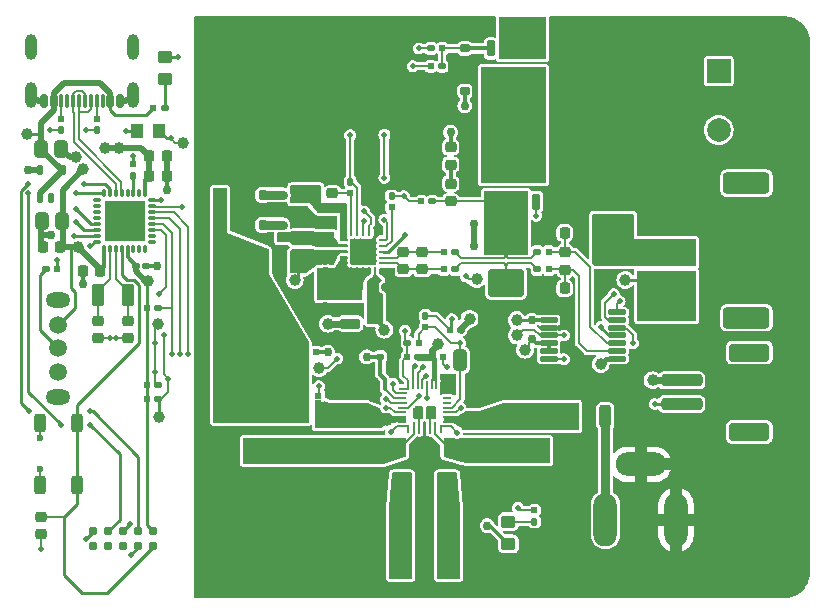
<source format=gbr>
%TF.GenerationSoftware,KiCad,Pcbnew,8.0.6+1*%
%TF.CreationDate,2024-11-21T12:35:32-05:00*%
%TF.ProjectId,powerSupplyBoard,706f7765-7253-4757-9070-6c79426f6172,01*%
%TF.SameCoordinates,Original*%
%TF.FileFunction,Copper,L1,Top*%
%TF.FilePolarity,Positive*%
%FSLAX46Y46*%
G04 Gerber Fmt 4.6, Leading zero omitted, Abs format (unit mm)*
G04 Created by KiCad (PCBNEW 8.0.6+1) date 2024-11-21 12:35:32*
%MOMM*%
%LPD*%
G01*
G04 APERTURE LIST*
G04 Aperture macros list*
%AMRoundRect*
0 Rectangle with rounded corners*
0 $1 Rounding radius*
0 $2 $3 $4 $5 $6 $7 $8 $9 X,Y pos of 4 corners*
0 Add a 4 corners polygon primitive as box body*
4,1,4,$2,$3,$4,$5,$6,$7,$8,$9,$2,$3,0*
0 Add four circle primitives for the rounded corners*
1,1,$1+$1,$2,$3*
1,1,$1+$1,$4,$5*
1,1,$1+$1,$6,$7*
1,1,$1+$1,$8,$9*
0 Add four rect primitives between the rounded corners*
20,1,$1+$1,$2,$3,$4,$5,0*
20,1,$1+$1,$4,$5,$6,$7,0*
20,1,$1+$1,$6,$7,$8,$9,0*
20,1,$1+$1,$8,$9,$2,$3,0*%
%AMFreePoly0*
4,1,17,1.176000,-2.234000,-3.264000,-2.234000,-3.264000,-1.524000,-2.674000,-1.524000,-2.674000,-0.964000,-3.264000,-0.964000,-3.264000,-0.254000,-2.674000,-0.254000,-2.674000,0.306000,-3.264000,0.306000,-3.264000,1.016000,-2.674000,1.016000,-2.674000,1.576000,-3.264000,1.576000,-3.264000,2.286000,1.176000,2.286000,1.176000,-2.234000,1.176000,-2.234000,$1*%
%AMFreePoly1*
4,1,27,0.419134,0.596194,0.435355,0.585355,0.446194,0.569134,0.450000,0.550000,0.450000,-0.050000,0.446194,-0.069134,0.435355,-0.085355,0.419134,-0.096194,0.400000,-0.100000,-0.400000,-0.100000,-0.419134,-0.096194,-0.435355,-0.085355,-0.446194,-0.069134,-0.450000,-0.050000,-0.450000,0.050000,-0.446194,0.069134,-0.435355,0.085355,-0.419134,0.096194,-0.400000,0.100000,0.250000,0.100000,
0.250000,0.550000,0.253806,0.569134,0.264645,0.585355,0.280866,0.596194,0.300000,0.600000,0.400000,0.600000,0.419134,0.596194,0.419134,0.596194,$1*%
%AMFreePoly2*
4,1,27,0.419134,0.096194,0.435355,0.085355,0.446194,0.069134,0.450000,0.050000,0.450000,-0.550000,0.446194,-0.569134,0.435355,-0.585355,0.419134,-0.596194,0.400000,-0.600000,0.300000,-0.600000,0.280866,-0.596194,0.264645,-0.585355,0.253806,-0.569134,0.250000,-0.550000,0.250000,-0.100000,-0.400000,-0.100000,-0.419134,-0.096194,-0.435355,-0.085355,-0.446194,-0.069134,-0.450000,-0.050000,
-0.450000,0.050000,-0.446194,0.069134,-0.435355,0.085355,-0.419134,0.096194,-0.400000,0.100000,0.400000,0.100000,0.419134,0.096194,0.419134,0.096194,$1*%
%AMFreePoly3*
4,1,27,0.419134,0.096194,0.435355,0.085355,0.446194,0.069134,0.450000,0.050000,0.450000,-0.050000,0.446194,-0.069134,0.435355,-0.085355,0.419134,-0.096194,0.400000,-0.100000,-0.250000,-0.100000,-0.250000,-0.550000,-0.253806,-0.569134,-0.264645,-0.585355,-0.280866,-0.596194,-0.300000,-0.600000,-0.400000,-0.600000,-0.419134,-0.596194,-0.435355,-0.585355,-0.446194,-0.569134,-0.450000,-0.550000,
-0.450000,0.050000,-0.446194,0.069134,-0.435355,0.085355,-0.419134,0.096194,-0.400000,0.100000,0.400000,0.100000,0.419134,0.096194,0.419134,0.096194,$1*%
%AMFreePoly4*
4,1,27,-0.280866,0.596194,-0.264645,0.585355,-0.253806,0.569134,-0.250000,0.550000,-0.250000,0.100000,0.400000,0.100000,0.419134,0.096194,0.435355,0.085355,0.446194,0.069134,0.450000,0.050000,0.450000,-0.050000,0.446194,-0.069134,0.435355,-0.085355,0.419134,-0.096194,0.400000,-0.100000,-0.400000,-0.100000,-0.419134,-0.096194,-0.435355,-0.085355,-0.446194,-0.069134,-0.450000,-0.050000,
-0.450000,0.550000,-0.446194,0.569134,-0.435355,0.585355,-0.419134,0.596194,-0.400000,0.600000,-0.300000,0.600000,-0.280866,0.596194,-0.280866,0.596194,$1*%
%AMFreePoly5*
4,1,17,-0.725000,0.950000,-0.575000,0.950000,-0.575000,1.360000,-0.075000,1.360000,-0.075000,0.950000,0.075000,0.950000,0.075000,1.360000,0.575000,1.360000,0.575000,0.950000,0.725000,0.950000,0.725000,1.360000,1.225000,1.360000,1.225000,-0.950000,-1.225000,-0.950000,-1.225000,1.360000,-0.725000,1.360000,-0.725000,0.950000,-0.725000,0.950000,$1*%
G04 Aperture macros list end*
%TA.AperFunction,SMDPad,CuDef*%
%ADD10RoundRect,0.177500X-0.177500X0.508500X-0.177500X-0.508500X0.177500X-0.508500X0.177500X0.508500X0*%
%TD*%
%TA.AperFunction,SMDPad,CuDef*%
%ADD11FreePoly0,270.000000*%
%TD*%
%TA.AperFunction,SMDPad,CuDef*%
%ADD12RoundRect,0.137500X-0.137500X-0.152500X0.137500X-0.152500X0.137500X0.152500X-0.137500X0.152500X0*%
%TD*%
%TA.AperFunction,SMDPad,CuDef*%
%ADD13RoundRect,0.145000X-0.155000X-0.145000X0.155000X-0.145000X0.155000X0.145000X-0.155000X0.145000X0*%
%TD*%
%TA.AperFunction,SMDPad,CuDef*%
%ADD14RoundRect,0.217750X-0.267250X0.217750X-0.267250X-0.217750X0.267250X-0.217750X0.267250X0.217750X0*%
%TD*%
%TA.AperFunction,SMDPad,CuDef*%
%ADD15RoundRect,0.275880X0.274120X-0.674120X0.274120X0.674120X-0.274120X0.674120X-0.274120X-0.674120X0*%
%TD*%
%TA.AperFunction,SMDPad,CuDef*%
%ADD16RoundRect,0.217750X0.217750X0.267250X-0.217750X0.267250X-0.217750X-0.267250X0.217750X-0.267250X0*%
%TD*%
%TA.AperFunction,SMDPad,CuDef*%
%ADD17RoundRect,0.217750X0.267250X-0.217750X0.267250X0.217750X-0.267250X0.217750X-0.267250X-0.217750X0*%
%TD*%
%TA.AperFunction,SMDPad,CuDef*%
%ADD18RoundRect,0.275000X0.350000X-0.275000X0.350000X0.275000X-0.350000X0.275000X-0.350000X-0.275000X0*%
%TD*%
%TA.AperFunction,SMDPad,CuDef*%
%ADD19RoundRect,0.137500X0.137500X0.152500X-0.137500X0.152500X-0.137500X-0.152500X0.137500X-0.152500X0*%
%TD*%
%TA.AperFunction,SMDPad,CuDef*%
%ADD20RoundRect,0.145000X0.155000X0.145000X-0.155000X0.145000X-0.155000X-0.145000X0.155000X-0.145000X0*%
%TD*%
%TA.AperFunction,SMDPad,CuDef*%
%ADD21C,1.000000*%
%TD*%
%TA.AperFunction,SMDPad,CuDef*%
%ADD22RoundRect,0.225000X-0.225000X-0.625000X0.225000X-0.625000X0.225000X0.625000X-0.225000X0.625000X0*%
%TD*%
%TA.AperFunction,SMDPad,CuDef*%
%ADD23RoundRect,0.291250X-0.616250X0.291250X-0.616250X-0.291250X0.616250X-0.291250X0.616250X0.291250X0*%
%TD*%
%TA.AperFunction,SMDPad,CuDef*%
%ADD24RoundRect,0.250000X-0.250000X0.525000X-0.250000X-0.525000X0.250000X-0.525000X0.250000X0.525000X0*%
%TD*%
%TA.AperFunction,SMDPad,CuDef*%
%ADD25RoundRect,0.250000X1.275000X-0.930000X1.275000X0.930000X-1.275000X0.930000X-1.275000X-0.930000X0*%
%TD*%
%TA.AperFunction,SMDPad,CuDef*%
%ADD26RoundRect,0.150000X-0.150000X0.425000X-0.150000X-0.425000X0.150000X-0.425000X0.150000X0.425000X0*%
%TD*%
%TA.AperFunction,SMDPad,CuDef*%
%ADD27RoundRect,0.075000X-0.075000X0.500000X-0.075000X-0.500000X0.075000X-0.500000X0.075000X0.500000X0*%
%TD*%
%TA.AperFunction,ComponentPad*%
%ADD28O,1.000000X2.200000*%
%TD*%
%TA.AperFunction,SMDPad,CuDef*%
%ADD29RoundRect,0.145000X-0.145000X0.167500X-0.145000X-0.167500X0.145000X-0.167500X0.145000X0.167500X0*%
%TD*%
%TA.AperFunction,SMDPad,CuDef*%
%ADD30RoundRect,0.225000X0.625000X-0.225000X0.625000X0.225000X-0.625000X0.225000X-0.625000X-0.225000X0*%
%TD*%
%TA.AperFunction,SMDPad,CuDef*%
%ADD31RoundRect,0.291250X-0.291250X-0.616250X0.291250X-0.616250X0.291250X0.616250X-0.291250X0.616250X0*%
%TD*%
%TA.AperFunction,SMDPad,CuDef*%
%ADD32RoundRect,0.275000X-0.350000X0.275000X-0.350000X-0.275000X0.350000X-0.275000X0.350000X0.275000X0*%
%TD*%
%TA.AperFunction,SMDPad,CuDef*%
%ADD33RoundRect,0.145000X-0.167500X-0.145000X0.167500X-0.145000X0.167500X0.145000X-0.167500X0.145000X0*%
%TD*%
%TA.AperFunction,SMDPad,CuDef*%
%ADD34RoundRect,0.137500X0.152500X-0.137500X0.152500X0.137500X-0.152500X0.137500X-0.152500X-0.137500X0*%
%TD*%
%TA.AperFunction,SMDPad,CuDef*%
%ADD35RoundRect,0.145000X0.145000X-0.155000X0.145000X0.155000X-0.145000X0.155000X-0.145000X-0.155000X0*%
%TD*%
%TA.AperFunction,SMDPad,CuDef*%
%ADD36RoundRect,0.137500X-0.152500X0.137500X-0.152500X-0.137500X0.152500X-0.137500X0.152500X0.137500X0*%
%TD*%
%TA.AperFunction,SMDPad,CuDef*%
%ADD37RoundRect,0.145000X-0.145000X0.155000X-0.145000X-0.155000X0.145000X-0.155000X0.145000X0.155000X0*%
%TD*%
%TA.AperFunction,SMDPad,CuDef*%
%ADD38FreePoly1,180.000000*%
%TD*%
%TA.AperFunction,SMDPad,CuDef*%
%ADD39RoundRect,0.050000X0.250000X0.050000X-0.250000X0.050000X-0.250000X-0.050000X0.250000X-0.050000X0*%
%TD*%
%TA.AperFunction,SMDPad,CuDef*%
%ADD40FreePoly2,180.000000*%
%TD*%
%TA.AperFunction,SMDPad,CuDef*%
%ADD41RoundRect,0.050000X-0.050000X0.250000X-0.050000X-0.250000X0.050000X-0.250000X0.050000X0.250000X0*%
%TD*%
%TA.AperFunction,SMDPad,CuDef*%
%ADD42FreePoly3,180.000000*%
%TD*%
%TA.AperFunction,SMDPad,CuDef*%
%ADD43RoundRect,0.050000X-0.300000X-0.050000X0.300000X-0.050000X0.300000X0.050000X-0.300000X0.050000X0*%
%TD*%
%TA.AperFunction,SMDPad,CuDef*%
%ADD44RoundRect,0.050000X-0.275000X-0.050000X0.275000X-0.050000X0.275000X0.050000X-0.275000X0.050000X0*%
%TD*%
%TA.AperFunction,SMDPad,CuDef*%
%ADD45RoundRect,0.050000X-0.290000X-0.050000X0.290000X-0.050000X0.290000X0.050000X-0.290000X0.050000X0*%
%TD*%
%TA.AperFunction,SMDPad,CuDef*%
%ADD46RoundRect,0.050000X-0.250000X-0.050000X0.250000X-0.050000X0.250000X0.050000X-0.250000X0.050000X0*%
%TD*%
%TA.AperFunction,SMDPad,CuDef*%
%ADD47FreePoly4,180.000000*%
%TD*%
%TA.AperFunction,SMDPad,CuDef*%
%ADD48RoundRect,0.050000X0.050000X-0.450000X0.050000X0.450000X-0.050000X0.450000X-0.050000X-0.450000X0*%
%TD*%
%TA.AperFunction,SMDPad,CuDef*%
%ADD49RoundRect,0.050000X0.050000X-0.425000X0.050000X0.425000X-0.050000X0.425000X-0.050000X-0.425000X0*%
%TD*%
%TA.AperFunction,SMDPad,CuDef*%
%ADD50RoundRect,0.217750X-0.217750X-0.267250X0.217750X-0.267250X0.217750X0.267250X-0.217750X0.267250X0*%
%TD*%
%TA.AperFunction,SMDPad,CuDef*%
%ADD51RoundRect,0.291250X0.616250X-0.291250X0.616250X0.291250X-0.616250X0.291250X-0.616250X-0.291250X0*%
%TD*%
%TA.AperFunction,SMDPad,CuDef*%
%ADD52RoundRect,0.190000X0.205000X-0.190000X0.205000X0.190000X-0.205000X0.190000X-0.205000X-0.190000X0*%
%TD*%
%TA.AperFunction,ComponentPad*%
%ADD53O,2.000000X4.500000*%
%TD*%
%TA.AperFunction,ComponentPad*%
%ADD54O,4.250000X2.000000*%
%TD*%
%TA.AperFunction,SMDPad,CuDef*%
%ADD55RoundRect,0.060000X-0.060000X0.240000X-0.060000X-0.240000X0.060000X-0.240000X0.060000X0.240000X0*%
%TD*%
%TA.AperFunction,SMDPad,CuDef*%
%ADD56RoundRect,0.060000X0.240000X0.060000X-0.240000X0.060000X-0.240000X-0.060000X0.240000X-0.060000X0*%
%TD*%
%TA.AperFunction,SMDPad,CuDef*%
%ADD57RoundRect,0.060000X-0.240000X-0.060000X0.240000X-0.060000X0.240000X0.060000X-0.240000X0.060000X0*%
%TD*%
%TA.AperFunction,SMDPad,CuDef*%
%ADD58RoundRect,0.250000X0.775000X-0.775000X0.775000X0.775000X-0.775000X0.775000X-0.775000X-0.775000X0*%
%TD*%
%TA.AperFunction,SMDPad,CuDef*%
%ADD59RoundRect,0.250000X-0.525000X2.550000X-0.525000X-2.550000X0.525000X-2.550000X0.525000X2.550000X0*%
%TD*%
%TA.AperFunction,SMDPad,CuDef*%
%ADD60RoundRect,0.275000X0.275000X0.350000X-0.275000X0.350000X-0.275000X-0.350000X0.275000X-0.350000X0*%
%TD*%
%TA.AperFunction,ComponentPad*%
%ADD61R,2.000000X2.000000*%
%TD*%
%TA.AperFunction,ComponentPad*%
%ADD62C,2.000000*%
%TD*%
%TA.AperFunction,SMDPad,CuDef*%
%ADD63RoundRect,0.250000X1.500000X-0.250000X1.500000X0.250000X-1.500000X0.250000X-1.500000X-0.250000X0*%
%TD*%
%TA.AperFunction,SMDPad,CuDef*%
%ADD64RoundRect,0.250000X1.450000X-0.500000X1.450000X0.500000X-1.450000X0.500000X-1.450000X-0.500000X0*%
%TD*%
%TA.AperFunction,SMDPad,CuDef*%
%ADD65RoundRect,0.075000X0.075000X-0.225000X0.075000X0.225000X-0.075000X0.225000X-0.075000X-0.225000X0*%
%TD*%
%TA.AperFunction,SMDPad,CuDef*%
%ADD66RoundRect,0.075000X-0.225000X-0.075000X0.225000X-0.075000X0.225000X0.075000X-0.225000X0.075000X0*%
%TD*%
%TA.AperFunction,SMDPad,CuDef*%
%ADD67RoundRect,0.075000X0.225000X0.075000X-0.225000X0.075000X-0.225000X-0.075000X0.225000X-0.075000X0*%
%TD*%
%TA.AperFunction,SMDPad,CuDef*%
%ADD68RoundRect,0.250000X-1.475000X1.475000X-1.475000X-1.475000X1.475000X-1.475000X1.475000X1.475000X0*%
%TD*%
%TA.AperFunction,SMDPad,CuDef*%
%ADD69RoundRect,0.278750X-0.278750X-0.453750X0.278750X-0.453750X0.278750X0.453750X-0.278750X0.453750X0*%
%TD*%
%TA.AperFunction,SMDPad,CuDef*%
%ADD70RoundRect,0.112860X-0.637140X-0.112140X0.637140X-0.112140X0.637140X0.112140X-0.637140X0.112140X0*%
%TD*%
%TA.AperFunction,SMDPad,CuDef*%
%ADD71RoundRect,0.278750X0.278750X0.453750X-0.278750X0.453750X-0.278750X-0.453750X0.278750X-0.453750X0*%
%TD*%
%TA.AperFunction,SMDPad,CuDef*%
%ADD72RoundRect,0.250000X1.153000X-0.432500X1.153000X0.432500X-1.153000X0.432500X-1.153000X-0.432500X0*%
%TD*%
%TA.AperFunction,SMDPad,CuDef*%
%ADD73RoundRect,0.177500X0.177500X-0.508500X0.177500X0.508500X-0.177500X0.508500X-0.177500X-0.508500X0*%
%TD*%
%TA.AperFunction,SMDPad,CuDef*%
%ADD74FreePoly0,90.000000*%
%TD*%
%TA.AperFunction,SMDPad,CuDef*%
%ADD75RoundRect,0.250000X0.250000X0.700000X-0.250000X0.700000X-0.250000X-0.700000X0.250000X-0.700000X0*%
%TD*%
%TA.AperFunction,SMDPad,CuDef*%
%ADD76C,0.787400*%
%TD*%
%TA.AperFunction,SMDPad,CuDef*%
%ADD77RoundRect,0.250000X2.000000X-0.400000X2.000000X0.400000X-2.000000X0.400000X-2.000000X-0.400000X0*%
%TD*%
%TA.AperFunction,SMDPad,CuDef*%
%ADD78RoundRect,0.250000X1.700000X-0.650000X1.700000X0.650000X-1.700000X0.650000X-1.700000X-0.650000X0*%
%TD*%
%TA.AperFunction,SMDPad,CuDef*%
%ADD79R,0.630000X0.500000*%
%TD*%
%TA.AperFunction,SMDPad,CuDef*%
%ADD80FreePoly5,90.000000*%
%TD*%
%TA.AperFunction,ComponentPad*%
%ADD81O,2.100000X1.300000*%
%TD*%
%TA.AperFunction,ComponentPad*%
%ADD82C,1.500000*%
%TD*%
%TA.AperFunction,SMDPad,CuDef*%
%ADD83RoundRect,0.225000X0.225000X0.625000X-0.225000X0.625000X-0.225000X-0.625000X0.225000X-0.625000X0*%
%TD*%
%TA.AperFunction,SMDPad,CuDef*%
%ADD84RoundRect,0.190000X-0.190000X-0.205000X0.190000X-0.205000X0.190000X0.205000X-0.190000X0.205000X0*%
%TD*%
%TA.AperFunction,SMDPad,CuDef*%
%ADD85RoundRect,0.137500X-0.137500X0.262500X-0.137500X-0.262500X0.137500X-0.262500X0.137500X0.262500X0*%
%TD*%
%TA.AperFunction,ViaPad*%
%ADD86C,0.600000*%
%TD*%
%TA.AperFunction,ViaPad*%
%ADD87C,0.750000*%
%TD*%
%TA.AperFunction,ViaPad*%
%ADD88C,0.500000*%
%TD*%
%TA.AperFunction,ViaPad*%
%ADD89C,1.000000*%
%TD*%
%TA.AperFunction,Conductor*%
%ADD90C,0.250000*%
%TD*%
%TA.AperFunction,Conductor*%
%ADD91C,0.200000*%
%TD*%
%TA.AperFunction,Conductor*%
%ADD92C,0.500000*%
%TD*%
%TA.AperFunction,Conductor*%
%ADD93C,0.350000*%
%TD*%
%TA.AperFunction,Conductor*%
%ADD94C,0.300000*%
%TD*%
%TA.AperFunction,Conductor*%
%ADD95C,0.750000*%
%TD*%
%TA.AperFunction,Conductor*%
%ADD96C,0.450000*%
%TD*%
%TA.AperFunction,Conductor*%
%ADD97C,0.600000*%
%TD*%
G04 APERTURE END LIST*
D10*
%TO.P,Q2,1*%
%TO.N,SENSE-*%
X150630000Y-98570000D03*
%TO.P,Q2,2*%
X151900000Y-98570000D03*
%TO.P,Q2,3*%
X153170000Y-98570000D03*
%TO.P,Q2,4*%
%TO.N,Net-(Q2-Pad4)*%
X154440000Y-98570000D03*
D11*
%TO.P,Q2,5*%
%TO.N,Net-(Q2-Pad5)*%
X152509000Y-95608000D03*
%TO.P,Q2,6*%
X152509000Y-95608000D03*
%TO.P,Q2,7*%
X152509000Y-95608000D03*
%TO.P,Q2,8*%
X152509000Y-95608000D03*
%TD*%
D12*
%TO.P,R18,1*%
%TO.N,Net-(U5-SRP)*%
X146610000Y-104300000D03*
D13*
%TO.P,R18,2*%
%TO.N,SENSE+*%
X147565000Y-104300000D03*
%TD*%
D14*
%TO.P,C30,1*%
%TO.N,GND*%
X137200000Y-96350000D03*
%TO.P,C30,2*%
%TO.N,/Battery Monitor/REGOUT*%
X137200000Y-97850000D03*
%TD*%
D15*
%TO.P,Y1,1,1*%
%TO.N,Net-(U1-PC14-OSC32_IN)*%
X117350000Y-106500000D03*
%TO.P,Y1,2,2*%
%TO.N,Net-(U1-PC15-OSC32_OUT)*%
X119850000Y-106500000D03*
%TD*%
D16*
%TO.P,C43,1*%
%TO.N,Net-(U6-SRN)*%
X156850000Y-101200000D03*
%TO.P,C43,2*%
%TO.N,GND*%
X155350000Y-101200000D03*
%TD*%
D17*
%TO.P,C33,1*%
%TO.N,Net-(U5-BAT)*%
X134700000Y-101750000D03*
%TO.P,C33,2*%
%TO.N,GND*%
X134700000Y-100250000D03*
%TD*%
D14*
%TO.P,C9,1*%
%TO.N,Net-(U1-PC15-OSC32_OUT)*%
X119850000Y-108650000D03*
%TO.P,C9,2*%
%TO.N,VSS*%
X119850000Y-110150000D03*
%TD*%
D18*
%TO.P,D3,1*%
%TO.N,Net-(D3-Pad1)*%
X152100000Y-125650000D03*
%TO.P,D3,2*%
%TO.N,Net-(U4-STAT)*%
X152100000Y-127550000D03*
%TD*%
D19*
%TO.P,R10,1*%
%TO.N,Net-(U4-PROG)*%
X146590000Y-111700000D03*
D20*
%TO.P,R10,2*%
%TO.N,AGND*%
X145635000Y-111700000D03*
%TD*%
D19*
%TO.P,R11,1*%
%TO.N,Net-(U4-BATP)*%
X135790000Y-111300000D03*
D20*
%TO.P,R11,2*%
%TO.N,BAT+*%
X134835000Y-111300000D03*
%TD*%
D14*
%TO.P,C10,1*%
%TO.N,/NRST*%
X112500000Y-125250000D03*
%TO.P,C10,2*%
%TO.N,VSS*%
X112500000Y-126750000D03*
%TD*%
D16*
%TO.P,C6,1*%
%TO.N,+3V3*%
X114150000Y-102400000D03*
%TO.P,C6,2*%
%TO.N,VSS*%
X112650000Y-102400000D03*
%TD*%
D21*
%TO.P,TP11,1,1*%
%TO.N,/Fuel Gauge/VEN*%
X152800000Y-108600000D03*
%TD*%
D19*
%TO.P,R29,1*%
%TO.N,Net-(U6-SRN)*%
X155490000Y-102800000D03*
D20*
%TO.P,R29,2*%
%TO.N,SENSE-*%
X154535000Y-102800000D03*
%TD*%
D22*
%TO.P,R26,1*%
%TO.N,BAT+*%
X131350000Y-103600000D03*
%TO.P,R26,2*%
%TO.N,/Battery Monitor/VC5*%
X134250000Y-103600000D03*
%TD*%
D23*
%TO.P,C16,1*%
%TO.N,Net-(U4-PMID)*%
X152100000Y-119400000D03*
%TO.P,C16,2*%
%TO.N,GND*%
X152100000Y-122350000D03*
%TD*%
%TO.P,C23,1*%
%TO.N,Net-(U4-SYS)*%
X140300000Y-119400000D03*
%TO.P,C23,2*%
%TO.N,GND*%
X140300000Y-122350000D03*
%TD*%
D24*
%TO.P,SW1,1*%
%TO.N,/NRST*%
X115600000Y-117275000D03*
%TO.P,SW1,2*%
X115600000Y-122525000D03*
%TO.P,SW1,3*%
%TO.N,VSS*%
X112400000Y-117275000D03*
%TO.P,SW1,4*%
X112400000Y-122525000D03*
%TD*%
D16*
%TO.P,C42,1*%
%TO.N,Net-(U6-SRP)*%
X156850000Y-105900000D03*
%TO.P,C42,2*%
%TO.N,GND*%
X155350000Y-105900000D03*
%TD*%
D25*
%TO.P,R20,1*%
%TO.N,SENSE+*%
X151900000Y-105430000D03*
%TO.P,R20,2*%
%TO.N,SENSE-*%
X151900000Y-101670000D03*
%TD*%
D12*
%TO.P,R13,1*%
%TO.N,/Battery Charger/ILIM_HZ*%
X147110000Y-109400000D03*
D13*
%TO.P,R13,2*%
%TO.N,AGND*%
X148065000Y-109400000D03*
%TD*%
D12*
%TO.P,R23,1*%
%TO.N,/Battery Monitor/CHG*%
X145510000Y-87100000D03*
D13*
%TO.P,R23,2*%
%TO.N,Net-(D6-Pad2)*%
X146465000Y-87100000D03*
%TD*%
D26*
%TO.P,J1,A1,GND*%
%TO.N,VSS*%
X119200000Y-90075000D03*
%TO.P,J1,A4,VBUS*%
%TO.N,/VUSB*%
X118400000Y-90075000D03*
D27*
%TO.P,J1,A5,CC1*%
%TO.N,/CC1*%
X117250000Y-90075000D03*
%TO.P,J1,A6,D+*%
%TO.N,/D_P*%
X116250000Y-90075000D03*
%TO.P,J1,A7,D-*%
%TO.N,/D_N*%
X115750000Y-90075000D03*
%TO.P,J1,A8,SBUS1*%
%TO.N,unconnected-(J1-SBUS1-PadA8)*%
X114750000Y-90075000D03*
D26*
%TO.P,J1,A9,VBUS*%
%TO.N,/VUSB*%
X113600000Y-90075000D03*
%TO.P,J1,A12,GND*%
%TO.N,VSS*%
X112800000Y-90075000D03*
%TO.P,J1,B1,GND*%
X112800000Y-90075000D03*
%TO.P,J1,B4,VBUS*%
%TO.N,/VUSB*%
X113600000Y-90075000D03*
D27*
%TO.P,J1,B5,CC2*%
%TO.N,/CC2*%
X114250000Y-90075000D03*
%TO.P,J1,B6,D+*%
%TO.N,/D_P*%
X115250000Y-90075000D03*
%TO.P,J1,B7,D-*%
%TO.N,/D_N*%
X116750000Y-90075000D03*
%TO.P,J1,B8,SBUS2*%
%TO.N,unconnected-(J1-SBUS2-PadB8)*%
X117750000Y-90075000D03*
D26*
%TO.P,J1,B9,VBUS*%
%TO.N,/VUSB*%
X118400000Y-90075000D03*
%TO.P,J1,B12,GND*%
%TO.N,VSS*%
X119200000Y-90075000D03*
D28*
%TO.P,J1,S1,SHIELD*%
X120320000Y-89500000D03*
X120320000Y-85500000D03*
X111680000Y-89500000D03*
X111680000Y-85500000D03*
%TD*%
D21*
%TO.P,TP10,1,1*%
%TO.N,/Battery Monitor/VC0*%
X141600000Y-109400000D03*
%TD*%
D29*
%TO.P,C38,1*%
%TO.N,/Battery Monitor/VC5*%
X136600000Y-103563000D03*
%TO.P,C38,2*%
%TO.N,/Battery Monitor/VC1*%
X136600000Y-104437000D03*
%TD*%
D21*
%TO.P,TP12,1,1*%
%TO.N,Net-(U6-BAT)*%
X152800000Y-109900000D03*
%TD*%
D17*
%TO.P,C35,1*%
%TO.N,Net-(U5-SRP)*%
X144800000Y-104300000D03*
%TO.P,C35,2*%
%TO.N,Net-(U5-SRN)*%
X144800000Y-102800000D03*
%TD*%
D30*
%TO.P,R27,1*%
%TO.N,/Battery Monitor/1P*%
X138700000Y-108900000D03*
%TO.P,R27,2*%
%TO.N,/Battery Monitor/VC1*%
X138700000Y-106000000D03*
%TD*%
D21*
%TO.P,TP3,1,1*%
%TO.N,/SCL*%
X122400000Y-108900000D03*
%TD*%
D31*
%TO.P,C29,1*%
%TO.N,/Battery Charger/REGN*%
X148025000Y-112000000D03*
%TO.P,C29,2*%
%TO.N,GND*%
X150975000Y-112000000D03*
%TD*%
D17*
%TO.P,C13,1*%
%TO.N,VBUS*%
X149100000Y-117000000D03*
%TO.P,C13,2*%
%TO.N,GND*%
X149100000Y-115500000D03*
%TD*%
D32*
%TO.P,D1,1*%
%TO.N,Net-(D1-Pad1)*%
X123000000Y-88200000D03*
%TO.P,D1,2*%
%TO.N,VSS*%
X123000000Y-86300000D03*
%TD*%
D21*
%TO.P,TP6,1,1*%
%TO.N,Net-(C24-Pad1)*%
X141850000Y-117050000D03*
%TD*%
D23*
%TO.P,C21,1*%
%TO.N,Net-(U4-SYS)*%
X135500000Y-119400000D03*
%TO.P,C21,2*%
%TO.N,GND*%
X135500000Y-122350000D03*
%TD*%
D33*
%TO.P,C26,1*%
%TO.N,Net-(U4-BATP)*%
X141263000Y-111700000D03*
%TO.P,C26,2*%
%TO.N,GND*%
X142137000Y-111700000D03*
%TD*%
D34*
%TO.P,R12,1*%
%TO.N,/Battery Charger/REGN*%
X145050000Y-109190000D03*
D35*
%TO.P,R12,2*%
%TO.N,/Battery Charger/ILIM_HZ*%
X145050000Y-108235000D03*
%TD*%
D23*
%TO.P,C17,1*%
%TO.N,Net-(U4-PMID)*%
X149700000Y-119400000D03*
%TO.P,C17,2*%
%TO.N,GND*%
X149700000Y-122350000D03*
%TD*%
D36*
%TO.P,R2,1*%
%TO.N,/CC2*%
X114250000Y-91560000D03*
D37*
%TO.P,R2,2*%
%TO.N,VSS*%
X114250000Y-92515000D03*
%TD*%
D21*
%TO.P,TP7,1,1*%
%TO.N,BAT+*%
X162000000Y-105200000D03*
%TD*%
D38*
%TO.P,U4,1,STAT*%
%TO.N,Net-(U4-STAT)*%
X146750000Y-117600000D03*
D39*
%TO.P,U4,2,VBUS*%
%TO.N,VBUS*%
X146900000Y-117200000D03*
%TO.P,U4,3,VBUS*%
X146900000Y-116800000D03*
%TO.P,U4,4,BTST1*%
%TO.N,Net-(U4-BTST1)*%
X146900000Y-116400000D03*
%TO.P,U4,5,REGN*%
%TO.N,/Battery Charger/REGN*%
X146900000Y-116000000D03*
%TO.P,U4,6,D+*%
%TO.N,unconnected-(U4-D+-Pad6)*%
X146900000Y-115600000D03*
%TO.P,U4,7,D-*%
%TO.N,unconnected-(U4-D--Pad7)*%
X146900000Y-115200000D03*
%TO.P,U4,8,VAC2*%
%TO.N,VBUS*%
X146900000Y-114800000D03*
D40*
%TO.P,U4,9,VAC1*%
X146750000Y-114400000D03*
D41*
%TO.P,U4,10,ACDRV2*%
%TO.N,AGND*%
X146000000Y-114100000D03*
%TO.P,U4,11,ACDRV1*%
X145600000Y-114100000D03*
%TO.P,U4,12,~{QON}*%
%TO.N,/~{QON}*%
X145200000Y-114100000D03*
%TO.P,U4,13,~{CE}*%
%TO.N,/~{CE}*%
X144800000Y-114100000D03*
%TO.P,U4,14,SCL*%
%TO.N,/SCL*%
X144400000Y-114100000D03*
%TO.P,U4,15,SDA*%
%TO.N,/SDA*%
X144000000Y-114100000D03*
D42*
%TO.P,U4,16,TS*%
%TO.N,/TS*%
X143250000Y-114400000D03*
D43*
%TO.P,U4,17,ILIM_HZ*%
%TO.N,/Battery Charger/ILIM_HZ*%
X143150000Y-114800000D03*
D44*
%TO.P,U4,18,BATP*%
%TO.N,Net-(U4-BATP)*%
X143125000Y-115200000D03*
D45*
%TO.P,U4,19,BTST2*%
%TO.N,Net-(U4-BTST2)*%
X143137500Y-115600000D03*
D46*
%TO.P,U4,20,PROG*%
%TO.N,Net-(U4-PROG)*%
X143100000Y-116000000D03*
%TO.P,U4,21,~{INT}*%
%TO.N,/BAT_CHG_INT*%
X143100000Y-116400000D03*
%TO.P,U4,22,BAT*%
%TO.N,Net-(C24-Pad1)*%
X143100000Y-116800000D03*
%TO.P,U4,23,BAT*%
X143100000Y-117200000D03*
D47*
%TO.P,U4,24,SDRV*%
%TO.N,Net-(U4-SDRV)*%
X143250000Y-117600000D03*
D48*
%TO.P,U4,25,SYS*%
%TO.N,Net-(U4-SYS)*%
X144100000Y-117700000D03*
%TO.P,U4,26,SW2*%
%TO.N,Net-(U4-SW2)*%
X144550000Y-117700000D03*
%TO.P,U4,27,GND*%
%TO.N,GND*%
X145000000Y-117700000D03*
%TO.P,U4,28,SW1*%
%TO.N,Net-(U4-SW1)*%
X145450000Y-117700000D03*
D49*
%TO.P,U4,29,PMID*%
%TO.N,Net-(U4-PMID)*%
X145900000Y-117725000D03*
%TD*%
D17*
%TO.P,C36,1*%
%TO.N,SENSE-*%
X147200000Y-98550000D03*
%TO.P,C36,2*%
%TO.N,Net-(C36-Pad2)*%
X147200000Y-97050000D03*
%TD*%
%TO.P,C34,1*%
%TO.N,Net-(U5-SRP)*%
X143200000Y-104300000D03*
%TO.P,C34,2*%
%TO.N,Net-(U5-SRN)*%
X143200000Y-102800000D03*
%TD*%
D50*
%TO.P,C5,1*%
%TO.N,+3V3*%
X121650000Y-96400000D03*
%TO.P,C5,2*%
%TO.N,VSS*%
X123150000Y-96400000D03*
%TD*%
D51*
%TO.P,C12,1*%
%TO.N,VBUS*%
X155200000Y-116975000D03*
%TO.P,C12,2*%
%TO.N,GND*%
X155200000Y-114025000D03*
%TD*%
D17*
%TO.P,C32,1*%
%TO.N,Net-(U5-BAT)*%
X136600000Y-101750000D03*
%TO.P,C32,2*%
%TO.N,GND*%
X136600000Y-100250000D03*
%TD*%
D52*
%TO.P,D6,1*%
%TO.N,VSS*%
X148400000Y-89210000D03*
%TO.P,D6,2*%
%TO.N,Net-(D6-Pad2)*%
X148400000Y-85600000D03*
%TD*%
D53*
%TO.P,J3,1*%
%TO.N,Net-(F1-Pad1)*%
X160300000Y-125500000D03*
%TO.P,J3,2*%
%TO.N,GND*%
X166300000Y-125500000D03*
D54*
%TO.P,J3,3*%
X163300000Y-120800000D03*
%TD*%
D21*
%TO.P,TP16,1,1*%
%TO.N,VSS*%
X149400000Y-105150000D03*
%TD*%
D23*
%TO.P,C22,1*%
%TO.N,Net-(U4-SYS)*%
X137900000Y-119400000D03*
%TO.P,C22,2*%
%TO.N,GND*%
X137900000Y-122350000D03*
%TD*%
D21*
%TO.P,TP5,1,1*%
%TO.N,VBUS*%
X151000000Y-116600000D03*
%TD*%
D12*
%TO.P,R8,1*%
%TO.N,+3V3*%
X121510000Y-107600000D03*
D13*
%TO.P,R8,2*%
%TO.N,/BAT_CHG_INT*%
X122465000Y-107600000D03*
%TD*%
D33*
%TO.P,C40,1*%
%TO.N,/Battery Monitor/VC0*%
X140800000Y-105800000D03*
%TO.P,C40,2*%
%TO.N,GND*%
X141674000Y-105800000D03*
%TD*%
D51*
%TO.P,C25,1*%
%TO.N,Net-(C24-Pad1)*%
X137800000Y-116975000D03*
%TO.P,C25,2*%
%TO.N,GND*%
X137800000Y-114025000D03*
%TD*%
D55*
%TO.P,U5,1,VC3A*%
%TO.N,/Battery Monitor/VC1*%
X138800000Y-104450000D03*
%TO.P,U5,2,VC3B*%
X139300000Y-104450000D03*
%TO.P,U5,3,VC2*%
X139800000Y-104450000D03*
%TO.P,U5,4,VC1*%
X140300000Y-104450000D03*
%TO.P,U5,5,VC0*%
%TO.N,/Battery Monitor/VC0*%
X140800000Y-104450000D03*
D56*
%TO.P,U5,6,SRP*%
%TO.N,Net-(U5-SRP)*%
X141450000Y-103800000D03*
%TO.P,U5,7,SRN*%
%TO.N,Net-(U5-SRN)*%
X141450000Y-103300000D03*
%TO.P,U5,8,TS*%
%TO.N,/TS*%
X141450000Y-102800000D03*
%TO.P,U5,9,DSG*%
%TO.N,/Battery Monitor/DSG*%
X141450000Y-102300000D03*
%TO.P,U5,10,CHG*%
%TO.N,/Battery Monitor/CHG*%
X141450000Y-101800000D03*
D55*
%TO.P,U5,11,VSS*%
%TO.N,GND*%
X140800000Y-101150000D03*
%TO.P,U5,12,SCL*%
%TO.N,/SCL*%
X140300000Y-101150000D03*
%TO.P,U5,13,SDA*%
%TO.N,/SDA*%
X139800000Y-101150000D03*
%TO.P,U5,14,ALERT*%
%TO.N,/BAL_ALERT*%
X139300000Y-101150000D03*
%TO.P,U5,15,REGOUT*%
%TO.N,/Battery Monitor/REGOUT*%
X138800000Y-101150000D03*
D57*
%TO.P,U5,16,REGSRC*%
%TO.N,/Battery Monitor/REGSRC*%
X138150000Y-101800000D03*
%TO.P,U5,17,BAT*%
%TO.N,Net-(U5-BAT)*%
X138150000Y-102300000D03*
%TO.P,U5,18,VC5*%
%TO.N,/Battery Monitor/VC5*%
X138150000Y-102800000D03*
%TO.P,U5,19,VC4A*%
%TO.N,/Battery Monitor/VC1*%
X138150000Y-103300000D03*
%TO.P,U5,20,VC4B*%
X138150000Y-103800000D03*
D58*
%TO.P,U5,21,PGND*%
%TO.N,GND*%
X139800000Y-102800000D03*
%TD*%
D12*
%TO.P,R3,1*%
%TO.N,/VUSB*%
X122045000Y-90600000D03*
D13*
%TO.P,R3,2*%
%TO.N,Net-(D1-Pad1)*%
X123000000Y-90600000D03*
%TD*%
D16*
%TO.P,C4,1*%
%TO.N,+3V3*%
X117550000Y-104400000D03*
%TO.P,C4,2*%
%TO.N,VSS*%
X116050000Y-104400000D03*
%TD*%
D21*
%TO.P,TP13,1,1*%
%TO.N,/Fuel Gauge/REGIN*%
X153500000Y-111100000D03*
%TD*%
D19*
%TO.P,R16,1*%
%TO.N,/Battery Monitor/REGSRC*%
X133990000Y-98000000D03*
D20*
%TO.P,R16,2*%
%TO.N,Net-(D4-Pad2)*%
X133035000Y-98000000D03*
%TD*%
D59*
%TO.P,L1,1*%
%TO.N,Net-(U4-SW1)*%
X147025000Y-127500000D03*
%TO.P,L1,2*%
%TO.N,Net-(U4-SW2)*%
X142975000Y-127500000D03*
%TD*%
D50*
%TO.P,C18,1*%
%TO.N,Net-(U4-SYS)*%
X142750000Y-119400000D03*
%TO.P,C18,2*%
%TO.N,GND*%
X144250000Y-119400000D03*
%TD*%
D19*
%TO.P,R30,1*%
%TO.N,Net-(U6-SRP)*%
X155490000Y-104300000D03*
D20*
%TO.P,R30,2*%
%TO.N,SENSE+*%
X154535000Y-104300000D03*
%TD*%
D12*
%TO.P,R5,1*%
%TO.N,+3V3*%
X121500000Y-114100000D03*
D13*
%TO.P,R5,2*%
%TO.N,/SCL*%
X122455000Y-114100000D03*
%TD*%
D60*
%TO.P,D2,1*%
%TO.N,Net-(D2-Pad1)*%
X120650000Y-92600000D03*
%TO.P,D2,2*%
%TO.N,VSS*%
X122550000Y-92600000D03*
%TD*%
D21*
%TO.P,TP4,1,1*%
%TO.N,/SDA*%
X122500000Y-116800000D03*
%TD*%
D19*
%TO.P,R24,1*%
%TO.N,Net-(D6-Pad2)*%
X146490000Y-85600000D03*
D20*
%TO.P,R24,2*%
%TO.N,VSS*%
X145535000Y-85600000D03*
%TD*%
D61*
%TO.P,J6,1*%
%TO.N,BAT+*%
X169900000Y-87500000D03*
D62*
%TO.P,J6,2*%
%TO.N,VSS*%
X169900000Y-92500000D03*
%TD*%
D14*
%TO.P,C31,1*%
%TO.N,GND*%
X135500000Y-96350000D03*
%TO.P,C31,2*%
%TO.N,/Battery Monitor/REGSRC*%
X135500000Y-97850000D03*
%TD*%
D34*
%TO.P,R25,1*%
%TO.N,/Battery Monitor/REGOUT*%
X138700000Y-97855000D03*
D35*
%TO.P,R25,2*%
%TO.N,/BAL_ALERT*%
X138700000Y-96900000D03*
%TD*%
D63*
%TO.P,J4,1,1*%
%TO.N,/TS*%
X166750000Y-115700000D03*
%TO.P,J4,2,2*%
%TO.N,AGND*%
X166750000Y-113700000D03*
D64*
%TO.P,J4,MP*%
%TO.N,unconnected-(J4-PadMP)*%
X172500000Y-118050000D03*
%TO.N,unconnected-(J4-PadMP)_1*%
X172500000Y-111350000D03*
%TD*%
D65*
%TO.P,U1,1,VDD*%
%TO.N,+3V3*%
X117850000Y-102550000D03*
%TO.P,U1,2,PC14-OSC32_IN*%
%TO.N,Net-(U1-PC14-OSC32_IN)*%
X118350000Y-102550000D03*
%TO.P,U1,3,PC15-OSC32_OUT*%
%TO.N,Net-(U1-PC15-OSC32_OUT)*%
X118850000Y-102550000D03*
%TO.P,U1,4,NRST*%
%TO.N,/NRST*%
X119350000Y-102550000D03*
%TO.P,U1,5,VDDA/VREF-*%
%TO.N,+3V3*%
X119850000Y-102550000D03*
%TO.P,U1,6,PA0*%
%TO.N,unconnected-(U1-PA0-Pad6)*%
X120350000Y-102550000D03*
%TO.P,U1,7,PA1*%
%TO.N,unconnected-(U1-PA1-Pad7)*%
X120850000Y-102550000D03*
%TO.P,U1,8,USART2_TX*%
%TO.N,unconnected-(U1-PA2-Pad8)*%
X121350000Y-102550000D03*
D66*
%TO.P,U1,9,USART2_RX*%
%TO.N,unconnected-(U1-PA3-Pad9)*%
X121950000Y-101950000D03*
%TO.P,U1,10,PA4*%
%TO.N,unconnected-(U1-PA4-Pad10)*%
X121950000Y-101450000D03*
%TO.P,U1,11,PA5*%
%TO.N,/SOC_ALERT*%
X121950000Y-100950000D03*
%TO.P,U1,12,PA6*%
%TO.N,/BAT_CHG_INT*%
X121950000Y-100450000D03*
%TO.P,U1,13,PA7*%
%TO.N,/~{QON}*%
X121950000Y-99950000D03*
%TO.P,U1,14,PB0*%
%TO.N,/~{CE}*%
X121950000Y-99450000D03*
%TO.P,U1,15,PB1*%
%TO.N,/BAL_ALERT*%
X121950000Y-98950000D03*
%TO.P,U1,16,VSS*%
%TO.N,VSS*%
X121950000Y-98450000D03*
D65*
%TO.P,U1,17,VDD*%
%TO.N,+3V3*%
X121350000Y-97850000D03*
%TO.P,U1,18,PA8*%
%TO.N,unconnected-(U1-PA8-Pad18)*%
X120850000Y-97850000D03*
%TO.P,U1,19,PA9*%
%TO.N,Net-(U1-PA9)*%
X120350000Y-97850000D03*
%TO.P,U1,20,PA10*%
%TO.N,unconnected-(U1-PA10-Pad20)*%
X119850000Y-97850000D03*
%TO.P,U1,21,USB_DM*%
%TO.N,/D_N*%
X119350000Y-97850000D03*
%TO.P,U1,22,USB_DP*%
%TO.N,/D_P*%
X118850000Y-97850000D03*
%TO.P,U1,23,PA13(JTMS-SWDIO)*%
%TO.N,/SWDIO*%
X118350000Y-97850000D03*
%TO.P,U1,24,PA14(JTCK-SWCLK)*%
%TO.N,/SWDCLK*%
X117850000Y-97850000D03*
D67*
%TO.P,U1,25,PA15*%
%TO.N,unconnected-(U1-PA15-Pad25)*%
X117250000Y-98450000D03*
%TO.P,U1,26,PB3*%
%TO.N,unconnected-(U1-PB3-Pad26)*%
X117250000Y-98950000D03*
%TO.P,U1,27,PB4*%
%TO.N,unconnected-(U1-PB4-Pad27)*%
X117250000Y-99450000D03*
%TO.P,U1,28,PB5*%
%TO.N,unconnected-(U1-PB5-Pad28)*%
X117250000Y-99950000D03*
%TO.P,U1,29,I2C1_SCL*%
%TO.N,/SCL*%
X117250000Y-100450000D03*
%TO.P,U1,30,I2C1_SDA*%
%TO.N,/SDA*%
X117250000Y-100950000D03*
%TO.P,U1,31,BOOT0*%
%TO.N,Net-(U1-BOOT0)*%
X117250000Y-101450000D03*
%TO.P,U1,32,VSS*%
%TO.N,VSS*%
X117250000Y-101950000D03*
D68*
%TO.P,U1,33,VSS*%
X119650000Y-100200000D03*
%TD*%
D21*
%TO.P,TP1,1,1*%
%TO.N,/VUSB*%
X111300000Y-92800000D03*
%TD*%
D19*
%TO.P,R6,1*%
%TO.N,Net-(U1-BOOT0)*%
X113890000Y-104300000D03*
D20*
%TO.P,R6,2*%
%TO.N,Net-(R6-Pad2)*%
X112935000Y-104300000D03*
%TD*%
D23*
%TO.P,C20,1*%
%TO.N,Net-(U4-SYS)*%
X133100000Y-119400000D03*
%TO.P,C20,2*%
%TO.N,GND*%
X133100000Y-122350000D03*
%TD*%
D69*
%TO.P,C1,1*%
%TO.N,/VUSB*%
X112550000Y-94100000D03*
%TO.P,C1,2*%
%TO.N,VSS*%
X114250000Y-94100000D03*
%TD*%
D12*
%TO.P,R21,1*%
%TO.N,Net-(Q2-Pad4)*%
X144710000Y-98550000D03*
D13*
%TO.P,R21,2*%
%TO.N,SENSE-*%
X145665000Y-98550000D03*
%TD*%
D70*
%TO.P,U6,1,P2*%
%TO.N,GND*%
X155500000Y-107950000D03*
%TO.P,U6,2,VEN*%
%TO.N,/Fuel Gauge/VEN*%
X155500000Y-108600000D03*
%TO.P,U6,3,P1*%
%TO.N,GND*%
X155500000Y-109250000D03*
%TO.P,U6,4,BAT*%
%TO.N,Net-(U6-BAT)*%
X155500000Y-109900000D03*
%TO.P,U6,5,CE*%
%TO.N,/Fuel Gauge/REGIN*%
X155500000Y-110550000D03*
%TO.P,U6,6,REGIN*%
X155500000Y-111200000D03*
%TO.P,U6,7,REG25*%
%TO.N,/Fuel Gauge/REG25*%
X155500000Y-111850000D03*
%TO.P,U6,8,VSS*%
%TO.N,AGND*%
X161300000Y-111850000D03*
%TO.P,U6,9,SRP*%
%TO.N,Net-(U6-SRP)*%
X161300000Y-111200000D03*
%TO.P,U6,10,SRN*%
%TO.N,Net-(U6-SRN)*%
X161300000Y-110550000D03*
%TO.P,U6,11,TS*%
%TO.N,/TS*%
X161300000Y-109900000D03*
%TO.P,U6,12,HDQ*%
%TO.N,/SOC_ALERT*%
X161300000Y-109250000D03*
%TO.P,U6,13,SCL*%
%TO.N,/SCL*%
X161300000Y-108600000D03*
%TO.P,U6,14,SDA*%
%TO.N,/SDA*%
X161300000Y-107950000D03*
%TD*%
D17*
%TO.P,C37,1*%
%TO.N,Net-(C36-Pad2)*%
X147200000Y-95450000D03*
%TO.P,C37,2*%
%TO.N,VSS*%
X147200000Y-93950000D03*
%TD*%
D23*
%TO.P,C15,1*%
%TO.N,Net-(U4-PMID)*%
X154500000Y-119400000D03*
%TO.P,C15,2*%
%TO.N,GND*%
X154500000Y-122350000D03*
%TD*%
D50*
%TO.P,C3,1*%
%TO.N,+3V3*%
X121650000Y-94700000D03*
%TO.P,C3,2*%
%TO.N,VSS*%
X123150000Y-94700000D03*
%TD*%
D29*
%TO.P,C39,1*%
%TO.N,/Battery Monitor/VC1*%
X136600000Y-106563000D03*
%TO.P,C39,2*%
%TO.N,GND*%
X136600000Y-107437000D03*
%TD*%
D36*
%TO.P,R9,1*%
%TO.N,/Battery Charger/REGN*%
X154300000Y-124710000D03*
D37*
%TO.P,R9,2*%
%TO.N,Net-(D3-Pad1)*%
X154300000Y-125665000D03*
%TD*%
D71*
%TO.P,C2,1*%
%TO.N,+3V3*%
X114300000Y-100200000D03*
%TO.P,C2,2*%
%TO.N,VSS*%
X112600000Y-100200000D03*
%TD*%
D72*
%TO.P,NT2,1*%
%TO.N,/Battery Monitor/1P*%
X160800000Y-100491000D03*
%TO.P,NT2,2*%
%TO.N,GND*%
X160800000Y-95509000D03*
%TD*%
D19*
%TO.P,R14,1*%
%TO.N,/Battery Charger/REGN*%
X144490000Y-110500000D03*
D20*
%TO.P,R14,2*%
%TO.N,/TS*%
X143535000Y-110500000D03*
%TD*%
D73*
%TO.P,Q3,1*%
%TO.N,VSS*%
X154440000Y-85600000D03*
%TO.P,Q3,2*%
X153170000Y-85600000D03*
%TO.P,Q3,3*%
X151900000Y-85600000D03*
%TO.P,Q3,4*%
%TO.N,Net-(D6-Pad2)*%
X150630000Y-85600000D03*
D74*
%TO.P,Q3,5*%
%TO.N,Net-(Q2-Pad5)*%
X152561000Y-88562000D03*
%TO.P,Q3,6*%
X152561000Y-88562000D03*
%TO.P,Q3,7*%
X152561000Y-88562000D03*
%TO.P,Q3,8*%
X152561000Y-88562000D03*
%TD*%
D75*
%TO.P,F1,1*%
%TO.N,Net-(F1-Pad1)*%
X160300000Y-116750000D03*
%TO.P,F1,2*%
%TO.N,VBUS*%
X157300000Y-116750000D03*
%TD*%
D21*
%TO.P,TP9,1,1*%
%TO.N,/Battery Monitor/VC1*%
X137200000Y-105500000D03*
%TD*%
D76*
%TO.P,J2,1,VCC*%
%TO.N,+3V3*%
X122040000Y-126465000D03*
%TO.P,J2,2,SWDIO*%
%TO.N,/SWDIO*%
X120770000Y-126465000D03*
%TO.P,J2,3,GND*%
%TO.N,VSS*%
X119500000Y-126465000D03*
%TO.P,J2,4,SWDCLK*%
%TO.N,/SWDCLK*%
X118230000Y-126465000D03*
%TO.P,J2,5,GND*%
%TO.N,VSS*%
X116960000Y-126465000D03*
%TO.P,J2,6,SWO*%
%TO.N,unconnected-(J2-SWO-Pad6)*%
X116960000Y-127735000D03*
%TO.P,J2,7,KEY*%
%TO.N,unconnected-(J2-KEY-Pad7)*%
X118230000Y-127735000D03*
%TO.P,J2,8,NC*%
%TO.N,unconnected-(J2-NC-Pad8)*%
X119500000Y-127735000D03*
%TO.P,J2,9,GNDDet*%
%TO.N,VSS*%
X120770000Y-127735000D03*
%TO.P,J2,10,nRESET*%
%TO.N,/NRST*%
X122040000Y-127735000D03*
%TD*%
D77*
%TO.P,J5,1,1*%
%TO.N,BAT+*%
X165450000Y-105200000D03*
%TO.P,J5,2,2*%
%TO.N,/Battery Monitor/1P*%
X165450000Y-102700000D03*
%TO.P,J5,3,3*%
%TO.N,GND*%
X165450000Y-100200000D03*
D78*
%TO.P,J5,MP*%
%TO.N,unconnected-(J5-PadMP)*%
X172250000Y-108400000D03*
%TO.N,unconnected-(J5-PadMP)_1*%
X172250000Y-97000000D03*
%TD*%
D14*
%TO.P,C8,1*%
%TO.N,Net-(U1-PC14-OSC32_IN)*%
X117350000Y-108650000D03*
%TO.P,C8,2*%
%TO.N,VSS*%
X117350000Y-110150000D03*
%TD*%
D79*
%TO.P,Q1,1*%
%TO.N,Net-(C24-Pad1)*%
X136000000Y-116950000D03*
%TO.P,Q1,2*%
X136000000Y-116300000D03*
%TO.P,Q1,3*%
X136000000Y-115650000D03*
%TO.P,Q1,4*%
%TO.N,Net-(U4-SDRV)*%
X136000000Y-115000000D03*
D80*
%TO.P,Q1,5*%
%TO.N,BAT+*%
X134175000Y-115975000D03*
%TO.P,Q1,6*%
X134175000Y-115975000D03*
%TO.P,Q1,7*%
X134175000Y-115975000D03*
%TO.P,Q1,8*%
X134175000Y-115975000D03*
%TD*%
D12*
%TO.P,R4,1*%
%TO.N,+3V3*%
X121510000Y-115300000D03*
D13*
%TO.P,R4,2*%
%TO.N,/SDA*%
X122465000Y-115300000D03*
%TD*%
D81*
%TO.P,SW2,*%
%TO.N,*%
X114000000Y-106900000D03*
X114000000Y-115100000D03*
D82*
%TO.P,SW2,1*%
%TO.N,+3V3*%
X114000000Y-109000000D03*
%TO.P,SW2,2*%
%TO.N,Net-(R6-Pad2)*%
X114000000Y-111000000D03*
%TO.P,SW2,3*%
%TO.N,VSS*%
X114000000Y-113000000D03*
%TD*%
D16*
%TO.P,C14,1*%
%TO.N,Net-(U4-PMID)*%
X147250000Y-119400000D03*
%TO.P,C14,2*%
%TO.N,GND*%
X145750000Y-119400000D03*
%TD*%
D36*
%TO.P,R7,1*%
%TO.N,Net-(D2-Pad1)*%
X120300000Y-95410000D03*
D37*
%TO.P,R7,2*%
%TO.N,Net-(U1-PA9)*%
X120300000Y-96365000D03*
%TD*%
D51*
%TO.P,C24,1*%
%TO.N,Net-(C24-Pad1)*%
X140200000Y-116975000D03*
%TO.P,C24,2*%
%TO.N,GND*%
X140200000Y-114025000D03*
%TD*%
D34*
%TO.P,R22,1*%
%TO.N,/Battery Monitor/DSG*%
X142200000Y-99055000D03*
D35*
%TO.P,R22,2*%
%TO.N,Net-(Q2-Pad4)*%
X142200000Y-98100000D03*
%TD*%
D12*
%TO.P,R19,1*%
%TO.N,Net-(U5-SRN)*%
X146610000Y-102800000D03*
D13*
%TO.P,R19,2*%
%TO.N,SENSE-*%
X147565000Y-102800000D03*
%TD*%
D12*
%TO.P,R15,1*%
%TO.N,/TS*%
X143510000Y-111700000D03*
D13*
%TO.P,R15,2*%
%TO.N,AGND*%
X144465000Y-111700000D03*
%TD*%
D21*
%TO.P,TP8,1,1*%
%TO.N,/Battery Monitor/VC5*%
X134000000Y-105200000D03*
%TD*%
D83*
%TO.P,R28,1*%
%TO.N,GND*%
X143700000Y-107900000D03*
%TO.P,R28,2*%
%TO.N,/Battery Monitor/VC0*%
X140800000Y-107900000D03*
%TD*%
D33*
%TO.P,C7,1*%
%TO.N,+3V3*%
X120563000Y-104000000D03*
%TO.P,C7,2*%
%TO.N,VSS*%
X121437000Y-104000000D03*
%TD*%
D14*
%TO.P,C41,1*%
%TO.N,Net-(U6-SRN)*%
X156900000Y-102850000D03*
%TO.P,C41,2*%
%TO.N,Net-(U6-SRP)*%
X156900000Y-104350000D03*
%TD*%
D21*
%TO.P,TP15,1,1*%
%TO.N,VSS*%
X136050000Y-112650000D03*
%TD*%
D84*
%TO.P,D4,1*%
%TO.N,BAT+*%
X127695000Y-98000000D03*
%TO.P,D4,2*%
%TO.N,Net-(D4-Pad2)*%
X131305000Y-98000000D03*
%TD*%
D36*
%TO.P,R1,1*%
%TO.N,/CC1*%
X117250000Y-91560000D03*
D37*
%TO.P,R1,2*%
%TO.N,VSS*%
X117250000Y-92515000D03*
%TD*%
D21*
%TO.P,TP2,1,1*%
%TO.N,+3V3*%
X119100000Y-94000000D03*
%TD*%
%TO.P,TP14,1,1*%
%TO.N,VSS*%
X124550000Y-93600000D03*
%TD*%
D23*
%TO.P,C19,1*%
%TO.N,Net-(U4-SYS)*%
X130700000Y-119400000D03*
%TO.P,C19,2*%
%TO.N,GND*%
X130700000Y-122350000D03*
%TD*%
D84*
%TO.P,D5,1*%
%TO.N,BAT+*%
X127695000Y-100550000D03*
%TO.P,D5,2*%
%TO.N,Net-(D5-Pad2)*%
X131305000Y-100550000D03*
%TD*%
D34*
%TO.P,R17,1*%
%TO.N,Net-(U5-BAT)*%
X133000000Y-101490000D03*
D35*
%TO.P,R17,2*%
%TO.N,Net-(D5-Pad2)*%
X133000000Y-100535000D03*
%TD*%
D85*
%TO.P,U2,1,VIN*%
%TO.N,/VUSB*%
X114350000Y-95900000D03*
%TO.P,U2,2,GND*%
%TO.N,VSS*%
X112450000Y-95900000D03*
%TO.P,U2,3,EN*%
%TO.N,/VUSB*%
X112450000Y-98300000D03*
%TO.P,U2,4,NC*%
%TO.N,unconnected-(U2-NC-Pad4)*%
X113400000Y-98300000D03*
%TO.P,U2,5,VOUT*%
%TO.N,+3V3*%
X114350000Y-98300000D03*
%TD*%
D51*
%TO.P,C11,1*%
%TO.N,VBUS*%
X152800000Y-116975000D03*
%TO.P,C11,2*%
%TO.N,GND*%
X152800000Y-114025000D03*
%TD*%
D86*
%TO.N,VSS*%
X112400000Y-118575000D03*
D87*
X123150000Y-97600000D03*
D88*
X144500000Y-85600000D03*
X118350000Y-110150000D03*
D87*
X147200000Y-92700000D03*
D88*
X120060000Y-125900000D03*
D87*
X153150000Y-83400000D03*
D88*
X137600000Y-111850000D03*
D87*
X151900000Y-83400000D03*
X111400000Y-95900000D03*
D86*
X112400000Y-121200000D03*
D88*
X124100000Y-86300000D03*
D87*
X151900000Y-84400000D03*
X116050000Y-105500000D03*
X154450000Y-83400000D03*
D88*
X120950000Y-101500000D03*
X112500000Y-128000000D03*
X148500000Y-104900000D03*
D87*
X122300000Y-104000000D03*
D88*
X123500000Y-93200000D03*
D87*
X113350000Y-101400000D03*
D88*
X122700000Y-98450000D03*
X119650000Y-101500000D03*
X120950000Y-100200000D03*
X116700000Y-102350000D03*
D87*
X153150000Y-84400000D03*
D88*
X118350000Y-98900000D03*
X116320000Y-127100000D03*
X118350000Y-101500000D03*
X120100000Y-128500000D03*
X119650000Y-100200000D03*
X119650000Y-98900000D03*
X120950000Y-98900000D03*
X118350000Y-100200000D03*
X118900000Y-110150000D03*
D89*
X115444972Y-94794543D03*
D87*
X154450000Y-84400000D03*
D88*
X113250000Y-92500000D03*
D87*
X148400000Y-90450000D03*
D88*
X116350000Y-92500000D03*
D87*
%TO.N,GND*%
X149700000Y-112150000D03*
X150200000Y-108600000D03*
D89*
X161700000Y-115700000D03*
%TO.N,+3V3*%
X116100000Y-95800000D03*
X121550000Y-105250000D03*
X117900000Y-94000000D03*
X115650000Y-102400000D03*
D87*
%TO.N,VBUS*%
X150400000Y-117500000D03*
X147190000Y-113530000D03*
%TO.N,Net-(U4-BATP)*%
X136800000Y-111300000D03*
X140100000Y-111700000D03*
D88*
%TO.N,Net-(U4-BTST1)*%
X148037999Y-116037999D03*
D89*
%TO.N,Net-(U4-SW1)*%
X147025000Y-123050000D03*
D88*
X145550000Y-116150000D03*
D89*
X147025000Y-122000000D03*
D88*
X145550000Y-116700000D03*
%TO.N,Net-(U4-BTST2)*%
X141711091Y-115288909D03*
D89*
%TO.N,Net-(U4-SW2)*%
X142975000Y-122000000D03*
D88*
X144450000Y-116150000D03*
D89*
X142975000Y-123050000D03*
D88*
X144450000Y-116700000D03*
D89*
%TO.N,AGND*%
X159900000Y-112300000D03*
X148800000Y-108500000D03*
X164300000Y-113700000D03*
X146150000Y-110650000D03*
D88*
%TO.N,Net-(U6-BAT)*%
X156800000Y-109900000D03*
D87*
%TO.N,/Fuel Gauge/REGIN*%
X154100000Y-110200000D03*
D88*
%TO.N,/Fuel Gauge/REG25*%
X156800000Y-111900000D03*
%TO.N,Net-(U4-STAT)*%
X147750000Y-118150000D03*
D87*
X150300000Y-126000000D03*
%TO.N,BAT+*%
X149200000Y-100500000D03*
D89*
X132000000Y-115400000D03*
D87*
X149200000Y-102300000D03*
D89*
X166000000Y-106700000D03*
X128100000Y-116700000D03*
X164800000Y-106700000D03*
X164800000Y-107900000D03*
X129400000Y-116700000D03*
X129400000Y-115400000D03*
X167200000Y-107900000D03*
X130700000Y-116700000D03*
X132000000Y-116700000D03*
X163600000Y-106700000D03*
X128100000Y-115400000D03*
X163600000Y-107900000D03*
X130700000Y-115400000D03*
X166000000Y-107900000D03*
X167200000Y-106700000D03*
D88*
%TO.N,Net-(D2-Pad1)*%
X120300000Y-94700000D03*
X119700000Y-92600000D03*
%TO.N,/BAT_CHG_INT*%
X141700000Y-116000000D03*
X123600000Y-111500000D03*
%TO.N,/~{QON}*%
X124300000Y-111500000D03*
X145200000Y-115200000D03*
%TO.N,/SOC_ALERT*%
X122500000Y-106400000D03*
X162650000Y-110550000D03*
%TO.N,/BAL_ALERT*%
X138700000Y-92950000D03*
X124500000Y-99000000D03*
%TO.N,/SCL*%
X122200000Y-113000000D03*
X139900000Y-99400000D03*
X115500000Y-99200000D03*
X122200000Y-110500000D03*
X161000000Y-106400000D03*
X144900000Y-112600000D03*
%TO.N,/SDA*%
X122900000Y-109900000D03*
X144156587Y-112506587D03*
X123300000Y-113600000D03*
X161500000Y-107000000D03*
X115500000Y-100300000D03*
X139900000Y-100200000D03*
%TO.N,/~{CE}*%
X125000000Y-111500000D03*
X145125000Y-113331219D03*
%TO.N,/SWDCLK*%
X115500000Y-97850000D03*
X111450000Y-97850000D03*
X116700000Y-117450000D03*
X114200000Y-117450000D03*
%TO.N,/SWDIO*%
X111450000Y-97050000D03*
X116200000Y-97050000D03*
X111500000Y-116300000D03*
X116700000Y-116300000D03*
D87*
%TO.N,/Fuel Gauge/VEN*%
X154100000Y-108600000D03*
D88*
%TO.N,/TS*%
X159950000Y-109150000D03*
X143341402Y-101400000D03*
X143341402Y-109500000D03*
X164500000Y-115700000D03*
%TO.N,Net-(U4-SDRV)*%
X136050000Y-114200000D03*
X142150000Y-118100000D03*
%TO.N,Net-(Q2-Pad4)*%
X143250000Y-98100000D03*
X154450000Y-99750000D03*
%TO.N,Net-(U1-BOOT0)*%
X115350000Y-101450000D03*
X113900000Y-103500000D03*
%TO.N,/Battery Charger/REGN*%
X152900000Y-124500000D03*
X148025000Y-110525000D03*
%TO.N,Net-(U4-PROG)*%
X146900000Y-112600000D03*
X144500000Y-115000000D03*
%TO.N,/Battery Charger/ILIM_HZ*%
X147300000Y-108525000D03*
X142350000Y-114000000D03*
%TO.N,/Battery Monitor/CHG*%
X141600000Y-100100000D03*
X144000000Y-87100000D03*
X141600000Y-92900000D03*
X141600000Y-96550000D03*
D89*
%TO.N,/Battery Monitor/1P*%
X136800000Y-108900000D03*
X162300000Y-102200000D03*
X161000000Y-102200000D03*
X162300000Y-103500000D03*
X161000000Y-103500000D03*
%TD*%
D90*
%TO.N,VSS*%
X122550000Y-92600000D02*
X123150000Y-93200000D01*
D91*
X112400000Y-122525000D02*
X112400000Y-121200000D01*
D90*
X120770000Y-127830000D02*
X120100000Y-128500000D01*
D92*
X113350000Y-101400000D02*
X112650000Y-101400000D01*
D91*
X112400000Y-117275000D02*
X112400000Y-118575000D01*
D92*
X112800000Y-90075000D02*
X112255000Y-90075000D01*
D91*
X136800000Y-112650000D02*
X137600000Y-111850000D01*
D92*
X112550000Y-100250000D02*
X112600000Y-100200000D01*
X119745000Y-90075000D02*
X120320000Y-89500000D01*
X112255000Y-90075000D02*
X111680000Y-89500000D01*
X114350000Y-94100000D02*
X114250000Y-94000000D01*
D93*
X147200000Y-93950000D02*
X147200000Y-92700000D01*
D92*
X115444972Y-94794543D02*
X114944543Y-94794543D01*
D90*
X116320000Y-127100000D02*
X116920000Y-126500000D01*
X117100000Y-101950000D02*
X116700000Y-102350000D01*
D91*
X113265000Y-92515000D02*
X113250000Y-92500000D01*
D92*
X114250000Y-93650000D02*
X114250000Y-94000000D01*
D91*
X123900000Y-93600000D02*
X123500000Y-93200000D01*
D90*
X123150000Y-93200000D02*
X123500000Y-93200000D01*
D94*
X122300000Y-104000000D02*
X121437000Y-104000000D01*
D91*
X118350000Y-110150000D02*
X117350000Y-110150000D01*
X118900000Y-110150000D02*
X119850000Y-110150000D01*
D92*
X112550000Y-101300000D02*
X112550000Y-100250000D01*
X114944543Y-94794543D02*
X114250000Y-94100000D01*
D91*
X117250000Y-92515000D02*
X116365000Y-92515000D01*
D92*
X119200000Y-90075000D02*
X119745000Y-90075000D01*
D90*
X121950000Y-98450000D02*
X122700000Y-98450000D01*
X117250000Y-101950000D02*
X117100000Y-101950000D01*
D91*
X145535000Y-85600000D02*
X144500000Y-85600000D01*
D92*
X112650000Y-101400000D02*
X112550000Y-101300000D01*
D93*
X148400000Y-89210000D02*
X148400000Y-90450000D01*
D91*
X124550000Y-93600000D02*
X123900000Y-93600000D01*
D90*
X120060000Y-125900000D02*
X119500000Y-126460000D01*
D91*
X148750000Y-105150000D02*
X148500000Y-104900000D01*
D94*
X116050000Y-104400000D02*
X116050000Y-105500000D01*
D91*
X136050000Y-112650000D02*
X136800000Y-112650000D01*
D90*
X120770000Y-127770000D02*
X120770000Y-127830000D01*
X123000000Y-86300000D02*
X124100000Y-86300000D01*
D91*
X116365000Y-92515000D02*
X116350000Y-92500000D01*
X114250000Y-92515000D02*
X113265000Y-92515000D01*
D92*
X112450000Y-95900000D02*
X111400000Y-95900000D01*
X123150000Y-94700000D02*
X123150000Y-96400000D01*
D90*
X119500000Y-126460000D02*
X119500000Y-126465000D01*
D92*
X112550000Y-101300000D02*
X112550000Y-102400000D01*
D90*
X116920000Y-126500000D02*
X116960000Y-126500000D01*
D91*
X149400000Y-105150000D02*
X148750000Y-105150000D01*
D94*
X123150000Y-96400000D02*
X123150000Y-97600000D01*
D91*
X112500000Y-126750000D02*
X112500000Y-128000000D01*
%TO.N,GND*%
X145000000Y-118650000D02*
X144250000Y-119400000D01*
X145000000Y-118650000D02*
X145750000Y-119400000D01*
X145000000Y-117700000D02*
X145000000Y-118650000D01*
D92*
%TO.N,+3V3*%
X117550000Y-104275000D02*
X115675000Y-102400000D01*
X114350000Y-97550000D02*
X114350000Y-98300000D01*
X117900000Y-94000000D02*
X120950000Y-94000000D01*
D94*
X119850000Y-103287000D02*
X120563000Y-104000000D01*
X121350000Y-97850000D02*
X121350000Y-96700000D01*
D90*
X121510000Y-125935000D02*
X121510000Y-105290000D01*
D94*
X121350000Y-96700000D02*
X121650000Y-96400000D01*
D92*
X120563000Y-104448487D02*
X120563000Y-104000000D01*
D90*
X122040000Y-126465000D02*
X121510000Y-125935000D01*
X115100000Y-105900000D02*
X115100000Y-102400000D01*
D92*
X114350000Y-102200000D02*
X114150000Y-102400000D01*
X121550000Y-105250000D02*
X121364513Y-105250000D01*
D90*
X121510000Y-105290000D02*
X121550000Y-105250000D01*
X115400000Y-107600000D02*
X115400000Y-106200000D01*
X115400000Y-106200000D02*
X115100000Y-105900000D01*
D92*
X115650000Y-102400000D02*
X115100000Y-102400000D01*
X120950000Y-94000000D02*
X121650000Y-94700000D01*
X121650000Y-94700000D02*
X121650000Y-96400000D01*
D94*
X117850000Y-104100000D02*
X117850000Y-102550000D01*
D92*
X115675000Y-102400000D02*
X115650000Y-102400000D01*
X121364513Y-105250000D02*
X120563000Y-104448487D01*
X116100000Y-95800000D02*
X114350000Y-97550000D01*
D94*
X119850000Y-102550000D02*
X119850000Y-103287000D01*
D90*
X114000000Y-109000000D02*
X115400000Y-107600000D01*
D92*
X114150000Y-102400000D02*
X115100000Y-102400000D01*
X114350000Y-98300000D02*
X114350000Y-102200000D01*
D94*
X117550000Y-104400000D02*
X117850000Y-104100000D01*
D92*
X117550000Y-104400000D02*
X117550000Y-104275000D01*
D91*
%TO.N,Net-(U1-PC14-OSC32_IN)*%
X118350000Y-102550000D02*
X118350000Y-105150000D01*
X117350000Y-106150000D02*
X117350000Y-106500000D01*
X118350000Y-105150000D02*
X117350000Y-106150000D01*
X117350000Y-106500000D02*
X117350000Y-108650000D01*
%TO.N,Net-(U1-PC15-OSC32_OUT)*%
X118850000Y-105150000D02*
X119850000Y-106150000D01*
X118850000Y-102550000D02*
X118850000Y-105150000D01*
X119850000Y-106150000D02*
X119850000Y-106500000D01*
X119850000Y-106500000D02*
X119850000Y-108650000D01*
D90*
%TO.N,/NRST*%
X122040000Y-127735000D02*
X122040000Y-127770000D01*
X114500000Y-130200000D02*
X114500000Y-125300000D01*
X120800000Y-110550000D02*
X120800000Y-105600000D01*
X115600000Y-124200000D02*
X115600000Y-117275000D01*
D91*
X112500000Y-125250000D02*
X114450000Y-125250000D01*
D90*
X118110000Y-131700000D02*
X116000000Y-131700000D01*
X115600000Y-115750000D02*
X120800000Y-110550000D01*
X120800000Y-105600000D02*
X120400000Y-105200000D01*
X115600000Y-117275000D02*
X115600000Y-115750000D01*
X114500000Y-125300000D02*
X115600000Y-124200000D01*
X116000000Y-131700000D02*
X114500000Y-130200000D01*
D91*
X114450000Y-125250000D02*
X114500000Y-125300000D01*
D90*
X120400000Y-105200000D02*
X119800000Y-105200000D01*
X119350000Y-104750000D02*
X119350000Y-102550000D01*
X122040000Y-127770000D02*
X118110000Y-131700000D01*
X119800000Y-105200000D02*
X119350000Y-104750000D01*
D91*
%TO.N,Net-(U4-PMID)*%
X145900000Y-117725000D02*
X145900000Y-118250000D01*
X147050000Y-119400000D02*
X147250000Y-119400000D01*
X145900000Y-118250000D02*
X147050000Y-119400000D01*
%TO.N,Net-(U4-SYS)*%
X142901910Y-119400000D02*
X142750000Y-119400000D01*
X144100000Y-117700000D02*
X144100000Y-118201910D01*
X144100000Y-118201910D02*
X142901910Y-119400000D01*
%TO.N,Net-(U4-BATP)*%
X141650000Y-114450000D02*
X142400000Y-115200000D01*
D93*
X141263000Y-113238280D02*
X141263000Y-111700000D01*
X141650000Y-113625280D02*
X141263000Y-113238280D01*
X141650000Y-114450000D02*
X141650000Y-113625280D01*
D91*
X142400000Y-115200000D02*
X143125000Y-115200000D01*
D93*
X136800000Y-111300000D02*
X135790000Y-111300000D01*
X140100000Y-111700000D02*
X141263000Y-111700000D01*
D91*
%TO.N,Net-(U4-BTST1)*%
X147675998Y-116400000D02*
X146900000Y-116400000D01*
X148037999Y-116037999D02*
X147675998Y-116400000D01*
D92*
%TO.N,Net-(U4-SW1)*%
X147025000Y-122025000D02*
X147025000Y-122000000D01*
D91*
X145450000Y-116800000D02*
X145550000Y-116700000D01*
D95*
X147025000Y-127500000D02*
X147025000Y-123050000D01*
X147025000Y-123050000D02*
X147025000Y-122025000D01*
D91*
X145450000Y-117700000D02*
X145450000Y-116800000D01*
%TO.N,Net-(U4-BTST2)*%
X141806066Y-115288909D02*
X142117157Y-115600000D01*
X141711091Y-115288909D02*
X141806066Y-115288909D01*
X142117157Y-115600000D02*
X143137500Y-115600000D01*
D95*
%TO.N,Net-(U4-SW2)*%
X142975000Y-123050000D02*
X142975000Y-122025000D01*
D91*
X144550000Y-116800000D02*
X144450000Y-116700000D01*
D95*
X142975000Y-127500000D02*
X142975000Y-123050000D01*
D91*
X144550000Y-117700000D02*
X144550000Y-116800000D01*
D92*
X142975000Y-122025000D02*
X142975000Y-122000000D01*
D91*
%TO.N,/Battery Monitor/REGOUT*%
X138800000Y-101150000D02*
X138800000Y-97955000D01*
X138700000Y-97855000D02*
X137205000Y-97855000D01*
X137205000Y-97855000D02*
X137200000Y-97850000D01*
X138800000Y-97955000D02*
X138700000Y-97855000D01*
%TO.N,Net-(U5-SRP)*%
X142700000Y-103800000D02*
X143200000Y-104300000D01*
X143150000Y-104300000D02*
X146610000Y-104300000D01*
X141450000Y-103800000D02*
X142700000Y-103800000D01*
%TO.N,Net-(U5-SRN)*%
X143150000Y-102800000D02*
X146610000Y-102800000D01*
X142700000Y-103300000D02*
X143200000Y-102800000D01*
X141450000Y-103300000D02*
X142700000Y-103300000D01*
D93*
%TO.N,Net-(C36-Pad2)*%
X147200000Y-97050000D02*
X147200000Y-95450000D01*
D91*
%TO.N,SENSE-*%
X148065000Y-103300000D02*
X151700000Y-103300000D01*
X150630000Y-98570000D02*
X150610000Y-98550000D01*
X151900000Y-103100000D02*
X151900000Y-101670000D01*
X150610000Y-98550000D02*
X145665000Y-98550000D01*
X151700000Y-103300000D02*
X151900000Y-103100000D01*
X154035000Y-103300000D02*
X154535000Y-102800000D01*
X151900000Y-103100000D02*
X152100000Y-103300000D01*
X147565000Y-102800000D02*
X148065000Y-103300000D01*
X152100000Y-103300000D02*
X154035000Y-103300000D01*
D90*
%TO.N,/Battery Monitor/VC5*%
X134250000Y-104950000D02*
X134250000Y-103600000D01*
X134000000Y-105200000D02*
X134250000Y-104950000D01*
%TO.N,/Battery Monitor/VC0*%
X140800000Y-108500000D02*
X140800000Y-107900000D01*
X141600000Y-109300000D02*
X140800000Y-108500000D01*
X141600000Y-109400000D02*
X141600000Y-109300000D01*
D91*
%TO.N,Net-(U6-SRP)*%
X158100000Y-104900000D02*
X157550000Y-104350000D01*
X158750000Y-111200000D02*
X158100000Y-110550000D01*
X156850000Y-104300000D02*
X156900000Y-104350000D01*
X157550000Y-104350000D02*
X156900000Y-104350000D01*
X156900000Y-105850000D02*
X156850000Y-105900000D01*
X156900000Y-104350000D02*
X156900000Y-105850000D01*
X161300000Y-111200000D02*
X158750000Y-111200000D01*
X155490000Y-104300000D02*
X156850000Y-104300000D01*
X158100000Y-110550000D02*
X158100000Y-104900000D01*
%TO.N,Net-(U6-SRN)*%
X156900000Y-102850000D02*
X156900000Y-101250000D01*
X161300000Y-110550000D02*
X160400000Y-110550000D01*
X155490000Y-102800000D02*
X156850000Y-102800000D01*
X159000000Y-104100000D02*
X157750000Y-102850000D01*
X156900000Y-101250000D02*
X156850000Y-101200000D01*
X160400000Y-110550000D02*
X159000000Y-109150000D01*
X157750000Y-102850000D02*
X156900000Y-102850000D01*
X159000000Y-109150000D02*
X159000000Y-104100000D01*
X156850000Y-102800000D02*
X156900000Y-102850000D01*
D96*
%TO.N,AGND*%
X160350000Y-111850000D02*
X159900000Y-112300000D01*
D97*
X146150000Y-110650000D02*
X145635000Y-111165000D01*
X145635000Y-111165000D02*
X145635000Y-111700000D01*
D91*
X145600000Y-114100000D02*
X145600000Y-113700000D01*
X145995000Y-113695000D02*
X145995000Y-114100000D01*
D97*
X166750000Y-113700000D02*
X164300000Y-113700000D01*
D91*
X145600000Y-113700000D02*
X145800000Y-113500000D01*
X145800000Y-111865000D02*
X145635000Y-111700000D01*
X145800000Y-113500000D02*
X145995000Y-113695000D01*
D96*
X161300000Y-111850000D02*
X160350000Y-111850000D01*
X145800000Y-113500000D02*
X145800000Y-111865000D01*
D97*
X144465000Y-111700000D02*
X145635000Y-111700000D01*
X148800000Y-108500000D02*
X148065000Y-109235000D01*
X148065000Y-109235000D02*
X148065000Y-109400000D01*
D91*
%TO.N,Net-(U6-BAT)*%
X154300000Y-109400000D02*
X153300000Y-109400000D01*
X156800000Y-109900000D02*
X155500000Y-109900000D01*
X153300000Y-109400000D02*
X152800000Y-109900000D01*
X154800000Y-109900000D02*
X154300000Y-109400000D01*
X155500000Y-109900000D02*
X154800000Y-109900000D01*
D93*
%TO.N,/Fuel Gauge/REGIN*%
X154450000Y-110550000D02*
X155500000Y-110550000D01*
D91*
X153800000Y-110800000D02*
X153800000Y-110500000D01*
X153800000Y-110500000D02*
X154100000Y-110200000D01*
D93*
X154100000Y-110200000D02*
X154450000Y-110550000D01*
X155500000Y-110550000D02*
X155500000Y-111200000D01*
D91*
X153500000Y-111100000D02*
X153800000Y-110800000D01*
%TO.N,/Fuel Gauge/REG25*%
X156800000Y-111900000D02*
X155550000Y-111900000D01*
X155550000Y-111900000D02*
X155500000Y-111850000D01*
D90*
%TO.N,Net-(U4-STAT)*%
X150300000Y-126000000D02*
X150550000Y-126000000D01*
D91*
X146750000Y-117600000D02*
X147200000Y-117600000D01*
X147200000Y-117600000D02*
X147750000Y-118150000D01*
D90*
X150550000Y-126000000D02*
X152100000Y-127550000D01*
%TO.N,Net-(D1-Pad1)*%
X123000000Y-90600000D02*
X123000000Y-88200000D01*
%TO.N,BAT+*%
X162000000Y-105200000D02*
X165450000Y-105200000D01*
D92*
X149200000Y-102300000D02*
X149200000Y-100500000D01*
D90*
%TO.N,Net-(D2-Pad1)*%
X120300000Y-95410000D02*
X120300000Y-94700000D01*
X119700000Y-92600000D02*
X120650000Y-92600000D01*
D91*
%TO.N,Net-(D3-Pad1)*%
X154300000Y-125665000D02*
X152115000Y-125665000D01*
X152115000Y-125665000D02*
X152100000Y-125650000D01*
D95*
%TO.N,Net-(D4-Pad2)*%
X131305000Y-98000000D02*
X133035000Y-98000000D01*
D91*
%TO.N,Net-(D6-Pad2)*%
X146490000Y-87075000D02*
X146465000Y-87100000D01*
D93*
X148400000Y-85600000D02*
X150630000Y-85600000D01*
D91*
X148400000Y-85600000D02*
X146490000Y-85600000D01*
X146490000Y-85600000D02*
X146490000Y-87075000D01*
%TO.N,/CC2*%
X114250000Y-91560000D02*
X114250000Y-90075000D01*
%TO.N,/CC1*%
X117250000Y-91560000D02*
X117250000Y-90075000D01*
%TO.N,/D_N*%
X119325000Y-97825000D02*
X119325000Y-96906800D01*
X115725000Y-93306800D02*
X115725000Y-90962501D01*
X116750000Y-90682410D02*
X116482410Y-90950000D01*
X119325000Y-96906800D02*
X115725000Y-93306800D01*
X116750000Y-90075000D02*
X116750000Y-90682410D01*
X116482410Y-90950000D02*
X115737501Y-90950000D01*
X115750000Y-90937501D02*
X115750000Y-90075000D01*
X115725000Y-90962501D02*
X115750000Y-90937501D01*
X119350000Y-97850000D02*
X119325000Y-97825000D01*
%TO.N,/D_P*%
X115275000Y-90962501D02*
X115250000Y-90937501D01*
X115982410Y-89200000D02*
X115500000Y-89200000D01*
X115500000Y-89200000D02*
X115250000Y-89450000D01*
X118875000Y-97825000D02*
X118875000Y-97093200D01*
X115250000Y-90937501D02*
X115250000Y-90075000D01*
X116250000Y-90075000D02*
X116250000Y-89467590D01*
X115275000Y-93493200D02*
X115275000Y-90962501D01*
X116250000Y-89467590D02*
X115982410Y-89200000D01*
X118850000Y-97850000D02*
X118875000Y-97825000D01*
X118875000Y-97093200D02*
X115275000Y-93493200D01*
X115250000Y-89450000D02*
X115250000Y-90075000D01*
%TO.N,/BAT_CHG_INT*%
X123500000Y-107600000D02*
X122465000Y-107600000D01*
X142500000Y-116400000D02*
X143100000Y-116400000D01*
X142100000Y-116000000D02*
X142500000Y-116400000D01*
X123600000Y-101200000D02*
X122850000Y-100450000D01*
X122850000Y-100450000D02*
X121950000Y-100450000D01*
X141700000Y-116000000D02*
X142100000Y-116000000D01*
X123600000Y-111500000D02*
X123600000Y-101200000D01*
%TO.N,/~{QON}*%
X123350000Y-99950000D02*
X121950000Y-99950000D01*
X124300000Y-100900000D02*
X123350000Y-99950000D01*
X145200000Y-114100000D02*
X145200000Y-115200000D01*
X124300000Y-111500000D02*
X124300000Y-100900000D01*
%TO.N,/SOC_ALERT*%
X162650000Y-110550000D02*
X162650000Y-109850000D01*
X123100000Y-101400000D02*
X122650000Y-100950000D01*
X122650000Y-100950000D02*
X121950000Y-100950000D01*
X162175000Y-109375000D02*
X161425000Y-109375000D01*
X162650000Y-109850000D02*
X162175000Y-109375000D01*
X161425000Y-109375000D02*
X161300000Y-109250000D01*
X123100000Y-105800000D02*
X123100000Y-101400000D01*
X122500000Y-106400000D02*
X123100000Y-105800000D01*
%TO.N,/BAL_ALERT*%
X138700000Y-96900000D02*
X138700000Y-92950000D01*
X138700000Y-96900000D02*
X138800000Y-96900000D01*
X122000000Y-99000000D02*
X121950000Y-98950000D01*
X124500000Y-99000000D02*
X122000000Y-99000000D01*
X139300000Y-97400000D02*
X139300000Y-101150000D01*
X138800000Y-96900000D02*
X139300000Y-97400000D01*
%TO.N,/SCL*%
X144900000Y-112600000D02*
X144400000Y-113100000D01*
X122200000Y-113845000D02*
X122455000Y-114100000D01*
X122200000Y-113000000D02*
X122200000Y-113845000D01*
X144400000Y-113100000D02*
X144400000Y-114100000D01*
X122200000Y-110500000D02*
X122200000Y-109100000D01*
X122200000Y-110500000D02*
X122200000Y-113000000D01*
X139900000Y-99400000D02*
X140450000Y-99950000D01*
X122200000Y-109100000D02*
X122400000Y-108900000D01*
X160550000Y-108600000D02*
X161300000Y-108600000D01*
X160250000Y-107150000D02*
X160250000Y-108300000D01*
X140450000Y-99950000D02*
X140450000Y-100427818D01*
X140300000Y-100577818D02*
X140300000Y-101150000D01*
X160250000Y-108300000D02*
X160550000Y-108600000D01*
D90*
X115500000Y-99200000D02*
X116750000Y-100450000D01*
D91*
X161000000Y-106400000D02*
X160250000Y-107150000D01*
D90*
X116750000Y-100450000D02*
X117250000Y-100450000D01*
D91*
X140450000Y-100427818D02*
X140300000Y-100577818D01*
%TO.N,/SDA*%
X144000000Y-112663174D02*
X144156587Y-112506587D01*
X122900000Y-113200000D02*
X122900000Y-109900000D01*
X123300000Y-114700000D02*
X122700000Y-115300000D01*
D90*
X122500000Y-116800000D02*
X122500000Y-115335000D01*
X122500000Y-115335000D02*
X122465000Y-115300000D01*
D91*
X123300000Y-113600000D02*
X122900000Y-113200000D01*
X139800000Y-101150000D02*
X139800000Y-100300000D01*
X123300000Y-113600000D02*
X123300000Y-114700000D01*
X161300000Y-107200000D02*
X161300000Y-107950000D01*
X144000000Y-112900000D02*
X144000000Y-112663174D01*
X122700000Y-115300000D02*
X122465000Y-115300000D01*
X139800000Y-100300000D02*
X139900000Y-100200000D01*
D90*
X116150000Y-100950000D02*
X117250000Y-100950000D01*
X115500000Y-100300000D02*
X116150000Y-100950000D01*
D91*
X161500000Y-107000000D02*
X161300000Y-107200000D01*
X144000000Y-112900000D02*
X144000000Y-114100000D01*
%TO.N,/~{CE}*%
X123750000Y-99450000D02*
X121950000Y-99450000D01*
X125000000Y-111500000D02*
X125000000Y-100700000D01*
X144800000Y-113656219D02*
X144800000Y-114100000D01*
X125000000Y-100700000D02*
X123750000Y-99450000D01*
X145125000Y-113331219D02*
X144800000Y-113656219D01*
D95*
%TO.N,Net-(F1-Pad1)*%
X160300000Y-125500000D02*
X160300000Y-116750000D01*
D90*
%TO.N,/SWDCLK*%
X119200000Y-125495000D02*
X118230000Y-126465000D01*
X119200000Y-119950000D02*
X119200000Y-125495000D01*
X117850000Y-97850000D02*
X115500000Y-97850000D01*
X114200000Y-117400000D02*
X111450000Y-114650000D01*
X114200000Y-117450000D02*
X114200000Y-117400000D01*
X116700000Y-117450000D02*
X119200000Y-119950000D01*
X111450000Y-114650000D02*
X111450000Y-97850000D01*
%TO.N,/SWDIO*%
X120770000Y-120170000D02*
X120770000Y-126465000D01*
X111500000Y-116300000D02*
X110850000Y-115650000D01*
X116700000Y-116300000D02*
X116900000Y-116300000D01*
X111436827Y-97050000D02*
X111450000Y-97050000D01*
X116900000Y-116300000D02*
X120770000Y-120170000D01*
X118350000Y-97482236D02*
X117917764Y-97050000D01*
X110850000Y-97636827D02*
X111436827Y-97050000D01*
X118350000Y-97850000D02*
X118350000Y-97482236D01*
X110850000Y-115650000D02*
X110850000Y-97636827D01*
X117917764Y-97050000D02*
X116200000Y-97050000D01*
D93*
%TO.N,/Fuel Gauge/VEN*%
X154100000Y-108600000D02*
X155500000Y-108600000D01*
D90*
X152800000Y-108600000D02*
X154100000Y-108600000D01*
%TO.N,/TS*%
X166750000Y-115700000D02*
X164500000Y-115700000D01*
X141941402Y-102800000D02*
X141450000Y-102800000D01*
X159950000Y-109150000D02*
X159950000Y-109271634D01*
X160578366Y-109900000D02*
X161300000Y-109900000D01*
D91*
X143600000Y-113700000D02*
X143200000Y-113300000D01*
X143341402Y-110306402D02*
X143535000Y-110500000D01*
D90*
X159950000Y-109271634D02*
X160578366Y-109900000D01*
X143341402Y-101400000D02*
X141941402Y-102800000D01*
D91*
X143200000Y-113300000D02*
X143200000Y-112010000D01*
X143341402Y-109500000D02*
X143341402Y-110306402D01*
X143600000Y-114100000D02*
X143600000Y-113700000D01*
X143535000Y-111675000D02*
X143510000Y-111700000D01*
X143200000Y-112010000D02*
X143510000Y-111700000D01*
X143535000Y-110500000D02*
X143535000Y-111675000D01*
%TO.N,Net-(U4-SDRV)*%
X136050000Y-114200000D02*
X136050000Y-115000000D01*
X142650000Y-117600000D02*
X143250000Y-117600000D01*
X142150000Y-118100000D02*
X142650000Y-117600000D01*
%TO.N,Net-(Q2-Pad4)*%
X143700000Y-98550000D02*
X144710000Y-98550000D01*
X142200000Y-98095000D02*
X142200000Y-98100000D01*
X143700000Y-98550000D02*
X143250000Y-98100000D01*
X154450000Y-99750000D02*
X154440000Y-99740000D01*
X142200000Y-98100000D02*
X143250000Y-98100000D01*
X154440000Y-99740000D02*
X154440000Y-98570000D01*
D95*
%TO.N,Net-(D5-Pad2)*%
X131320000Y-100535000D02*
X133000000Y-100535000D01*
X131305000Y-100550000D02*
X131320000Y-100535000D01*
D90*
%TO.N,Net-(U1-BOOT0)*%
X115350000Y-101450000D02*
X117250000Y-101450000D01*
X113900000Y-104290000D02*
X113890000Y-104300000D01*
X113900000Y-103500000D02*
X113900000Y-104290000D01*
D91*
%TO.N,/Battery Charger/REGN*%
X145050000Y-109190000D02*
X145890000Y-109190000D01*
X148025000Y-115273180D02*
X147298180Y-116000000D01*
X145890000Y-109190000D02*
X147225000Y-110525000D01*
X153110000Y-124710000D02*
X154300000Y-124710000D01*
X148025000Y-112000000D02*
X148025000Y-115273180D01*
X144490000Y-109750000D02*
X145050000Y-109190000D01*
X147298180Y-116000000D02*
X146900000Y-116000000D01*
X152900000Y-124500000D02*
X153110000Y-124710000D01*
X147225000Y-110525000D02*
X148025000Y-110525000D01*
X144490000Y-110500000D02*
X144490000Y-109750000D01*
X148025000Y-110525000D02*
X148025000Y-112000000D01*
%TO.N,Net-(U4-PROG)*%
X144500000Y-115000000D02*
X144500000Y-115073860D01*
X146590000Y-112290000D02*
X146900000Y-112600000D01*
X146590000Y-111700000D02*
X146590000Y-112290000D01*
X143573860Y-116000000D02*
X143100000Y-116000000D01*
X144500000Y-115073860D02*
X143573860Y-116000000D01*
%TO.N,/Battery Charger/ILIM_HZ*%
X143150000Y-114800000D02*
X142600000Y-114800000D01*
X142600000Y-114800000D02*
X142350000Y-114550000D01*
D90*
X147300000Y-108525000D02*
X147250000Y-108575000D01*
X147250000Y-108575000D02*
X147250000Y-109360000D01*
D91*
X142350000Y-114550000D02*
X142350000Y-114000000D01*
D90*
X147250000Y-109360000D02*
X147110000Y-109500000D01*
D91*
X145050000Y-108235000D02*
X145945000Y-108235000D01*
X145945000Y-108235000D02*
X147110000Y-109400000D01*
%TO.N,/Battery Monitor/DSG*%
X141450000Y-102300000D02*
X141760778Y-102300000D01*
X141760778Y-102300000D02*
X142200000Y-101860778D01*
X142200000Y-101860778D02*
X142200000Y-99055000D01*
%TO.N,/Battery Monitor/CHG*%
X141600000Y-92900000D02*
X141600000Y-96550000D01*
X144000000Y-87100000D02*
X145510000Y-87100000D01*
X141695092Y-101800000D02*
X141450000Y-101800000D01*
X141600000Y-100100000D02*
X141800000Y-100300000D01*
X141800000Y-101695092D02*
X141695092Y-101800000D01*
X141800000Y-100300000D02*
X141800000Y-101695092D01*
D92*
%TO.N,/VUSB*%
X114350000Y-95900000D02*
X112450000Y-97800000D01*
X112550000Y-91900000D02*
X112550000Y-92800000D01*
X114447316Y-88500000D02*
X113600000Y-89347316D01*
X112450000Y-97800000D02*
X112450000Y-98300000D01*
X118400000Y-89405458D02*
X117494542Y-88500000D01*
X114286892Y-95900000D02*
X112550000Y-94163108D01*
X118400000Y-90075000D02*
X118400000Y-89405458D01*
X113600000Y-90075000D02*
X113600000Y-90850000D01*
X112550000Y-94163108D02*
X112550000Y-94100000D01*
D90*
X111300000Y-92800000D02*
X112550000Y-92800000D01*
D92*
X112550000Y-92800000D02*
X112550000Y-94000000D01*
X112550000Y-94100000D02*
X112550000Y-94000000D01*
D90*
X121445000Y-91200000D02*
X118800000Y-91200000D01*
X118290000Y-90185000D02*
X118400000Y-90075000D01*
X122045000Y-90600000D02*
X121445000Y-91200000D01*
X118800000Y-91200000D02*
X118400000Y-90800000D01*
D92*
X113600000Y-90850000D02*
X112550000Y-91900000D01*
X117494542Y-88500000D02*
X114447316Y-88500000D01*
D90*
X118400000Y-90800000D02*
X118400000Y-90075000D01*
D92*
X113600000Y-89347316D02*
X113600000Y-90075000D01*
X114350000Y-95900000D02*
X114286892Y-95900000D01*
D97*
%TO.N,/Battery Monitor/1P*%
X138700000Y-108900000D02*
X136800000Y-108900000D01*
D91*
%TO.N,SENSE+*%
X151900000Y-104000000D02*
X151700000Y-103800000D01*
X151700000Y-103800000D02*
X148065000Y-103800000D01*
X154035000Y-103800000D02*
X154535000Y-104300000D01*
X151900000Y-105430000D02*
X151900000Y-104000000D01*
X151900000Y-104000000D02*
X152100000Y-103800000D01*
X152100000Y-103800000D02*
X154035000Y-103800000D01*
X148065000Y-103800000D02*
X147565000Y-104300000D01*
D90*
%TO.N,Net-(U1-PA9)*%
X120350000Y-97850000D02*
X120350000Y-96415000D01*
X120350000Y-96415000D02*
X120300000Y-96365000D01*
%TO.N,Net-(R6-Pad2)*%
X112425000Y-109425000D02*
X112425000Y-104810000D01*
X114000000Y-111000000D02*
X112425000Y-109425000D01*
X112425000Y-104810000D02*
X112935000Y-104300000D01*
%TD*%
%TA.AperFunction,Conductor*%
%TO.N,VSS*%
G36*
X155281694Y-82918306D02*
G01*
X155300000Y-82962500D01*
X155300000Y-86437500D01*
X155281694Y-86481694D01*
X155237500Y-86500000D01*
X151362500Y-86500000D01*
X151318306Y-86481694D01*
X151300000Y-86437500D01*
X151300000Y-82962500D01*
X151318306Y-82918306D01*
X151362500Y-82900000D01*
X155237500Y-82900000D01*
X155281694Y-82918306D01*
G37*
%TD.AperFunction*%
%TD*%
%TA.AperFunction,Conductor*%
%TO.N,/Battery Monitor/VC5*%
G36*
X135543097Y-102555182D02*
G01*
X135744610Y-102642797D01*
X135795238Y-102658880D01*
X135820158Y-102664063D01*
X135872999Y-102669500D01*
X137356713Y-102669500D01*
X137357988Y-102669513D01*
X137842348Y-102679397D01*
X137848185Y-102679791D01*
X137849994Y-102679998D01*
X137850000Y-102680000D01*
X138387500Y-102680000D01*
X138431694Y-102698306D01*
X138450000Y-102742500D01*
X138450000Y-102857500D01*
X138431694Y-102901694D01*
X138387500Y-102920000D01*
X137850000Y-102920000D01*
X137839519Y-102926082D01*
X137831653Y-102929451D01*
X137831680Y-102929509D01*
X137726824Y-102978403D01*
X137648403Y-103056824D01*
X137601529Y-103157346D01*
X137595500Y-103203141D01*
X137595500Y-103348775D01*
X137587265Y-103379784D01*
X137307995Y-103868509D01*
X137270175Y-103897798D01*
X137253730Y-103900000D01*
X136914795Y-103900000D01*
X136886421Y-103893188D01*
X136869992Y-103884817D01*
X136869988Y-103884816D01*
X136776453Y-103870001D01*
X136776443Y-103870000D01*
X136776442Y-103870000D01*
X136423558Y-103870000D01*
X136423556Y-103870000D01*
X136423546Y-103870001D01*
X136330011Y-103884816D01*
X136330007Y-103884817D01*
X136313579Y-103893188D01*
X136285205Y-103900000D01*
X135880000Y-103900000D01*
X134990834Y-104587500D01*
X134926886Y-104636944D01*
X134888656Y-104650000D01*
X133652500Y-104650000D01*
X133608306Y-104631694D01*
X133590000Y-104587500D01*
X133590000Y-102809542D01*
X133608306Y-102765348D01*
X133612821Y-102761253D01*
X133852707Y-102564205D01*
X133892378Y-102550000D01*
X135518178Y-102550000D01*
X135543097Y-102555182D01*
G37*
%TD.AperFunction*%
%TD*%
%TA.AperFunction,Conductor*%
%TO.N,/Battery Monitor/REGSRC*%
G36*
X136221694Y-97208306D02*
G01*
X136240000Y-97252500D01*
X136240000Y-98710000D01*
X138383000Y-98710000D01*
X138427194Y-98728306D01*
X138445500Y-98772500D01*
X138445500Y-100783530D01*
X138439645Y-100809941D01*
X138431531Y-100827341D01*
X138431529Y-100827350D01*
X138425500Y-100873141D01*
X138425500Y-101426843D01*
X138425500Y-101426851D01*
X138425501Y-101426852D01*
X138431530Y-101472654D01*
X138444144Y-101499706D01*
X138450000Y-101526118D01*
X138450000Y-101857500D01*
X138431694Y-101901694D01*
X138387500Y-101920000D01*
X137922387Y-101920000D01*
X137895971Y-101914143D01*
X137889225Y-101910997D01*
X137858997Y-101880767D01*
X137857660Y-101877899D01*
X137853572Y-101863866D01*
X137853212Y-101863951D01*
X137851819Y-101857973D01*
X137852406Y-101857836D01*
X137850000Y-101843234D01*
X137850000Y-99500000D01*
X135959226Y-99500000D01*
X135915032Y-99481694D01*
X135911262Y-99477571D01*
X135270000Y-98710000D01*
X133702500Y-98710000D01*
X133658306Y-98691694D01*
X133640000Y-98647500D01*
X133640000Y-98191328D01*
X133641201Y-98179135D01*
X133653929Y-98115145D01*
X133664500Y-98062000D01*
X133664500Y-97938000D01*
X133641201Y-97820866D01*
X133640000Y-97808673D01*
X133640000Y-97252500D01*
X133658306Y-97208306D01*
X133702500Y-97190000D01*
X136177500Y-97190000D01*
X136221694Y-97208306D01*
G37*
%TD.AperFunction*%
%TD*%
%TA.AperFunction,Conductor*%
%TO.N,/Battery Monitor/VC1*%
G36*
X138431694Y-103198306D02*
G01*
X138450000Y-103242500D01*
X138450000Y-103920000D01*
X138680000Y-104150000D01*
X140357500Y-104150000D01*
X140401694Y-104168306D01*
X140420000Y-104212500D01*
X140420000Y-104677612D01*
X140414142Y-104704030D01*
X140410997Y-104710773D01*
X140380769Y-104740999D01*
X140345265Y-104757555D01*
X140336559Y-104760850D01*
X140321068Y-104765426D01*
X140321063Y-104765428D01*
X140286339Y-104781926D01*
X140286331Y-104781931D01*
X140219636Y-104827552D01*
X140219627Y-104827559D01*
X139991507Y-105042767D01*
X139988605Y-105045546D01*
X139987432Y-105046686D01*
X139984812Y-105049271D01*
X139928561Y-105133457D01*
X139928560Y-105133458D01*
X139911431Y-105174811D01*
X139910374Y-105177045D01*
X139901517Y-105221570D01*
X139883032Y-105254908D01*
X139750001Y-105379997D01*
X139750000Y-105379999D01*
X139740409Y-106837748D01*
X139721812Y-106881821D01*
X139677747Y-106899837D01*
X136900078Y-106892584D01*
X136871871Y-106885774D01*
X136869994Y-106884818D01*
X136869988Y-106884816D01*
X136776453Y-106870001D01*
X136776443Y-106870000D01*
X136776442Y-106870000D01*
X136423558Y-106870000D01*
X136423556Y-106870000D01*
X136423546Y-106870001D01*
X136330013Y-106884815D01*
X136325332Y-106886337D01*
X136325114Y-106885666D01*
X136302658Y-106891024D01*
X135972337Y-106890162D01*
X135928191Y-106871741D01*
X135910000Y-106827662D01*
X135910000Y-104235504D01*
X135928306Y-104191310D01*
X135934260Y-104186067D01*
X135951737Y-104172554D01*
X135989966Y-104159500D01*
X136285202Y-104159500D01*
X136285205Y-104159500D01*
X136345784Y-104152330D01*
X136374158Y-104145518D01*
X136391938Y-104138957D01*
X136403786Y-104135865D01*
X136431895Y-104131413D01*
X136435965Y-104130769D01*
X136445740Y-104130000D01*
X136754258Y-104130000D01*
X136764034Y-104130769D01*
X136781414Y-104133521D01*
X136796198Y-104135863D01*
X136796205Y-104135864D01*
X136808058Y-104138957D01*
X136825842Y-104145518D01*
X136854216Y-104152330D01*
X136914795Y-104159500D01*
X136914798Y-104159500D01*
X137253723Y-104159500D01*
X137253730Y-104159500D01*
X137288170Y-104157204D01*
X137304615Y-104155002D01*
X137338455Y-104148154D01*
X137429064Y-104102967D01*
X137466884Y-104073678D01*
X137533304Y-103997257D01*
X137812574Y-103508532D01*
X137838071Y-103446390D01*
X137838071Y-103446388D01*
X137838074Y-103446382D01*
X137846304Y-103415389D01*
X137846308Y-103415370D01*
X137854998Y-103348787D01*
X137855000Y-103348775D01*
X137855000Y-103244777D01*
X137873306Y-103200583D01*
X137891091Y-103188131D01*
X137895975Y-103185854D01*
X137922384Y-103180000D01*
X138387500Y-103180000D01*
X138431694Y-103198306D01*
G37*
%TD.AperFunction*%
%TD*%
%TA.AperFunction,Conductor*%
%TO.N,Net-(U4-PMID)*%
G36*
X147532499Y-118609922D02*
G01*
X147538263Y-118613626D01*
X147538268Y-118613629D01*
X147554197Y-118618306D01*
X147677461Y-118654499D01*
X147677463Y-118654500D01*
X147677464Y-118654500D01*
X147822537Y-118654500D01*
X147822537Y-118654499D01*
X147961732Y-118613629D01*
X147964274Y-118611994D01*
X147967501Y-118609922D01*
X148001291Y-118600000D01*
X155587500Y-118600000D01*
X155631694Y-118618306D01*
X155650000Y-118662500D01*
X155650000Y-120637500D01*
X155631694Y-120681694D01*
X155587500Y-120700000D01*
X148608437Y-120700000D01*
X148591865Y-120697763D01*
X148533432Y-120681694D01*
X147843427Y-120491942D01*
X146645928Y-120162630D01*
X146608169Y-120133261D01*
X146600000Y-120102367D01*
X146600000Y-118662500D01*
X146618306Y-118618306D01*
X146662500Y-118600000D01*
X147498709Y-118600000D01*
X147532499Y-118609922D01*
G37*
%TD.AperFunction*%
%TD*%
%TA.AperFunction,Conductor*%
%TO.N,Net-(Q2-Pad5)*%
G36*
X155281694Y-87168306D02*
G01*
X155300000Y-87212500D01*
X155300000Y-96937500D01*
X155281694Y-96981694D01*
X155237500Y-97000000D01*
X149812500Y-97000000D01*
X149768306Y-96981694D01*
X149750000Y-96937500D01*
X149750000Y-87212500D01*
X149768306Y-87168306D01*
X149812500Y-87150000D01*
X155237500Y-87150000D01*
X155281694Y-87168306D01*
G37*
%TD.AperFunction*%
%TD*%
%TA.AperFunction,Conductor*%
%TO.N,VBUS*%
G36*
X147631694Y-113168306D02*
G01*
X147650000Y-113212500D01*
X147650000Y-114837500D01*
X147631694Y-114881694D01*
X147587500Y-114900000D01*
X147350847Y-114900000D01*
X147325602Y-114894674D01*
X147220926Y-114848454D01*
X147201825Y-114846238D01*
X147195460Y-114845500D01*
X146604540Y-114845500D01*
X146599447Y-114846090D01*
X146579073Y-114848454D01*
X146474398Y-114894674D01*
X146449153Y-114900000D01*
X146362500Y-114900000D01*
X146318306Y-114881694D01*
X146300000Y-114837500D01*
X146300000Y-114550847D01*
X146305326Y-114525602D01*
X146351545Y-114420926D01*
X146351545Y-114420925D01*
X146351546Y-114420923D01*
X146354500Y-114395460D01*
X146354500Y-113804540D01*
X146351546Y-113779077D01*
X146351544Y-113779074D01*
X146351054Y-113774845D01*
X146349500Y-113763205D01*
X146349500Y-113648329D01*
X146349499Y-113648323D01*
X146336661Y-113600415D01*
X146325341Y-113558168D01*
X146308373Y-113528777D01*
X146300000Y-113497528D01*
X146300000Y-113212500D01*
X146318306Y-113168306D01*
X146362500Y-113150000D01*
X147587500Y-113150000D01*
X147631694Y-113168306D01*
G37*
%TD.AperFunction*%
%TD*%
%TA.AperFunction,Conductor*%
%TO.N,BAT+*%
G36*
X128281694Y-97418306D02*
G01*
X128300000Y-97462500D01*
X128300000Y-101200000D01*
X131760713Y-102584285D01*
X131794947Y-102617694D01*
X131800000Y-102642314D01*
X131800000Y-104700001D01*
X135191419Y-110485361D01*
X135200000Y-110516968D01*
X135200000Y-117237500D01*
X135181694Y-117281694D01*
X135137500Y-117300000D01*
X127162500Y-117300000D01*
X127118306Y-117281694D01*
X127100000Y-117237500D01*
X127100000Y-97462500D01*
X127118306Y-97418306D01*
X127162500Y-97400000D01*
X128237500Y-97400000D01*
X128281694Y-97418306D01*
G37*
%TD.AperFunction*%
%TD*%
%TA.AperFunction,Conductor*%
%TO.N,BAT+*%
G36*
X167981694Y-104418306D02*
G01*
X168000000Y-104462500D01*
X168000000Y-108637500D01*
X167981694Y-108681694D01*
X167937500Y-108700000D01*
X163062500Y-108700000D01*
X163018306Y-108681694D01*
X163000000Y-108637500D01*
X163000000Y-104462500D01*
X163018306Y-104418306D01*
X163062500Y-104400000D01*
X167937500Y-104400000D01*
X167981694Y-104418306D01*
G37*
%TD.AperFunction*%
%TD*%
%TA.AperFunction,Conductor*%
%TO.N,Net-(U5-BAT)*%
G36*
X135501785Y-101090102D02*
G01*
X135849999Y-101110000D01*
X135850000Y-101110000D01*
X137287500Y-101110000D01*
X137331694Y-101128306D01*
X137350000Y-101172500D01*
X137350000Y-101590000D01*
X137580946Y-101862517D01*
X137594175Y-101894963D01*
X137595234Y-101894824D01*
X137601529Y-101942652D01*
X137601530Y-101942655D01*
X137648402Y-102043173D01*
X137648403Y-102043175D01*
X137726824Y-102121596D01*
X137726825Y-102121596D01*
X137726827Y-102121598D01*
X137822712Y-102166309D01*
X137831680Y-102170491D01*
X137831276Y-102171355D01*
X137837078Y-102175120D01*
X137837501Y-102174209D01*
X137850000Y-102180000D01*
X138387500Y-102180000D01*
X138431694Y-102198306D01*
X138450000Y-102242500D01*
X138450000Y-102357500D01*
X138431694Y-102401694D01*
X138387500Y-102420000D01*
X137850638Y-102420000D01*
X137849363Y-102419987D01*
X137360000Y-102410000D01*
X135872999Y-102410000D01*
X135848079Y-102404817D01*
X135400000Y-102210000D01*
X133793374Y-102210000D01*
X133752363Y-102194663D01*
X133540001Y-102010000D01*
X133540000Y-102010000D01*
X132592500Y-102010000D01*
X132548306Y-101991694D01*
X132530000Y-101947500D01*
X132530000Y-101227000D01*
X132548306Y-101182806D01*
X132592500Y-101164500D01*
X133062000Y-101164500D01*
X133179134Y-101141200D01*
X133191326Y-101140000D01*
X133529996Y-101140000D01*
X133530000Y-101140000D01*
X133895834Y-101090563D01*
X133904204Y-101090000D01*
X135498219Y-101090000D01*
X135501785Y-101090102D01*
G37*
%TD.AperFunction*%
%TD*%
%TA.AperFunction,Conductor*%
%TO.N,Net-(U4-SW1)*%
G36*
X147736686Y-121518306D02*
G01*
X147754776Y-121557310D01*
X147999784Y-124497408D01*
X148000000Y-124502598D01*
X148000000Y-130437500D01*
X147981694Y-130481694D01*
X147937500Y-130500000D01*
X146112500Y-130500000D01*
X146068306Y-130481694D01*
X146050000Y-130437500D01*
X146050000Y-121562500D01*
X146068306Y-121518306D01*
X146112500Y-121500000D01*
X147692492Y-121500000D01*
X147736686Y-121518306D01*
G37*
%TD.AperFunction*%
%TD*%
%TA.AperFunction,Conductor*%
%TO.N,Net-(C24-Pad1)*%
G36*
X136517474Y-115458737D02*
G01*
X136900000Y-115650000D01*
X140187855Y-115650000D01*
X140211259Y-115654547D01*
X141164591Y-116039546D01*
X141198714Y-116073068D01*
X141203050Y-116088602D01*
X141210957Y-116143595D01*
X141271222Y-116275556D01*
X141271225Y-116275561D01*
X141366226Y-116385198D01*
X141452028Y-116440339D01*
X141488268Y-116463629D01*
X141627461Y-116504499D01*
X141627463Y-116504500D01*
X141627464Y-116504500D01*
X141772537Y-116504500D01*
X141772537Y-116504499D01*
X141911732Y-116463629D01*
X141961016Y-116431954D01*
X142008090Y-116423461D01*
X142039000Y-116440339D01*
X142214141Y-116615479D01*
X142214146Y-116615485D01*
X142216329Y-116617668D01*
X142282332Y-116683671D01*
X142363168Y-116730341D01*
X142405415Y-116741661D01*
X142453323Y-116754499D01*
X142453329Y-116754500D01*
X143337500Y-116754500D01*
X143381694Y-116772806D01*
X143400000Y-116817000D01*
X143400000Y-117178000D01*
X143381694Y-117222194D01*
X143337500Y-117240500D01*
X142850000Y-117240500D01*
X142803705Y-117245059D01*
X142802288Y-117245199D01*
X142796163Y-117245500D01*
X142603323Y-117245500D01*
X142513170Y-117269658D01*
X142513165Y-117269660D01*
X142481333Y-117288037D01*
X142481334Y-117288038D01*
X142478435Y-117289711D01*
X142475121Y-117291625D01*
X142443869Y-117300000D01*
X142000000Y-117300000D01*
X141315440Y-117740074D01*
X141281643Y-117750000D01*
X135762500Y-117750000D01*
X135718306Y-117731694D01*
X135700000Y-117687500D01*
X135700000Y-115566999D01*
X135718306Y-115522805D01*
X135762497Y-115504499D01*
X136340066Y-115504499D01*
X136414301Y-115489734D01*
X136454800Y-115462672D01*
X136501715Y-115453340D01*
X136517474Y-115458737D01*
G37*
%TD.AperFunction*%
%TD*%
%TA.AperFunction,Conductor*%
%TO.N,Net-(U4-SW2)*%
G36*
X143931694Y-121518306D02*
G01*
X143950000Y-121562500D01*
X143950000Y-130437500D01*
X143931694Y-130481694D01*
X143887500Y-130500000D01*
X142062500Y-130500000D01*
X142018306Y-130481694D01*
X142000000Y-130437500D01*
X142000000Y-124502598D01*
X142000216Y-124497408D01*
X142245224Y-121557310D01*
X142267137Y-121514788D01*
X142307508Y-121500000D01*
X143887500Y-121500000D01*
X143931694Y-121518306D01*
G37*
%TD.AperFunction*%
%TD*%
%TA.AperFunction,Conductor*%
%TO.N,/Battery Monitor/1P*%
G36*
X162681694Y-99618306D02*
G01*
X162700000Y-99662500D01*
X162700000Y-101700000D01*
X167937500Y-101700000D01*
X167981694Y-101718306D01*
X168000000Y-101762500D01*
X168000000Y-103937500D01*
X167981694Y-103981694D01*
X167937500Y-104000000D01*
X159387358Y-104000000D01*
X159343164Y-103981694D01*
X159332943Y-103966395D01*
X159332389Y-103966716D01*
X159330341Y-103963168D01*
X159283671Y-103882332D01*
X159218306Y-103816967D01*
X159200000Y-103772773D01*
X159200000Y-99662500D01*
X159218306Y-99618306D01*
X159262500Y-99600000D01*
X162637500Y-99600000D01*
X162681694Y-99618306D01*
G37*
%TD.AperFunction*%
%TD*%
%TA.AperFunction,Conductor*%
%TO.N,/Battery Monitor/VC0*%
G36*
X140901694Y-104168306D02*
G01*
X140920000Y-104212500D01*
X140920000Y-104750000D01*
X141375436Y-105179657D01*
X141395021Y-105223298D01*
X141378009Y-105268007D01*
X141360922Y-105280806D01*
X141268752Y-105327769D01*
X141179268Y-105417253D01*
X141121817Y-105530007D01*
X141121816Y-105530011D01*
X141107001Y-105623546D01*
X141107000Y-105623560D01*
X141107000Y-105976439D01*
X141107001Y-105976453D01*
X141121816Y-106069988D01*
X141121817Y-106069992D01*
X141179268Y-106182746D01*
X141268753Y-106272231D01*
X141381507Y-106329682D01*
X141381509Y-106329683D01*
X141397278Y-106332180D01*
X141438064Y-106357174D01*
X141450000Y-106393911D01*
X141450000Y-108887500D01*
X141431694Y-108931694D01*
X141387500Y-108950000D01*
X140212500Y-108950000D01*
X140168306Y-108931694D01*
X140150000Y-108887500D01*
X140150000Y-105276960D01*
X140168306Y-105232766D01*
X140169573Y-105231534D01*
X140397703Y-105016317D01*
X140432433Y-104999815D01*
X140442654Y-104998470D01*
X140543173Y-104951598D01*
X140621598Y-104873173D01*
X140668470Y-104772654D01*
X140668469Y-104772654D01*
X140670491Y-104768320D01*
X140671001Y-104768558D01*
X140675059Y-104761925D01*
X140674888Y-104761851D01*
X140680000Y-104750000D01*
X140680000Y-104212500D01*
X140698306Y-104168306D01*
X140742500Y-104150000D01*
X140857500Y-104150000D01*
X140901694Y-104168306D01*
G37*
%TD.AperFunction*%
%TD*%
%TA.AperFunction,Conductor*%
%TO.N,Net-(U4-SYS)*%
G36*
X142070761Y-118602532D02*
G01*
X142077463Y-118604500D01*
X142077464Y-118604500D01*
X142222536Y-118604500D01*
X142229239Y-118602532D01*
X142246848Y-118600000D01*
X143337500Y-118600000D01*
X143381694Y-118618306D01*
X143400000Y-118662500D01*
X143400000Y-120103839D01*
X143381694Y-120148033D01*
X143355880Y-120163575D01*
X141458983Y-120747236D01*
X141440603Y-120750000D01*
X129662500Y-120750000D01*
X129618306Y-120731694D01*
X129600000Y-120687500D01*
X129600000Y-118662500D01*
X129618306Y-118618306D01*
X129662500Y-118600000D01*
X142053152Y-118600000D01*
X142070761Y-118602532D01*
G37*
%TD.AperFunction*%
%TD*%
%TA.AperFunction,Conductor*%
%TO.N,VBUS*%
G36*
X158081694Y-115618306D02*
G01*
X158100000Y-115662500D01*
X158100000Y-117837500D01*
X158081694Y-117881694D01*
X158037500Y-117900000D01*
X148229330Y-117900000D01*
X148185136Y-117881694D01*
X148181885Y-117877662D01*
X148181704Y-117877820D01*
X148165265Y-117858848D01*
X148150000Y-117817920D01*
X148150000Y-117700000D01*
X147400000Y-117299999D01*
X147392536Y-117298134D01*
X147392952Y-117296468D01*
X147374883Y-117291627D01*
X147336834Y-117269660D01*
X147336829Y-117269658D01*
X147246676Y-117245500D01*
X147246671Y-117245500D01*
X147203837Y-117245500D01*
X147197712Y-117245199D01*
X147196294Y-117245059D01*
X147150000Y-117240500D01*
X146662500Y-117240500D01*
X146618306Y-117222194D01*
X146600000Y-117178000D01*
X146600000Y-116817000D01*
X146618306Y-116772806D01*
X146662500Y-116754500D01*
X147722669Y-116754500D01*
X147722674Y-116754499D01*
X147749458Y-116747321D01*
X147812830Y-116730341D01*
X147893666Y-116683671D01*
X148016532Y-116560805D01*
X148060726Y-116542499D01*
X148110536Y-116542499D01*
X148110536Y-116542498D01*
X148249731Y-116501628D01*
X148295534Y-116472191D01*
X148371772Y-116423197D01*
X148459832Y-116321571D01*
X148502607Y-116300159D01*
X148507066Y-116300000D01*
X149600000Y-116300000D01*
X151690379Y-115603207D01*
X151710143Y-115600000D01*
X158037500Y-115600000D01*
X158081694Y-115618306D01*
G37*
%TD.AperFunction*%
%TD*%
%TA.AperFunction,Conductor*%
%TO.N,GND*%
G36*
X151024649Y-82899806D02*
G01*
X151042955Y-82944000D01*
X151041755Y-82956190D01*
X151040500Y-82962500D01*
X151040500Y-84627260D01*
X151022194Y-84671454D01*
X150978000Y-84689760D01*
X150957358Y-84686253D01*
X150888723Y-84662236D01*
X150888718Y-84662235D01*
X150869545Y-84660437D01*
X150859543Y-84659500D01*
X150859539Y-84659500D01*
X150400451Y-84659500D01*
X150371281Y-84662235D01*
X150309819Y-84683742D01*
X150248360Y-84705248D01*
X150248359Y-84705248D01*
X150248358Y-84705249D01*
X150143579Y-84782579D01*
X150066248Y-84887358D01*
X150023236Y-85010279D01*
X150023235Y-85010281D01*
X150020500Y-85039460D01*
X150020500Y-85108000D01*
X150002194Y-85152194D01*
X149958000Y-85170500D01*
X149012242Y-85170500D01*
X148968048Y-85152194D01*
X148961955Y-85145114D01*
X148955501Y-85136369D01*
X148922859Y-85092141D01*
X148851475Y-85039457D01*
X148815048Y-85012572D01*
X148751809Y-84990444D01*
X148688571Y-84968316D01*
X148688569Y-84968315D01*
X148688568Y-84968315D01*
X148668836Y-84966465D01*
X148658542Y-84965500D01*
X148141458Y-84965500D01*
X148131976Y-84966389D01*
X148111431Y-84968315D01*
X148111429Y-84968316D01*
X147984951Y-85012572D01*
X147877141Y-85092141D01*
X147797571Y-85199953D01*
X147796281Y-85203641D01*
X147764407Y-85239310D01*
X147737288Y-85245500D01*
X147002828Y-85245500D01*
X146958634Y-85227194D01*
X146951884Y-85217903D01*
X146951481Y-85218197D01*
X146948589Y-85214217D01*
X146860783Y-85126411D01*
X146750149Y-85070040D01*
X146750139Y-85070037D01*
X146658362Y-85055501D01*
X146658350Y-85055500D01*
X146658349Y-85055500D01*
X146658347Y-85055500D01*
X146321655Y-85055500D01*
X146321650Y-85055501D01*
X146229853Y-85070039D01*
X146119216Y-85126411D01*
X146066995Y-85178631D01*
X146022801Y-85196936D01*
X145978608Y-85178630D01*
X145927746Y-85127768D01*
X145814992Y-85070317D01*
X145814988Y-85070316D01*
X145721453Y-85055501D01*
X145721443Y-85055500D01*
X145721442Y-85055500D01*
X145348558Y-85055500D01*
X145348556Y-85055500D01*
X145348546Y-85055501D01*
X145255011Y-85070316D01*
X145255007Y-85070317D01*
X145142253Y-85127768D01*
X145052767Y-85217254D01*
X145050963Y-85219738D01*
X145010176Y-85244731D01*
X145000401Y-85245500D01*
X144888916Y-85245500D01*
X144844722Y-85227194D01*
X144841682Y-85223929D01*
X144833775Y-85214804D01*
X144833774Y-85214803D01*
X144711736Y-85136373D01*
X144711727Y-85136369D01*
X144572538Y-85095500D01*
X144572536Y-85095500D01*
X144427464Y-85095500D01*
X144427462Y-85095500D01*
X144288272Y-85136369D01*
X144288263Y-85136373D01*
X144166226Y-85214801D01*
X144071225Y-85324438D01*
X144071222Y-85324443D01*
X144010958Y-85456402D01*
X144010957Y-85456405D01*
X143990312Y-85600000D01*
X144010957Y-85743594D01*
X144010958Y-85743597D01*
X144071222Y-85875556D01*
X144071225Y-85875561D01*
X144166226Y-85985198D01*
X144288263Y-86063626D01*
X144288268Y-86063629D01*
X144427461Y-86104499D01*
X144427463Y-86104500D01*
X144427464Y-86104500D01*
X144572537Y-86104500D01*
X144572537Y-86104499D01*
X144711732Y-86063629D01*
X144833775Y-85985196D01*
X144841682Y-85976071D01*
X144884458Y-85954659D01*
X144888916Y-85954500D01*
X145000401Y-85954500D01*
X145044595Y-85972806D01*
X145050963Y-85980262D01*
X145052767Y-85982745D01*
X145052769Y-85982747D01*
X145142253Y-86072231D01*
X145255009Y-86129683D01*
X145348558Y-86144500D01*
X145348560Y-86144500D01*
X145721440Y-86144500D01*
X145721442Y-86144500D01*
X145814991Y-86129683D01*
X145927747Y-86072231D01*
X145978609Y-86021369D01*
X146022803Y-86003063D01*
X146066997Y-86021369D01*
X146117194Y-86071566D01*
X146135500Y-86115760D01*
X146135500Y-86557242D01*
X146117194Y-86601436D01*
X146101376Y-86612929D01*
X146072253Y-86627768D01*
X146021391Y-86678631D01*
X145977197Y-86696937D01*
X145933003Y-86678631D01*
X145880783Y-86626411D01*
X145770149Y-86570040D01*
X145770139Y-86570037D01*
X145678362Y-86555501D01*
X145678350Y-86555500D01*
X145678349Y-86555500D01*
X145678347Y-86555500D01*
X145341655Y-86555500D01*
X145341650Y-86555501D01*
X145249853Y-86570039D01*
X145139216Y-86626411D01*
X145051410Y-86714217D01*
X145048519Y-86718197D01*
X145046547Y-86716764D01*
X145016491Y-86742439D01*
X144997172Y-86745500D01*
X144388916Y-86745500D01*
X144344722Y-86727194D01*
X144341682Y-86723929D01*
X144333775Y-86714804D01*
X144333774Y-86714803D01*
X144211736Y-86636373D01*
X144211727Y-86636369D01*
X144072538Y-86595500D01*
X144072536Y-86595500D01*
X143927464Y-86595500D01*
X143927462Y-86595500D01*
X143788272Y-86636369D01*
X143788263Y-86636373D01*
X143666226Y-86714801D01*
X143571225Y-86824438D01*
X143571222Y-86824443D01*
X143510958Y-86956402D01*
X143510957Y-86956405D01*
X143490312Y-87100000D01*
X143510957Y-87243594D01*
X143510958Y-87243597D01*
X143571222Y-87375556D01*
X143571225Y-87375561D01*
X143666226Y-87485198D01*
X143788263Y-87563626D01*
X143788268Y-87563629D01*
X143822186Y-87573588D01*
X143927461Y-87604499D01*
X143927463Y-87604500D01*
X143927464Y-87604500D01*
X144072537Y-87604500D01*
X144072537Y-87604499D01*
X144211732Y-87563629D01*
X144333775Y-87485196D01*
X144341682Y-87476071D01*
X144384458Y-87454659D01*
X144388916Y-87454500D01*
X144997172Y-87454500D01*
X145041366Y-87472806D01*
X145048115Y-87482096D01*
X145048519Y-87481803D01*
X145051410Y-87485782D01*
X145139216Y-87573588D01*
X145249850Y-87629959D01*
X145249852Y-87629959D01*
X145249855Y-87629961D01*
X145249858Y-87629961D01*
X145249860Y-87629962D01*
X145341637Y-87644498D01*
X145341639Y-87644498D01*
X145341651Y-87644500D01*
X145678348Y-87644499D01*
X145770145Y-87629961D01*
X145880784Y-87573588D01*
X145933003Y-87521369D01*
X145977197Y-87503063D01*
X146021391Y-87521369D01*
X146072253Y-87572231D01*
X146185009Y-87629683D01*
X146278558Y-87644500D01*
X146278560Y-87644500D01*
X146651440Y-87644500D01*
X146651442Y-87644500D01*
X146744991Y-87629683D01*
X146857747Y-87572231D01*
X146947231Y-87482747D01*
X147004683Y-87369991D01*
X147019500Y-87276442D01*
X147019500Y-86923558D01*
X147004683Y-86830009D01*
X146947231Y-86717253D01*
X146862806Y-86632828D01*
X146844500Y-86588634D01*
X146844500Y-86115760D01*
X146862806Y-86071566D01*
X146904872Y-86029500D01*
X146948588Y-85985784D01*
X146948589Y-85985781D01*
X146951481Y-85981803D01*
X146953452Y-85983235D01*
X146983509Y-85957561D01*
X147002828Y-85954500D01*
X147737288Y-85954500D01*
X147781482Y-85972806D01*
X147796281Y-85996359D01*
X147797571Y-86000046D01*
X147797572Y-86000047D01*
X147877141Y-86107859D01*
X147926785Y-86144498D01*
X147984951Y-86187427D01*
X147984952Y-86187427D01*
X147984953Y-86187428D01*
X148111429Y-86231684D01*
X148141458Y-86234500D01*
X148141462Y-86234500D01*
X148658538Y-86234500D01*
X148658542Y-86234500D01*
X148688571Y-86231684D01*
X148815047Y-86187428D01*
X148922859Y-86107859D01*
X148961955Y-86054885D01*
X149002927Y-86030198D01*
X149012242Y-86029500D01*
X149958001Y-86029500D01*
X150002195Y-86047806D01*
X150020501Y-86092000D01*
X150020501Y-86160547D01*
X150023235Y-86189719D01*
X150023236Y-86189721D01*
X150066248Y-86312640D01*
X150143579Y-86417421D01*
X150213264Y-86468850D01*
X150248358Y-86494751D01*
X150248359Y-86494751D01*
X150248360Y-86494752D01*
X150371279Y-86537764D01*
X150400457Y-86540500D01*
X150859542Y-86540499D01*
X150859548Y-86540499D01*
X150878994Y-86538675D01*
X150888721Y-86537764D01*
X150983113Y-86504734D01*
X151030872Y-86507416D01*
X151061497Y-86539809D01*
X151078558Y-86580998D01*
X151078559Y-86581000D01*
X151078560Y-86581001D01*
X151105299Y-86621019D01*
X151134810Y-86665186D01*
X151134813Y-86665189D01*
X151154931Y-86678631D01*
X151218999Y-86721440D01*
X151260365Y-86738574D01*
X151262588Y-86739626D01*
X151263193Y-86739746D01*
X151263194Y-86739747D01*
X151362500Y-86759500D01*
X155237500Y-86759500D01*
X155237501Y-86759500D01*
X155336807Y-86739746D01*
X155381001Y-86721440D01*
X155465187Y-86665189D01*
X155521440Y-86581001D01*
X155538578Y-86539626D01*
X155539626Y-86537409D01*
X155539746Y-86536807D01*
X155539747Y-86536806D01*
X155552054Y-86474932D01*
X168645500Y-86474932D01*
X168645500Y-88525064D01*
X168645501Y-88525068D01*
X168660265Y-88599299D01*
X168660267Y-88599303D01*
X168716515Y-88683484D01*
X168800697Y-88739733D01*
X168800699Y-88739734D01*
X168874933Y-88754500D01*
X170925066Y-88754499D01*
X170999301Y-88739734D01*
X171083484Y-88683484D01*
X171139734Y-88599301D01*
X171154500Y-88525067D01*
X171154499Y-86474934D01*
X171139734Y-86400699D01*
X171139732Y-86400696D01*
X171083484Y-86316515D01*
X170999302Y-86260266D01*
X170999300Y-86260265D01*
X170925067Y-86245500D01*
X168874935Y-86245500D01*
X168874931Y-86245501D01*
X168800700Y-86260265D01*
X168800696Y-86260267D01*
X168716515Y-86316515D01*
X168660266Y-86400697D01*
X168660265Y-86400699D01*
X168645500Y-86474932D01*
X155552054Y-86474932D01*
X155559500Y-86437500D01*
X155559500Y-82962499D01*
X155559499Y-82962493D01*
X155558246Y-82956191D01*
X155567579Y-82909275D01*
X155607354Y-82882701D01*
X155619545Y-82881500D01*
X175445149Y-82881500D01*
X175497956Y-82881500D01*
X175502044Y-82881634D01*
X175592173Y-82887541D01*
X175772432Y-82899356D01*
X175780536Y-82900422D01*
X176044301Y-82952888D01*
X176052176Y-82954999D01*
X176276985Y-83031311D01*
X176306832Y-83041443D01*
X176314385Y-83044571D01*
X176555578Y-83163514D01*
X176562658Y-83167602D01*
X176786255Y-83317005D01*
X176792740Y-83321981D01*
X176994933Y-83499299D01*
X177000700Y-83505066D01*
X177168507Y-83696414D01*
X177178017Y-83707258D01*
X177182994Y-83713744D01*
X177332397Y-83937341D01*
X177336485Y-83944421D01*
X177455428Y-84185614D01*
X177458556Y-84193167D01*
X177544997Y-84447812D01*
X177547113Y-84455709D01*
X177599576Y-84719462D01*
X177600643Y-84727567D01*
X177618366Y-84997955D01*
X177618500Y-85002043D01*
X177618500Y-129997956D01*
X177618366Y-130002044D01*
X177600643Y-130272432D01*
X177599576Y-130280537D01*
X177547113Y-130544290D01*
X177544997Y-130552187D01*
X177458556Y-130806832D01*
X177455428Y-130814385D01*
X177336485Y-131055578D01*
X177332397Y-131062658D01*
X177182994Y-131286255D01*
X177178017Y-131292741D01*
X177000707Y-131494926D01*
X176994926Y-131500707D01*
X176792741Y-131678017D01*
X176786255Y-131682994D01*
X176562658Y-131832397D01*
X176555578Y-131836485D01*
X176314385Y-131955428D01*
X176306832Y-131958556D01*
X176052187Y-132044997D01*
X176044290Y-132047113D01*
X175780537Y-132099576D01*
X175772432Y-132100643D01*
X175502044Y-132118366D01*
X175497956Y-132118500D01*
X125562500Y-132118500D01*
X125518306Y-132100194D01*
X125500000Y-132056000D01*
X125500000Y-130437500D01*
X141740499Y-130437500D01*
X141760253Y-130536806D01*
X141773197Y-130568053D01*
X141778560Y-130581001D01*
X141806685Y-130623094D01*
X141834810Y-130665186D01*
X141834813Y-130665189D01*
X141876905Y-130693313D01*
X141918999Y-130721440D01*
X141960365Y-130738574D01*
X141962588Y-130739626D01*
X141963193Y-130739746D01*
X141963194Y-130739747D01*
X142062500Y-130759500D01*
X143887500Y-130759500D01*
X143887501Y-130759500D01*
X143986807Y-130739746D01*
X144031001Y-130721440D01*
X144115187Y-130665189D01*
X144171440Y-130581001D01*
X144188578Y-130539626D01*
X144189626Y-130537409D01*
X144189746Y-130536807D01*
X144189747Y-130536806D01*
X144209500Y-130437500D01*
X145790499Y-130437500D01*
X145810253Y-130536806D01*
X145823197Y-130568053D01*
X145828560Y-130581001D01*
X145856685Y-130623094D01*
X145884810Y-130665186D01*
X145884813Y-130665189D01*
X145926905Y-130693313D01*
X145968999Y-130721440D01*
X146010365Y-130738574D01*
X146012588Y-130739626D01*
X146013193Y-130739746D01*
X146013194Y-130739747D01*
X146112500Y-130759500D01*
X147937500Y-130759500D01*
X147937501Y-130759500D01*
X148036807Y-130739746D01*
X148081001Y-130721440D01*
X148165187Y-130665189D01*
X148221440Y-130581001D01*
X148238578Y-130539626D01*
X148239626Y-130537409D01*
X148239746Y-130536807D01*
X148239747Y-130536806D01*
X148259500Y-130437500D01*
X148259500Y-125999997D01*
X149665877Y-125999997D01*
X149665877Y-126000000D01*
X149684301Y-126151752D01*
X149684302Y-126151756D01*
X149738511Y-126294691D01*
X149825349Y-126420498D01*
X149825353Y-126420502D01*
X149863728Y-126454499D01*
X149939777Y-126521873D01*
X150075137Y-126592915D01*
X150223565Y-126629500D01*
X150376435Y-126629500D01*
X150524863Y-126592915D01*
X150537495Y-126586284D01*
X150585131Y-126581953D01*
X150610736Y-126597430D01*
X151202194Y-127188888D01*
X151220500Y-127233082D01*
X151220500Y-127866445D01*
X151220501Y-127866462D01*
X151230719Y-127951546D01*
X151284115Y-128086950D01*
X151284118Y-128086955D01*
X151319756Y-128133951D01*
X151372067Y-128202933D01*
X151463032Y-128271913D01*
X151488044Y-128290881D01*
X151488049Y-128290884D01*
X151555751Y-128317582D01*
X151623455Y-128344281D01*
X151708548Y-128354500D01*
X151708555Y-128354500D01*
X152491445Y-128354500D01*
X152491452Y-128354500D01*
X152576545Y-128344281D01*
X152711953Y-128290883D01*
X152827933Y-128202933D01*
X152915883Y-128086953D01*
X152969281Y-127951545D01*
X152979500Y-127866452D01*
X152979500Y-127233548D01*
X152969281Y-127148455D01*
X152915883Y-127013047D01*
X152827933Y-126897067D01*
X152758951Y-126844756D01*
X152711955Y-126809118D01*
X152711950Y-126809115D01*
X152576546Y-126755719D01*
X152491462Y-126745501D01*
X152491458Y-126745500D01*
X152491452Y-126745500D01*
X152491445Y-126745500D01*
X151858082Y-126745500D01*
X151813888Y-126727194D01*
X151646151Y-126559457D01*
X151627845Y-126515263D01*
X151646151Y-126471069D01*
X151690345Y-126452763D01*
X151697798Y-126453209D01*
X151708539Y-126454499D01*
X151708540Y-126454499D01*
X151708548Y-126454500D01*
X151708555Y-126454500D01*
X152491445Y-126454500D01*
X152491452Y-126454500D01*
X152576545Y-126444281D01*
X152711953Y-126390883D01*
X152827933Y-126302933D01*
X152915883Y-126186953D01*
X152966313Y-126059072D01*
X152999555Y-126024674D01*
X153024455Y-126019500D01*
X153769981Y-126019500D01*
X153814175Y-126037806D01*
X153825669Y-126053626D01*
X153827769Y-126057747D01*
X153917253Y-126147231D01*
X154030009Y-126204683D01*
X154123558Y-126219500D01*
X154123560Y-126219500D01*
X154476440Y-126219500D01*
X154476442Y-126219500D01*
X154569991Y-126204683D01*
X154682747Y-126147231D01*
X154772231Y-126057747D01*
X154829683Y-125944991D01*
X154844500Y-125851442D01*
X154844500Y-125478558D01*
X154829683Y-125385009D01*
X154772231Y-125272253D01*
X154721369Y-125221391D01*
X154703063Y-125177197D01*
X154721369Y-125133003D01*
X154741328Y-125113044D01*
X154773588Y-125080784D01*
X154829961Y-124970145D01*
X154844500Y-124878349D01*
X154844499Y-124541652D01*
X154829961Y-124449855D01*
X154773588Y-124339216D01*
X154685784Y-124251412D01*
X154685783Y-124251411D01*
X154575149Y-124195040D01*
X154575139Y-124195037D01*
X154483362Y-124180501D01*
X154483350Y-124180500D01*
X154483349Y-124180500D01*
X154483347Y-124180500D01*
X154116655Y-124180500D01*
X154116650Y-124180501D01*
X154024853Y-124195039D01*
X153914216Y-124251411D01*
X153828434Y-124337194D01*
X153784240Y-124355500D01*
X153428795Y-124355500D01*
X153384601Y-124337194D01*
X153371943Y-124318963D01*
X153328777Y-124224442D01*
X153303300Y-124195040D01*
X153265374Y-124151271D01*
X159045500Y-124151271D01*
X159045500Y-126848728D01*
X159045501Y-126848744D01*
X159076389Y-127043760D01*
X159076389Y-127043761D01*
X159137409Y-127231562D01*
X159137410Y-127231564D01*
X159227056Y-127407502D01*
X159343122Y-127567254D01*
X159482745Y-127706877D01*
X159642497Y-127822943D01*
X159642499Y-127822944D01*
X159818439Y-127912591D01*
X160006237Y-127973610D01*
X160088437Y-127986629D01*
X160201255Y-128004498D01*
X160201261Y-128004498D01*
X160201269Y-128004500D01*
X160201271Y-128004500D01*
X160398729Y-128004500D01*
X160398731Y-128004500D01*
X160593763Y-127973610D01*
X160781561Y-127912591D01*
X160957501Y-127822944D01*
X161117252Y-127706879D01*
X161256879Y-127567252D01*
X161372944Y-127407501D01*
X161462591Y-127231561D01*
X161523610Y-127043763D01*
X161554500Y-126848731D01*
X161554500Y-124151269D01*
X161551440Y-124131949D01*
X164800000Y-124131949D01*
X164800000Y-125000000D01*
X165800000Y-125000000D01*
X165800000Y-126000000D01*
X164800000Y-126000000D01*
X164800000Y-126868050D01*
X164800001Y-126868066D01*
X164836934Y-127101248D01*
X164836934Y-127101249D01*
X164909895Y-127325798D01*
X164909899Y-127325806D01*
X165017084Y-127536168D01*
X165155870Y-127727191D01*
X165322808Y-127894129D01*
X165513831Y-128032915D01*
X165724193Y-128140100D01*
X165724201Y-128140104D01*
X165800000Y-128164733D01*
X165800000Y-126815826D01*
X165834075Y-126942993D01*
X165899901Y-127057007D01*
X165992993Y-127150099D01*
X166107007Y-127215925D01*
X166234174Y-127250000D01*
X166365826Y-127250000D01*
X166492993Y-127215925D01*
X166607007Y-127150099D01*
X166700099Y-127057007D01*
X166765925Y-126942993D01*
X166800000Y-126815826D01*
X166800000Y-128164732D01*
X166875798Y-128140104D01*
X166875806Y-128140100D01*
X167086168Y-128032915D01*
X167277191Y-127894129D01*
X167444129Y-127727191D01*
X167582915Y-127536168D01*
X167690100Y-127325806D01*
X167690104Y-127325798D01*
X167763065Y-127101249D01*
X167763065Y-127101248D01*
X167799998Y-126868066D01*
X167800000Y-126868050D01*
X167800000Y-126000000D01*
X166800000Y-126000000D01*
X166800000Y-125000000D01*
X167800000Y-125000000D01*
X167800000Y-124131949D01*
X167799998Y-124131933D01*
X167763065Y-123898751D01*
X167763065Y-123898750D01*
X167690104Y-123674201D01*
X167690100Y-123674193D01*
X167582915Y-123463831D01*
X167444129Y-123272808D01*
X167277191Y-123105870D01*
X167086168Y-122967084D01*
X166875807Y-122859899D01*
X166875798Y-122859895D01*
X166800000Y-122835266D01*
X166800000Y-124184174D01*
X166765925Y-124057007D01*
X166700099Y-123942993D01*
X166607007Y-123849901D01*
X166492993Y-123784075D01*
X166365826Y-123750000D01*
X166234174Y-123750000D01*
X166107007Y-123784075D01*
X165992993Y-123849901D01*
X165899901Y-123942993D01*
X165834075Y-124057007D01*
X165800000Y-124184174D01*
X165800000Y-122835266D01*
X165724201Y-122859895D01*
X165724192Y-122859899D01*
X165513831Y-122967084D01*
X165322808Y-123105870D01*
X165155870Y-123272808D01*
X165017084Y-123463831D01*
X164909899Y-123674193D01*
X164909895Y-123674201D01*
X164836934Y-123898750D01*
X164836934Y-123898751D01*
X164800001Y-124131933D01*
X164800000Y-124131949D01*
X161551440Y-124131949D01*
X161551437Y-124131933D01*
X161536302Y-124036369D01*
X161523610Y-123956237D01*
X161462591Y-123768439D01*
X161372944Y-123592499D01*
X161256879Y-123432748D01*
X161256877Y-123432745D01*
X161117254Y-123293122D01*
X160955515Y-123175613D01*
X160956488Y-123174272D01*
X160931219Y-123139452D01*
X160929500Y-123124895D01*
X160929500Y-121826709D01*
X160947806Y-121782515D01*
X160992000Y-121764209D01*
X161036194Y-121782515D01*
X161197808Y-121944129D01*
X161388831Y-122082915D01*
X161599193Y-122190100D01*
X161599201Y-122190104D01*
X161823750Y-122263065D01*
X162056933Y-122299998D01*
X162056949Y-122300000D01*
X162800000Y-122300000D01*
X162800000Y-121300000D01*
X163800000Y-121300000D01*
X163800000Y-122300000D01*
X164543051Y-122300000D01*
X164543066Y-122299998D01*
X164776248Y-122263065D01*
X164776249Y-122263065D01*
X165000798Y-122190104D01*
X165000806Y-122190100D01*
X165211168Y-122082915D01*
X165402191Y-121944129D01*
X165569129Y-121777191D01*
X165707915Y-121586168D01*
X165815100Y-121375806D01*
X165815104Y-121375798D01*
X165839733Y-121300000D01*
X164365826Y-121300000D01*
X164492993Y-121265925D01*
X164607007Y-121200099D01*
X164700099Y-121107007D01*
X164765925Y-120992993D01*
X164800000Y-120865826D01*
X164800000Y-120734174D01*
X164765925Y-120607007D01*
X164700099Y-120492993D01*
X164607007Y-120399901D01*
X164492993Y-120334075D01*
X164365826Y-120300000D01*
X165839733Y-120300000D01*
X165815104Y-120224201D01*
X165815100Y-120224193D01*
X165707915Y-120013831D01*
X165569129Y-119822808D01*
X165402191Y-119655870D01*
X165211168Y-119517084D01*
X165000806Y-119409899D01*
X165000798Y-119409895D01*
X164776249Y-119336934D01*
X164543066Y-119300001D01*
X164543051Y-119300000D01*
X163800000Y-119300000D01*
X163800000Y-120300000D01*
X162800000Y-120300000D01*
X162800000Y-119300000D01*
X162056949Y-119300000D01*
X162056933Y-119300001D01*
X161823751Y-119336934D01*
X161823750Y-119336934D01*
X161599201Y-119409895D01*
X161599193Y-119409899D01*
X161388831Y-119517084D01*
X161197808Y-119655870D01*
X161036194Y-119817485D01*
X160992000Y-119835791D01*
X160947806Y-119817485D01*
X160929500Y-119773291D01*
X160929500Y-117805696D01*
X160941966Y-117768241D01*
X160997342Y-117694267D01*
X161048040Y-117558342D01*
X161054126Y-117501737D01*
X170545500Y-117501737D01*
X170545500Y-118598246D01*
X170545501Y-118598263D01*
X170551960Y-118658343D01*
X170602656Y-118794263D01*
X170602657Y-118794265D01*
X170602658Y-118794267D01*
X170689596Y-118910404D01*
X170805733Y-118997342D01*
X170941658Y-119048040D01*
X171001745Y-119054500D01*
X173998254Y-119054499D01*
X174058342Y-119048040D01*
X174194267Y-118997342D01*
X174310404Y-118910404D01*
X174397342Y-118794267D01*
X174448040Y-118658342D01*
X174454500Y-118598255D01*
X174454499Y-117501746D01*
X174454124Y-117498262D01*
X174452143Y-117479828D01*
X174448040Y-117441658D01*
X174397342Y-117305733D01*
X174310404Y-117189596D01*
X174194267Y-117102658D01*
X174194265Y-117102657D01*
X174194263Y-117102656D01*
X174058343Y-117051960D01*
X173998255Y-117045500D01*
X171001753Y-117045500D01*
X171001736Y-117045501D01*
X170941656Y-117051960D01*
X170805736Y-117102656D01*
X170805731Y-117102659D01*
X170689596Y-117189596D01*
X170602659Y-117305731D01*
X170602656Y-117305736D01*
X170551960Y-117441656D01*
X170545500Y-117501737D01*
X161054126Y-117501737D01*
X161054500Y-117498255D01*
X161054499Y-116001746D01*
X161054124Y-115998262D01*
X161053935Y-115996501D01*
X161048040Y-115941658D01*
X160997342Y-115805733D01*
X160918192Y-115700000D01*
X163990312Y-115700000D01*
X164010957Y-115843594D01*
X164010958Y-115843597D01*
X164071222Y-115975556D01*
X164071225Y-115975561D01*
X164166226Y-116085198D01*
X164288263Y-116163626D01*
X164288268Y-116163629D01*
X164427461Y-116204499D01*
X164427463Y-116204500D01*
X164427464Y-116204500D01*
X164572537Y-116204500D01*
X164572537Y-116204499D01*
X164711732Y-116163629D01*
X164711738Y-116163624D01*
X164715800Y-116161771D01*
X164716493Y-116163290D01*
X164757676Y-116155852D01*
X164796975Y-116183126D01*
X164801396Y-116191956D01*
X164802657Y-116194264D01*
X164802658Y-116194267D01*
X164889596Y-116310404D01*
X165005733Y-116397342D01*
X165141658Y-116448040D01*
X165201745Y-116454500D01*
X168298254Y-116454499D01*
X168358342Y-116448040D01*
X168494267Y-116397342D01*
X168610404Y-116310404D01*
X168697342Y-116194267D01*
X168748040Y-116058342D01*
X168754500Y-115998255D01*
X168754499Y-115401746D01*
X168748040Y-115341658D01*
X168697342Y-115205733D01*
X168610404Y-115089596D01*
X168494267Y-115002658D01*
X168494265Y-115002657D01*
X168494263Y-115002656D01*
X168358343Y-114951960D01*
X168298255Y-114945500D01*
X165201753Y-114945500D01*
X165201736Y-114945501D01*
X165141656Y-114951960D01*
X165005736Y-115002656D01*
X165005731Y-115002659D01*
X164889596Y-115089596D01*
X164802659Y-115205731D01*
X164800517Y-115209655D01*
X164799216Y-115208945D01*
X164770351Y-115239932D01*
X164722545Y-115241626D01*
X164715346Y-115238021D01*
X164711733Y-115236371D01*
X164711732Y-115236371D01*
X164711730Y-115236370D01*
X164711727Y-115236369D01*
X164572538Y-115195500D01*
X164572536Y-115195500D01*
X164427464Y-115195500D01*
X164427462Y-115195500D01*
X164288272Y-115236369D01*
X164288263Y-115236373D01*
X164166226Y-115314801D01*
X164071225Y-115424438D01*
X164071222Y-115424443D01*
X164010958Y-115556402D01*
X164010957Y-115556405D01*
X163990312Y-115700000D01*
X160918192Y-115700000D01*
X160910404Y-115689596D01*
X160794267Y-115602658D01*
X160794265Y-115602657D01*
X160794263Y-115602656D01*
X160658343Y-115551960D01*
X160598255Y-115545500D01*
X160001753Y-115545500D01*
X160001736Y-115545501D01*
X159941656Y-115551960D01*
X159805736Y-115602656D01*
X159805731Y-115602659D01*
X159689596Y-115689596D01*
X159602659Y-115805731D01*
X159602656Y-115805736D01*
X159551960Y-115941656D01*
X159545500Y-116001737D01*
X159545500Y-117498246D01*
X159545501Y-117498263D01*
X159551960Y-117558343D01*
X159602656Y-117694263D01*
X159602659Y-117694268D01*
X159658034Y-117768241D01*
X159670500Y-117805696D01*
X159670500Y-123124895D01*
X159652194Y-123169089D01*
X159644280Y-123175331D01*
X159644485Y-123175613D01*
X159482745Y-123293122D01*
X159343122Y-123432745D01*
X159227056Y-123592497D01*
X159137410Y-123768435D01*
X159137409Y-123768437D01*
X159076389Y-123956238D01*
X159076389Y-123956239D01*
X159045501Y-124151255D01*
X159045500Y-124151271D01*
X153265374Y-124151271D01*
X153233773Y-124114801D01*
X153111736Y-124036373D01*
X153111727Y-124036369D01*
X152972538Y-123995500D01*
X152972536Y-123995500D01*
X152827464Y-123995500D01*
X152827462Y-123995500D01*
X152688272Y-124036369D01*
X152688263Y-124036373D01*
X152566226Y-124114801D01*
X152471225Y-124224438D01*
X152471222Y-124224443D01*
X152410958Y-124356402D01*
X152410957Y-124356405D01*
X152390312Y-124500000D01*
X152410957Y-124643594D01*
X152410958Y-124643597D01*
X152462764Y-124757037D01*
X152464471Y-124804842D01*
X152431875Y-124839852D01*
X152405912Y-124845500D01*
X151708548Y-124845500D01*
X151708541Y-124845500D01*
X151708537Y-124845501D01*
X151623453Y-124855719D01*
X151488049Y-124909115D01*
X151488044Y-124909118D01*
X151372067Y-124997067D01*
X151284118Y-125113044D01*
X151284115Y-125113049D01*
X151230719Y-125248453D01*
X151220501Y-125333537D01*
X151220500Y-125333554D01*
X151220500Y-125966453D01*
X151221791Y-125977205D01*
X151208882Y-126023266D01*
X151167185Y-126046709D01*
X151121124Y-126033800D01*
X151115542Y-126028848D01*
X150913427Y-125826733D01*
X150899184Y-125804704D01*
X150861488Y-125705308D01*
X150861487Y-125705306D01*
X150774650Y-125579501D01*
X150774646Y-125579497D01*
X150660222Y-125478126D01*
X150524865Y-125407086D01*
X150524864Y-125407085D01*
X150524863Y-125407085D01*
X150424988Y-125382467D01*
X150376436Y-125370500D01*
X150376435Y-125370500D01*
X150223565Y-125370500D01*
X150223563Y-125370500D01*
X150126457Y-125394435D01*
X150075137Y-125407085D01*
X150075136Y-125407085D01*
X150075134Y-125407086D01*
X149939777Y-125478126D01*
X149825353Y-125579497D01*
X149825349Y-125579501D01*
X149738511Y-125705308D01*
X149684302Y-125848243D01*
X149684301Y-125848247D01*
X149665877Y-125999997D01*
X148259500Y-125999997D01*
X148259500Y-124502598D01*
X148259276Y-124491807D01*
X148259060Y-124486617D01*
X148258388Y-124475858D01*
X148013380Y-121535760D01*
X147994177Y-121463194D01*
X147990188Y-121448121D01*
X147972102Y-121409128D01*
X147972099Y-121409123D01*
X147972099Y-121409122D01*
X147920181Y-121334813D01*
X147920178Y-121334811D01*
X147835994Y-121278561D01*
X147835990Y-121278558D01*
X147794641Y-121261431D01*
X147792406Y-121260374D01*
X147772100Y-121256335D01*
X147692492Y-121240500D01*
X146112499Y-121240500D01*
X146096023Y-121243777D01*
X146013193Y-121260253D01*
X145969001Y-121278559D01*
X145968997Y-121278561D01*
X145884813Y-121334810D01*
X145884810Y-121334813D01*
X145828561Y-121418997D01*
X145828560Y-121418998D01*
X145811431Y-121460351D01*
X145810374Y-121462585D01*
X145790500Y-121562499D01*
X145790500Y-130437500D01*
X145790499Y-130437500D01*
X144209500Y-130437500D01*
X144209500Y-121562499D01*
X144189746Y-121463193D01*
X144171440Y-121418999D01*
X144115189Y-121334813D01*
X144115188Y-121334812D01*
X144115186Y-121334810D01*
X144031002Y-121278561D01*
X144030998Y-121278558D01*
X143989649Y-121261431D01*
X143987414Y-121260374D01*
X143967108Y-121256335D01*
X143887500Y-121240500D01*
X142307508Y-121240500D01*
X142307500Y-121240500D01*
X142218256Y-121256331D01*
X142218244Y-121256335D01*
X142177886Y-121271118D01*
X142177878Y-121271122D01*
X142099513Y-121316690D01*
X142036473Y-121395902D01*
X142036464Y-121395917D01*
X142014551Y-121438438D01*
X141986619Y-121535761D01*
X141741610Y-124475872D01*
X141740940Y-124486593D01*
X141740724Y-124491785D01*
X141740500Y-124502619D01*
X141740500Y-130437500D01*
X141740499Y-130437500D01*
X125500000Y-130437500D01*
X125500000Y-117237500D01*
X126840499Y-117237500D01*
X126860253Y-117336806D01*
X126873197Y-117368053D01*
X126878560Y-117381001D01*
X126878561Y-117381002D01*
X126934810Y-117465186D01*
X126934813Y-117465189D01*
X126976905Y-117493313D01*
X127018999Y-117521440D01*
X127060365Y-117538574D01*
X127062588Y-117539626D01*
X127063193Y-117539746D01*
X127063194Y-117539747D01*
X127162500Y-117559500D01*
X135137500Y-117559500D01*
X135137501Y-117559500D01*
X135236807Y-117539746D01*
X135281001Y-117521440D01*
X135343278Y-117479827D01*
X135390193Y-117470496D01*
X135429967Y-117497072D01*
X135440500Y-117531795D01*
X135440500Y-117687500D01*
X135440499Y-117687500D01*
X135460253Y-117786806D01*
X135464643Y-117797403D01*
X135478560Y-117831001D01*
X135506685Y-117873094D01*
X135534810Y-117915186D01*
X135534813Y-117915189D01*
X135567166Y-117936806D01*
X135618999Y-117971440D01*
X135660365Y-117988574D01*
X135662588Y-117989626D01*
X135663193Y-117989746D01*
X135663194Y-117989747D01*
X135762500Y-118009500D01*
X141281638Y-118009500D01*
X141281643Y-118009500D01*
X141354768Y-117998984D01*
X141388565Y-117989058D01*
X141455767Y-117958360D01*
X141567009Y-117886846D01*
X141614081Y-117878346D01*
X141653378Y-117905622D01*
X141661879Y-117952696D01*
X141660990Y-117956179D01*
X141640312Y-118100000D01*
X141660957Y-118243594D01*
X141660958Y-118243596D01*
X141664813Y-118252037D01*
X141666521Y-118299841D01*
X141633925Y-118334852D01*
X141607961Y-118340500D01*
X129662499Y-118340500D01*
X129646023Y-118343777D01*
X129563193Y-118360253D01*
X129519001Y-118378559D01*
X129518997Y-118378561D01*
X129434813Y-118434810D01*
X129434810Y-118434813D01*
X129378561Y-118518997D01*
X129378560Y-118518998D01*
X129361431Y-118560351D01*
X129360374Y-118562585D01*
X129340500Y-118662499D01*
X129340500Y-120687500D01*
X129340499Y-120687500D01*
X129360253Y-120786806D01*
X129373197Y-120818053D01*
X129378560Y-120831001D01*
X129378561Y-120831002D01*
X129434810Y-120915186D01*
X129434813Y-120915189D01*
X129459831Y-120931905D01*
X129518999Y-120971440D01*
X129560365Y-120988574D01*
X129562588Y-120989626D01*
X129563193Y-120989746D01*
X129563194Y-120989747D01*
X129662500Y-121009500D01*
X141440590Y-121009500D01*
X141440603Y-121009500D01*
X141479193Y-121006615D01*
X141479213Y-121006612D01*
X141497561Y-121003853D01*
X141497564Y-121003852D01*
X141497573Y-121003851D01*
X141535298Y-120995261D01*
X143432195Y-120411600D01*
X143489731Y-120385891D01*
X143515545Y-120370349D01*
X143565187Y-120331528D01*
X143621440Y-120247340D01*
X143638578Y-120205965D01*
X143639626Y-120203748D01*
X143639746Y-120203146D01*
X143639747Y-120203145D01*
X143659500Y-120103839D01*
X143659500Y-119169636D01*
X143677805Y-119125443D01*
X144345129Y-118458118D01*
X144389322Y-118439813D01*
X144414564Y-118445138D01*
X144429077Y-118451546D01*
X144454540Y-118454500D01*
X144454541Y-118454500D01*
X144645459Y-118454500D01*
X144645460Y-118454500D01*
X144670923Y-118451546D01*
X144775065Y-118405563D01*
X144855563Y-118325065D01*
X144901546Y-118220923D01*
X144904500Y-118195460D01*
X144904500Y-117222554D01*
X144922806Y-117178360D01*
X144932274Y-117170589D01*
X144965277Y-117148536D01*
X145012193Y-117139205D01*
X145034721Y-117148536D01*
X145067723Y-117170587D01*
X145094299Y-117210361D01*
X145095500Y-117222554D01*
X145095500Y-118195460D01*
X145098454Y-118220923D01*
X145144437Y-118325065D01*
X145224935Y-118405563D01*
X145329077Y-118451546D01*
X145354540Y-118454500D01*
X145354541Y-118454500D01*
X145545465Y-118454500D01*
X145559195Y-118452906D01*
X145567136Y-118451985D01*
X145613146Y-118465074D01*
X145618535Y-118469874D01*
X146322194Y-119173533D01*
X146340500Y-119217727D01*
X146340500Y-120102367D01*
X146347397Y-120155436D01*
X146349122Y-120168705D01*
X146349125Y-120168720D01*
X146357287Y-120199588D01*
X146357290Y-120199595D01*
X146357291Y-120199598D01*
X146382589Y-120261534D01*
X146448848Y-120338096D01*
X146448849Y-120338097D01*
X146448852Y-120338100D01*
X146486603Y-120367462D01*
X146486607Y-120367465D01*
X146577120Y-120412841D01*
X147575881Y-120687500D01*
X147774619Y-120742153D01*
X148464624Y-120931905D01*
X148523064Y-120947976D01*
X148545231Y-120952498D01*
X148557151Y-120954931D01*
X148573723Y-120957168D01*
X148608426Y-120959499D01*
X148608428Y-120959500D01*
X148608437Y-120959500D01*
X155587500Y-120959500D01*
X155587501Y-120959500D01*
X155686807Y-120939746D01*
X155731001Y-120921440D01*
X155815187Y-120865189D01*
X155871440Y-120781001D01*
X155888578Y-120739626D01*
X155889626Y-120737409D01*
X155889746Y-120736807D01*
X155889747Y-120736806D01*
X155909500Y-120637500D01*
X155909500Y-118662499D01*
X155889746Y-118563193D01*
X155871440Y-118518999D01*
X155815189Y-118434813D01*
X155815186Y-118434810D01*
X155731002Y-118378561D01*
X155730998Y-118378558D01*
X155689649Y-118361431D01*
X155687414Y-118360374D01*
X155587500Y-118340500D01*
X148304427Y-118340500D01*
X148260233Y-118322194D01*
X148241927Y-118278000D01*
X148242563Y-118269105D01*
X148250615Y-118213105D01*
X148275025Y-118171966D01*
X148312479Y-118159500D01*
X158037500Y-118159500D01*
X158037501Y-118159500D01*
X158136807Y-118139746D01*
X158181001Y-118121440D01*
X158265187Y-118065189D01*
X158321440Y-117981001D01*
X158338578Y-117939626D01*
X158339626Y-117937409D01*
X158339746Y-117936807D01*
X158339747Y-117936806D01*
X158359500Y-117837500D01*
X158359500Y-115662499D01*
X158339746Y-115563193D01*
X158321440Y-115518999D01*
X158265189Y-115434813D01*
X158265186Y-115434810D01*
X158198870Y-115390500D01*
X158181001Y-115378560D01*
X158181000Y-115378559D01*
X158180998Y-115378558D01*
X158139649Y-115361431D01*
X158137414Y-115360374D01*
X158120572Y-115357024D01*
X158037500Y-115340500D01*
X151710143Y-115340500D01*
X151710130Y-115340500D01*
X151668596Y-115343848D01*
X151668561Y-115343852D01*
X151648829Y-115347053D01*
X151648821Y-115347055D01*
X151608331Y-115357020D01*
X151608322Y-115357022D01*
X149567511Y-116037293D01*
X149547747Y-116040500D01*
X148602203Y-116040500D01*
X148558009Y-116022194D01*
X148540339Y-115986894D01*
X148528498Y-115904541D01*
X148527041Y-115894403D01*
X148466776Y-115762441D01*
X148466773Y-115762437D01*
X148371772Y-115652800D01*
X148300012Y-115606683D01*
X148272730Y-115567390D01*
X148281224Y-115520315D01*
X148289609Y-115509910D01*
X148308669Y-115490850D01*
X148308669Y-115490849D01*
X148308671Y-115490848D01*
X148315467Y-115479077D01*
X148355341Y-115410012D01*
X148373967Y-115340500D01*
X148379499Y-115319856D01*
X148379500Y-115319850D01*
X148379500Y-113700000D01*
X163540726Y-113700000D01*
X163559762Y-113868950D01*
X163559763Y-113868954D01*
X163611643Y-114017221D01*
X163615919Y-114029439D01*
X163615921Y-114029443D01*
X163706374Y-114173398D01*
X163826601Y-114293625D01*
X163970556Y-114384078D01*
X163970559Y-114384079D01*
X163970563Y-114384082D01*
X164131046Y-114440237D01*
X164300000Y-114459274D01*
X164468954Y-114440237D01*
X164629437Y-114384082D01*
X164773400Y-114293624D01*
X164781663Y-114285360D01*
X164825855Y-114267053D01*
X164870050Y-114285357D01*
X164875891Y-114292097D01*
X164877035Y-114293625D01*
X164889596Y-114310404D01*
X165005733Y-114397342D01*
X165141658Y-114448040D01*
X165201745Y-114454500D01*
X168298254Y-114454499D01*
X168358342Y-114448040D01*
X168494267Y-114397342D01*
X168610404Y-114310404D01*
X168697342Y-114194267D01*
X168748040Y-114058342D01*
X168754500Y-113998255D01*
X168754499Y-113401746D01*
X168748040Y-113341658D01*
X168697342Y-113205733D01*
X168610404Y-113089596D01*
X168494267Y-113002658D01*
X168494265Y-113002657D01*
X168494263Y-113002656D01*
X168358343Y-112951960D01*
X168298255Y-112945500D01*
X165201753Y-112945500D01*
X165201736Y-112945501D01*
X165141656Y-112951960D01*
X165005736Y-113002656D01*
X165005731Y-113002659D01*
X164889594Y-113089597D01*
X164875890Y-113107903D01*
X164834750Y-113132310D01*
X164788401Y-113120478D01*
X164781664Y-113114640D01*
X164773398Y-113106374D01*
X164629443Y-113015921D01*
X164629439Y-113015919D01*
X164629438Y-113015918D01*
X164629437Y-113015918D01*
X164468954Y-112959763D01*
X164468950Y-112959762D01*
X164300000Y-112940726D01*
X164131049Y-112959762D01*
X164131045Y-112959763D01*
X163970560Y-113015919D01*
X163970556Y-113015921D01*
X163826601Y-113106374D01*
X163706374Y-113226601D01*
X163615921Y-113370556D01*
X163615919Y-113370560D01*
X163559763Y-113531045D01*
X163559762Y-113531049D01*
X163540726Y-113700000D01*
X148379500Y-113700000D01*
X148379500Y-113214978D01*
X148397806Y-113170784D01*
X148434551Y-113152924D01*
X148446679Y-113151468D01*
X148586242Y-113096431D01*
X148705782Y-113005782D01*
X148796431Y-112886242D01*
X148851468Y-112746679D01*
X148862000Y-112658977D01*
X148861999Y-111341024D01*
X148851468Y-111253321D01*
X148796431Y-111113758D01*
X148705782Y-110994218D01*
X148609714Y-110921368D01*
X148586244Y-110903570D01*
X148586242Y-110903569D01*
X148541140Y-110885783D01*
X148495421Y-110867753D01*
X148461025Y-110834512D01*
X148460209Y-110786683D01*
X148461491Y-110783664D01*
X148514042Y-110668596D01*
X148534688Y-110525000D01*
X148514042Y-110381404D01*
X148453777Y-110249442D01*
X148436448Y-110229443D01*
X148358773Y-110139801D01*
X148232972Y-110058954D01*
X148234152Y-110057117D01*
X148206538Y-110027455D01*
X148208247Y-109979650D01*
X148243259Y-109947056D01*
X148255315Y-109943886D01*
X148344991Y-109929683D01*
X148457747Y-109872231D01*
X148547231Y-109782747D01*
X148604683Y-109669991D01*
X148619500Y-109576442D01*
X148619500Y-109490568D01*
X148637805Y-109446375D01*
X148812606Y-109271574D01*
X148849798Y-109253662D01*
X148968954Y-109240237D01*
X149129437Y-109184082D01*
X149273400Y-109093624D01*
X149393624Y-108973400D01*
X149484082Y-108829437D01*
X149540237Y-108668954D01*
X149548006Y-108600000D01*
X152040726Y-108600000D01*
X152059762Y-108768950D01*
X152059763Y-108768954D01*
X152115609Y-108928555D01*
X152115919Y-108929439D01*
X152115921Y-108929443D01*
X152206374Y-109073398D01*
X152326600Y-109193624D01*
X152326604Y-109193627D01*
X152332100Y-109197081D01*
X152359780Y-109236094D01*
X152351766Y-109283253D01*
X152332100Y-109302919D01*
X152326604Y-109306372D01*
X152326600Y-109306375D01*
X152206374Y-109426601D01*
X152115921Y-109570556D01*
X152115919Y-109570560D01*
X152059763Y-109731045D01*
X152059762Y-109731049D01*
X152040726Y-109900000D01*
X152059762Y-110068950D01*
X152059763Y-110068954D01*
X152114365Y-110225000D01*
X152115919Y-110229439D01*
X152115921Y-110229443D01*
X152206374Y-110373398D01*
X152326601Y-110493625D01*
X152470556Y-110584078D01*
X152470559Y-110584079D01*
X152470563Y-110584082D01*
X152631046Y-110640237D01*
X152781328Y-110657170D01*
X152823192Y-110680308D01*
X152836435Y-110726274D01*
X152827250Y-110752525D01*
X152815918Y-110770561D01*
X152759763Y-110931045D01*
X152759763Y-110931046D01*
X152740726Y-111100000D01*
X152759762Y-111268950D01*
X152759763Y-111268954D01*
X152815466Y-111428146D01*
X152815919Y-111429439D01*
X152815921Y-111429443D01*
X152906374Y-111573398D01*
X153026601Y-111693625D01*
X153170556Y-111784078D01*
X153170559Y-111784079D01*
X153170563Y-111784082D01*
X153331046Y-111840237D01*
X153500000Y-111859274D01*
X153668954Y-111840237D01*
X153829437Y-111784082D01*
X153973400Y-111693624D01*
X154093624Y-111573400D01*
X154184082Y-111429437D01*
X154240237Y-111268954D01*
X154259274Y-111100000D01*
X154251360Y-111029768D01*
X154264602Y-110983805D01*
X154306468Y-110960665D01*
X154329643Y-110962402D01*
X154381688Y-110976347D01*
X154393455Y-110979500D01*
X154393456Y-110979500D01*
X154433942Y-110979500D01*
X154478136Y-110997806D01*
X154496442Y-111042000D01*
X154495787Y-111051015D01*
X154495500Y-111052992D01*
X154495500Y-111347008D01*
X154505903Y-111418411D01*
X154511572Y-111430007D01*
X154544592Y-111497551D01*
X154547555Y-111545294D01*
X154544592Y-111552449D01*
X154505903Y-111631589D01*
X154495500Y-111702992D01*
X154495500Y-111997007D01*
X154505903Y-112068411D01*
X154505903Y-112068412D01*
X154559747Y-112178552D01*
X154559749Y-112178555D01*
X154646444Y-112265250D01*
X154646447Y-112265252D01*
X154687242Y-112285195D01*
X154756589Y-112319097D01*
X154827992Y-112329500D01*
X156172008Y-112329500D01*
X156243411Y-112319097D01*
X156312752Y-112285198D01*
X156358209Y-112262976D01*
X156358746Y-112264075D01*
X156388635Y-112254500D01*
X156411084Y-112254500D01*
X156455278Y-112272806D01*
X156458318Y-112276071D01*
X156466224Y-112285195D01*
X156466225Y-112285196D01*
X156574061Y-112354499D01*
X156588268Y-112363629D01*
X156661059Y-112385002D01*
X156727461Y-112404499D01*
X156727463Y-112404500D01*
X156727464Y-112404500D01*
X156872537Y-112404500D01*
X156872537Y-112404499D01*
X157011732Y-112363629D01*
X157081026Y-112319096D01*
X157133773Y-112285198D01*
X157144511Y-112272806D01*
X157228777Y-112175558D01*
X157289042Y-112043596D01*
X157309688Y-111900000D01*
X157289042Y-111756404D01*
X157228777Y-111624442D01*
X157228774Y-111624438D01*
X157133773Y-111514801D01*
X157011736Y-111436373D01*
X157011727Y-111436369D01*
X156872538Y-111395500D01*
X156872536Y-111395500D01*
X156727464Y-111395500D01*
X156727462Y-111395500D01*
X156583979Y-111437630D01*
X156583577Y-111436262D01*
X156541118Y-111437772D01*
X156506111Y-111405172D01*
X156501120Y-111370205D01*
X156501446Y-111367972D01*
X156504500Y-111347008D01*
X156504500Y-111052992D01*
X156494097Y-110981589D01*
X156455406Y-110902448D01*
X156452442Y-110854707D01*
X156455400Y-110847564D01*
X156494097Y-110768411D01*
X156504500Y-110697008D01*
X156504500Y-110422522D01*
X156522806Y-110378328D01*
X156567000Y-110360022D01*
X156584608Y-110362554D01*
X156588267Y-110363628D01*
X156588268Y-110363629D01*
X156722904Y-110403161D01*
X156727461Y-110404499D01*
X156727463Y-110404500D01*
X156727464Y-110404500D01*
X156872537Y-110404500D01*
X156872537Y-110404499D01*
X157011732Y-110363629D01*
X157074102Y-110323546D01*
X157133773Y-110285198D01*
X157139819Y-110278221D01*
X157228777Y-110175558D01*
X157289042Y-110043596D01*
X157309688Y-109900000D01*
X157289042Y-109756404D01*
X157228777Y-109624442D01*
X157219008Y-109613168D01*
X157133773Y-109514801D01*
X157011736Y-109436373D01*
X157011727Y-109436369D01*
X156872538Y-109395500D01*
X156872536Y-109395500D01*
X156727464Y-109395500D01*
X156727462Y-109395500D01*
X156588272Y-109436369D01*
X156588263Y-109436373D01*
X156466217Y-109514808D01*
X156465925Y-109515062D01*
X156465714Y-109515131D01*
X156462464Y-109517221D01*
X156461930Y-109516390D01*
X156420533Y-109530155D01*
X156380816Y-109512010D01*
X156353555Y-109484749D01*
X156353552Y-109484747D01*
X156243411Y-109430903D01*
X156172008Y-109420500D01*
X154847727Y-109420500D01*
X154803533Y-109402194D01*
X154540570Y-109139230D01*
X154522264Y-109095036D01*
X154540570Y-109050842D01*
X154543307Y-109048265D01*
X154546762Y-109045206D01*
X154588193Y-109029500D01*
X154661134Y-109029500D01*
X154688584Y-109035851D01*
X154756589Y-109069097D01*
X154827992Y-109079500D01*
X156172008Y-109079500D01*
X156243411Y-109069097D01*
X156353556Y-109015250D01*
X156440250Y-108928556D01*
X156494097Y-108818411D01*
X156504500Y-108747008D01*
X156504500Y-108452992D01*
X156494097Y-108381589D01*
X156470076Y-108332453D01*
X156440252Y-108271447D01*
X156440250Y-108271444D01*
X156353555Y-108184749D01*
X156353552Y-108184747D01*
X156243411Y-108130903D01*
X156172008Y-108120500D01*
X154827992Y-108120500D01*
X154756588Y-108130903D01*
X154688584Y-108164149D01*
X154661134Y-108170500D01*
X154588193Y-108170500D01*
X154546748Y-108154782D01*
X154529841Y-108139804D01*
X154460223Y-108078127D01*
X154460222Y-108078126D01*
X154324865Y-108007086D01*
X154324864Y-108007085D01*
X154324863Y-108007085D01*
X154224988Y-107982467D01*
X154176436Y-107970500D01*
X154176435Y-107970500D01*
X154023565Y-107970500D01*
X154023563Y-107970500D01*
X153926457Y-107994435D01*
X153875137Y-108007085D01*
X153875136Y-108007085D01*
X153875134Y-108007086D01*
X153739777Y-108078126D01*
X153625353Y-108179497D01*
X153625351Y-108179499D01*
X153615686Y-108193503D01*
X153575516Y-108219476D01*
X153564249Y-108220500D01*
X153487167Y-108220500D01*
X153442973Y-108202194D01*
X153434249Y-108191255D01*
X153393624Y-108126600D01*
X153273400Y-108006376D01*
X153273398Y-108006374D01*
X153129443Y-107915921D01*
X153129439Y-107915919D01*
X153129438Y-107915918D01*
X153129437Y-107915918D01*
X152968954Y-107859763D01*
X152968950Y-107859762D01*
X152800000Y-107840726D01*
X152631049Y-107859762D01*
X152631045Y-107859763D01*
X152470560Y-107915919D01*
X152470556Y-107915921D01*
X152326601Y-108006374D01*
X152206374Y-108126601D01*
X152115921Y-108270556D01*
X152115919Y-108270560D01*
X152059763Y-108431045D01*
X152059762Y-108431049D01*
X152040726Y-108600000D01*
X149548006Y-108600000D01*
X149559274Y-108500000D01*
X149540237Y-108331046D01*
X149484082Y-108170563D01*
X149484042Y-108170500D01*
X149393625Y-108026601D01*
X149273398Y-107906374D01*
X149129443Y-107815921D01*
X149129439Y-107815919D01*
X149129438Y-107815918D01*
X149129437Y-107815918D01*
X148968954Y-107759763D01*
X148968950Y-107759762D01*
X148800000Y-107740726D01*
X148631049Y-107759762D01*
X148631045Y-107759763D01*
X148470560Y-107815919D01*
X148470556Y-107815921D01*
X148326601Y-107906374D01*
X148206374Y-108026601D01*
X148115921Y-108170556D01*
X148115919Y-108170560D01*
X148059763Y-108331045D01*
X148059762Y-108331048D01*
X148046336Y-108450199D01*
X148028423Y-108487394D01*
X147912054Y-108603763D01*
X147867860Y-108622069D01*
X147823666Y-108603763D01*
X147805360Y-108559569D01*
X147805995Y-108550683D01*
X147809688Y-108525000D01*
X147789042Y-108381404D01*
X147728777Y-108249442D01*
X147703699Y-108220500D01*
X147633773Y-108139801D01*
X147511736Y-108061373D01*
X147511727Y-108061369D01*
X147372538Y-108020500D01*
X147372536Y-108020500D01*
X147227464Y-108020500D01*
X147227462Y-108020500D01*
X147088272Y-108061369D01*
X147088263Y-108061373D01*
X146966226Y-108139801D01*
X146871225Y-108249438D01*
X146871222Y-108249443D01*
X146810958Y-108381402D01*
X146810957Y-108381405D01*
X146801296Y-108448600D01*
X146776886Y-108489739D01*
X146730537Y-108501569D01*
X146695238Y-108483899D01*
X146162668Y-107951329D01*
X146081832Y-107904659D01*
X146081829Y-107904658D01*
X145991676Y-107880500D01*
X145991671Y-107880500D01*
X145580019Y-107880500D01*
X145535825Y-107862194D01*
X145524331Y-107846374D01*
X145522231Y-107842253D01*
X145432746Y-107752768D01*
X145319992Y-107695317D01*
X145319988Y-107695316D01*
X145226453Y-107680501D01*
X145226443Y-107680500D01*
X145226442Y-107680500D01*
X144873558Y-107680500D01*
X144873556Y-107680500D01*
X144873546Y-107680501D01*
X144780011Y-107695316D01*
X144780007Y-107695317D01*
X144667253Y-107752768D01*
X144577768Y-107842253D01*
X144520317Y-107955007D01*
X144520316Y-107955011D01*
X144505501Y-108048546D01*
X144505500Y-108048560D01*
X144505500Y-108421439D01*
X144505501Y-108421453D01*
X144520316Y-108514988D01*
X144520317Y-108514992D01*
X144577768Y-108627746D01*
X144628630Y-108678608D01*
X144646936Y-108722802D01*
X144628631Y-108766995D01*
X144576411Y-108819216D01*
X144520040Y-108929850D01*
X144520037Y-108929860D01*
X144505501Y-109021637D01*
X144505500Y-109021653D01*
X144505500Y-109207272D01*
X144487194Y-109251466D01*
X144272332Y-109466329D01*
X144206329Y-109532331D01*
X144159659Y-109613168D01*
X144159658Y-109613170D01*
X144135500Y-109703323D01*
X144135500Y-109984239D01*
X144117194Y-110028433D01*
X144117194Y-110028434D01*
X144066996Y-110078631D01*
X144022801Y-110096936D01*
X143978608Y-110078630D01*
X143927746Y-110027768D01*
X143814992Y-109970317D01*
X143814987Y-109970316D01*
X143748624Y-109959804D01*
X143707838Y-109934810D01*
X143695902Y-109898074D01*
X143695902Y-109884589D01*
X143711168Y-109843660D01*
X143730483Y-109821369D01*
X143770179Y-109775558D01*
X143830444Y-109643596D01*
X143851090Y-109500000D01*
X143830444Y-109356404D01*
X143770179Y-109224442D01*
X143757231Y-109209499D01*
X143675175Y-109114801D01*
X143553138Y-109036373D01*
X143553129Y-109036369D01*
X143413940Y-108995500D01*
X143413938Y-108995500D01*
X143268866Y-108995500D01*
X143268864Y-108995500D01*
X143129674Y-109036369D01*
X143129665Y-109036373D01*
X143007628Y-109114801D01*
X142912627Y-109224438D01*
X142912624Y-109224443D01*
X142852360Y-109356402D01*
X142852359Y-109356405D01*
X142831714Y-109500000D01*
X142852359Y-109643594D01*
X142852360Y-109643597D01*
X142912624Y-109775556D01*
X142912627Y-109775561D01*
X142971636Y-109843660D01*
X142986902Y-109884589D01*
X142986902Y-110278221D01*
X142986132Y-110287999D01*
X142980501Y-110323546D01*
X142980500Y-110323560D01*
X142980500Y-110676439D01*
X142980501Y-110676453D01*
X142995316Y-110769988D01*
X142995317Y-110769992D01*
X143052768Y-110882746D01*
X143052769Y-110882747D01*
X143142253Y-110972231D01*
X143146372Y-110974330D01*
X143177440Y-111010702D01*
X143180500Y-111030018D01*
X143180500Y-111167076D01*
X143162194Y-111211270D01*
X143146378Y-111222762D01*
X143139216Y-111226411D01*
X143139216Y-111226412D01*
X143051411Y-111314216D01*
X142995040Y-111424850D01*
X142995037Y-111424860D01*
X142980501Y-111516637D01*
X142980500Y-111516653D01*
X142980500Y-111702271D01*
X142962195Y-111746464D01*
X142916329Y-111792331D01*
X142869659Y-111873168D01*
X142869658Y-111873170D01*
X142845500Y-111963323D01*
X142845500Y-113346676D01*
X142862825Y-113411329D01*
X142869659Y-113436832D01*
X142907280Y-113501994D01*
X142916329Y-113517668D01*
X143222194Y-113823533D01*
X143240500Y-113867727D01*
X143240500Y-113978000D01*
X143222194Y-114022194D01*
X143178000Y-114040500D01*
X142919668Y-114040500D01*
X142875474Y-114022194D01*
X142857804Y-113986895D01*
X142839042Y-113856405D01*
X142839041Y-113856402D01*
X142820044Y-113814804D01*
X142778777Y-113724442D01*
X142753699Y-113695500D01*
X142683773Y-113614801D01*
X142561736Y-113536373D01*
X142561727Y-113536369D01*
X142422538Y-113495500D01*
X142422536Y-113495500D01*
X142277464Y-113495500D01*
X142277462Y-113495500D01*
X142137159Y-113536696D01*
X142089598Y-113531583D01*
X142059583Y-113494336D01*
X142059181Y-113492904D01*
X142050231Y-113459502D01*
X142050230Y-113459499D01*
X142022419Y-113411329D01*
X141993685Y-113361560D01*
X141710806Y-113078681D01*
X141692500Y-113034487D01*
X141692500Y-112173866D01*
X141710806Y-112129672D01*
X141729922Y-112110556D01*
X141757731Y-112082747D01*
X141815183Y-111969991D01*
X141830000Y-111876442D01*
X141830000Y-111523558D01*
X141815183Y-111430009D01*
X141757731Y-111317253D01*
X141668247Y-111227769D01*
X141668246Y-111227768D01*
X141555492Y-111170317D01*
X141555488Y-111170316D01*
X141461953Y-111155501D01*
X141461943Y-111155500D01*
X141461942Y-111155500D01*
X141064058Y-111155500D01*
X141064056Y-111155500D01*
X141064046Y-111155501D01*
X140970511Y-111170316D01*
X140970507Y-111170317D01*
X140857753Y-111227768D01*
X140833328Y-111252194D01*
X140789134Y-111270500D01*
X140588193Y-111270500D01*
X140546748Y-111254782D01*
X140545226Y-111253434D01*
X140460223Y-111178127D01*
X140460222Y-111178126D01*
X140324865Y-111107086D01*
X140324864Y-111107085D01*
X140324863Y-111107085D01*
X140224988Y-111082467D01*
X140176436Y-111070500D01*
X140176435Y-111070500D01*
X140023565Y-111070500D01*
X140023563Y-111070500D01*
X139936342Y-111091999D01*
X139875137Y-111107085D01*
X139875136Y-111107085D01*
X139875134Y-111107086D01*
X139739777Y-111178126D01*
X139625353Y-111279497D01*
X139625349Y-111279501D01*
X139538511Y-111405308D01*
X139484302Y-111548243D01*
X139484301Y-111548247D01*
X139465877Y-111699997D01*
X139465877Y-111700002D01*
X139484301Y-111851752D01*
X139484302Y-111851756D01*
X139538511Y-111994691D01*
X139625349Y-112120498D01*
X139625353Y-112120502D01*
X139635510Y-112129500D01*
X139739777Y-112221873D01*
X139875137Y-112292915D01*
X140023565Y-112329500D01*
X140176435Y-112329500D01*
X140324863Y-112292915D01*
X140460223Y-112221873D01*
X140546748Y-112145217D01*
X140588193Y-112129500D01*
X140771000Y-112129500D01*
X140815194Y-112147806D01*
X140833500Y-112192000D01*
X140833500Y-113294829D01*
X140862770Y-113404061D01*
X140862771Y-113404064D01*
X140869851Y-113416326D01*
X140869852Y-113416329D01*
X140914063Y-113492904D01*
X140919314Y-113501999D01*
X140919318Y-113502003D01*
X141202194Y-113784879D01*
X141220500Y-113829073D01*
X141220500Y-114506549D01*
X141249770Y-114615781D01*
X141249772Y-114615786D01*
X141306312Y-114713715D01*
X141306319Y-114713724D01*
X141386275Y-114793680D01*
X141386279Y-114793683D01*
X141386281Y-114793685D01*
X141386283Y-114793686D01*
X141389528Y-114796176D01*
X141387937Y-114798249D01*
X141412075Y-114829747D01*
X141405801Y-114877169D01*
X141385486Y-114898462D01*
X141377316Y-114903712D01*
X141377315Y-114903713D01*
X141282316Y-115013347D01*
X141282313Y-115013352D01*
X141222049Y-115145311D01*
X141222048Y-115145314D01*
X141201403Y-115288909D01*
X141222048Y-115432503D01*
X141222049Y-115432506D01*
X141282313Y-115564465D01*
X141282316Y-115564470D01*
X141310612Y-115597125D01*
X141325719Y-115642512D01*
X141310613Y-115678983D01*
X141271223Y-115724441D01*
X141265860Y-115736184D01*
X141230847Y-115768778D01*
X141185605Y-115768170D01*
X140308432Y-115413928D01*
X140308427Y-115413926D01*
X140308416Y-115413922D01*
X140308413Y-115413921D01*
X140260755Y-115399811D01*
X140237349Y-115395263D01*
X140220849Y-115393675D01*
X140187855Y-115390500D01*
X140187849Y-115390500D01*
X136976015Y-115390500D01*
X136948064Y-115383902D01*
X136633530Y-115226635D01*
X136633526Y-115226633D01*
X136607843Y-115215871D01*
X136574159Y-115181908D01*
X136569499Y-115158228D01*
X136569499Y-114724935D01*
X136569498Y-114724931D01*
X136567267Y-114713715D01*
X136554734Y-114650699D01*
X136531406Y-114615786D01*
X136498484Y-114566515D01*
X136494848Y-114564086D01*
X136468274Y-114524311D01*
X136476999Y-114478323D01*
X136478772Y-114475563D01*
X136478777Y-114475558D01*
X136539042Y-114343596D01*
X136559688Y-114200000D01*
X136539042Y-114056404D01*
X136478777Y-113924442D01*
X136478774Y-113924438D01*
X136383773Y-113814801D01*
X136261736Y-113736373D01*
X136261727Y-113736369D01*
X136122538Y-113695500D01*
X136122536Y-113695500D01*
X135977464Y-113695500D01*
X135977462Y-113695500D01*
X135838272Y-113736369D01*
X135838263Y-113736373D01*
X135716226Y-113814801D01*
X135621225Y-113924438D01*
X135621222Y-113924443D01*
X135578852Y-114017221D01*
X135543842Y-114049817D01*
X135496037Y-114048110D01*
X135463441Y-114013100D01*
X135459500Y-113991258D01*
X135459500Y-113277412D01*
X135477806Y-113233218D01*
X135522000Y-113214912D01*
X135566194Y-113233218D01*
X135576601Y-113243625D01*
X135720556Y-113334078D01*
X135720559Y-113334079D01*
X135720563Y-113334082D01*
X135881046Y-113390237D01*
X136050000Y-113409274D01*
X136218954Y-113390237D01*
X136379437Y-113334082D01*
X136523400Y-113243624D01*
X136643624Y-113123400D01*
X136699956Y-113033747D01*
X136738968Y-113006067D01*
X136752876Y-113004500D01*
X136846671Y-113004500D01*
X136846676Y-113004499D01*
X136873460Y-112997321D01*
X136936832Y-112980341D01*
X137017668Y-112933671D01*
X137578533Y-112372806D01*
X137622727Y-112354500D01*
X137672537Y-112354500D01*
X137672537Y-112354499D01*
X137811732Y-112313629D01*
X137875253Y-112272806D01*
X137933773Y-112235198D01*
X137964223Y-112200057D01*
X138028777Y-112125558D01*
X138089042Y-111993596D01*
X138109688Y-111850000D01*
X138089042Y-111706404D01*
X138028777Y-111574442D01*
X138028774Y-111574438D01*
X137933773Y-111464801D01*
X137811736Y-111386373D01*
X137811727Y-111386369D01*
X137672538Y-111345500D01*
X137672536Y-111345500D01*
X137527464Y-111345500D01*
X137513432Y-111349619D01*
X137465871Y-111344506D01*
X137435856Y-111307259D01*
X137433781Y-111297184D01*
X137415698Y-111148247D01*
X137415697Y-111148243D01*
X137361488Y-111005308D01*
X137274649Y-110879500D01*
X137274646Y-110879497D01*
X137160222Y-110778126D01*
X137024865Y-110707086D01*
X137024864Y-110707085D01*
X137024863Y-110707085D01*
X136900587Y-110676453D01*
X136876436Y-110670500D01*
X136876435Y-110670500D01*
X136723565Y-110670500D01*
X136723563Y-110670500D01*
X136629871Y-110693594D01*
X136575137Y-110707085D01*
X136575136Y-110707085D01*
X136575134Y-110707086D01*
X136439777Y-110778126D01*
X136353252Y-110854782D01*
X136311807Y-110870500D01*
X136230760Y-110870500D01*
X136186566Y-110852194D01*
X136160783Y-110826411D01*
X136050149Y-110770040D01*
X136050139Y-110770037D01*
X135958362Y-110755501D01*
X135958350Y-110755500D01*
X135958349Y-110755500D01*
X135958347Y-110755500D01*
X135621655Y-110755500D01*
X135621648Y-110755501D01*
X135555794Y-110765930D01*
X135531775Y-110769734D01*
X135485263Y-110758567D01*
X135460269Y-110717780D01*
X135459500Y-110708004D01*
X135459500Y-110516966D01*
X135450435Y-110448978D01*
X135441855Y-110417374D01*
X135441854Y-110417370D01*
X135415289Y-110354127D01*
X132272349Y-104992642D01*
X132068081Y-104644185D01*
X132059500Y-104612578D01*
X132059500Y-102642313D01*
X132059499Y-102642312D01*
X132054201Y-102590142D01*
X132049148Y-102565522D01*
X132033465Y-102515471D01*
X132022074Y-102498866D01*
X131976190Y-102431976D01*
X131941957Y-102398567D01*
X131941954Y-102398564D01*
X131857094Y-102343347D01*
X128598788Y-101040024D01*
X128564553Y-101006614D01*
X128559500Y-100981994D01*
X128559500Y-97741461D01*
X130670500Y-97741461D01*
X130670500Y-98258538D01*
X130673315Y-98288568D01*
X130673316Y-98288570D01*
X130717572Y-98415048D01*
X130748947Y-98457559D01*
X130797141Y-98522859D01*
X130852384Y-98563630D01*
X130904951Y-98602427D01*
X130904952Y-98602427D01*
X130904953Y-98602428D01*
X131031429Y-98646684D01*
X131061458Y-98649500D01*
X131061462Y-98649500D01*
X131548538Y-98649500D01*
X131548542Y-98649500D01*
X131578571Y-98646684D01*
X131617658Y-98633007D01*
X131638300Y-98629500D01*
X133097000Y-98629500D01*
X133218618Y-98605309D01*
X133260884Y-98587802D01*
X133294082Y-98574051D01*
X133341917Y-98574050D01*
X133375742Y-98607875D01*
X133380500Y-98631793D01*
X133380500Y-98647500D01*
X133400253Y-98746806D01*
X133413197Y-98778053D01*
X133418560Y-98791001D01*
X133446685Y-98833094D01*
X133474810Y-98875186D01*
X133474813Y-98875189D01*
X133505211Y-98895500D01*
X133558999Y-98931440D01*
X133600365Y-98948574D01*
X133602588Y-98949626D01*
X133603193Y-98949746D01*
X133603194Y-98949747D01*
X133702500Y-98969500D01*
X135119427Y-98969500D01*
X135163621Y-98987806D01*
X135167391Y-98991929D01*
X135712105Y-99643935D01*
X135719761Y-99652693D01*
X135723525Y-99656810D01*
X135731534Y-99665185D01*
X135731537Y-99665187D01*
X135815725Y-99721440D01*
X135857091Y-99738574D01*
X135859314Y-99739626D01*
X135859919Y-99739746D01*
X135859920Y-99739747D01*
X135959226Y-99759500D01*
X137528000Y-99759500D01*
X137572194Y-99777806D01*
X137590500Y-99822000D01*
X137590500Y-100878204D01*
X137572194Y-100922398D01*
X137528000Y-100940704D01*
X137493277Y-100930171D01*
X137431003Y-100888561D01*
X137430998Y-100888558D01*
X137389649Y-100871431D01*
X137387414Y-100870374D01*
X137287500Y-100850500D01*
X135859182Y-100850500D01*
X135855616Y-100850398D01*
X135516589Y-100831025D01*
X135514347Y-100830928D01*
X135509242Y-100830709D01*
X135505647Y-100830606D01*
X135504034Y-100830583D01*
X135498219Y-100830500D01*
X133904204Y-100830500D01*
X133898012Y-100830708D01*
X133886780Y-100831085D01*
X133878411Y-100831648D01*
X133861090Y-100833398D01*
X133647483Y-100862264D01*
X133601235Y-100850041D01*
X133577176Y-100808697D01*
X133581370Y-100776410D01*
X133605309Y-100718618D01*
X133629500Y-100597000D01*
X133629500Y-100473000D01*
X133605309Y-100351382D01*
X133604010Y-100348247D01*
X133565179Y-100254500D01*
X133557856Y-100236820D01*
X133488965Y-100133717D01*
X133401283Y-100046035D01*
X133401282Y-100046034D01*
X133298182Y-99977145D01*
X133298180Y-99977144D01*
X133183625Y-99929693D01*
X133183618Y-99929691D01*
X133062000Y-99905500D01*
X131595314Y-99905500D01*
X131581972Y-99904059D01*
X131578571Y-99903315D01*
X131556730Y-99901267D01*
X131548542Y-99900500D01*
X131061458Y-99900500D01*
X131051976Y-99901389D01*
X131031431Y-99903315D01*
X131031429Y-99903316D01*
X130904951Y-99947572D01*
X130797141Y-100027141D01*
X130717572Y-100134951D01*
X130673316Y-100261429D01*
X130673315Y-100261431D01*
X130671405Y-100281805D01*
X130670500Y-100291458D01*
X130670500Y-100808542D01*
X130671465Y-100818836D01*
X130673315Y-100838568D01*
X130673315Y-100838569D01*
X130673316Y-100838571D01*
X130687184Y-100878204D01*
X130717572Y-100965048D01*
X130730079Y-100981994D01*
X130797141Y-101072859D01*
X130867028Y-101124438D01*
X130904951Y-101152427D01*
X130904952Y-101152427D01*
X130904953Y-101152428D01*
X131031429Y-101196684D01*
X131061458Y-101199500D01*
X131061462Y-101199500D01*
X131548538Y-101199500D01*
X131548542Y-101199500D01*
X131578571Y-101196684D01*
X131618232Y-101182806D01*
X131660526Y-101168007D01*
X131681168Y-101164500D01*
X132208000Y-101164500D01*
X132252194Y-101182806D01*
X132270500Y-101227000D01*
X132270500Y-101947500D01*
X132270499Y-101947500D01*
X132290253Y-102046806D01*
X132294404Y-102056827D01*
X132308560Y-102091001D01*
X132325295Y-102116047D01*
X132364810Y-102175186D01*
X132364813Y-102175189D01*
X132365918Y-102175927D01*
X132448999Y-102231440D01*
X132490365Y-102248574D01*
X132492588Y-102249626D01*
X132493193Y-102249746D01*
X132493194Y-102249747D01*
X132592500Y-102269500D01*
X133419580Y-102269500D01*
X133460591Y-102284837D01*
X133561881Y-102372915D01*
X133583218Y-102415728D01*
X133568033Y-102461089D01*
X133560541Y-102468373D01*
X133448119Y-102560719D01*
X133438473Y-102569045D01*
X133433977Y-102573123D01*
X133424817Y-102581848D01*
X133424811Y-102581855D01*
X133368561Y-102666039D01*
X133368560Y-102666040D01*
X133351431Y-102707393D01*
X133350374Y-102709627D01*
X133330500Y-102809541D01*
X133330500Y-104587500D01*
X133330499Y-104587500D01*
X133350253Y-104686806D01*
X133358110Y-104705773D01*
X133366737Y-104726601D01*
X133369735Y-104733837D01*
X133368096Y-104734515D01*
X133372259Y-104776747D01*
X133365369Y-104791860D01*
X133315918Y-104870561D01*
X133259763Y-105031045D01*
X133259762Y-105031049D01*
X133240726Y-105200000D01*
X133259762Y-105368950D01*
X133259763Y-105368954D01*
X133309824Y-105512022D01*
X133315919Y-105529439D01*
X133315921Y-105529443D01*
X133406374Y-105673398D01*
X133526601Y-105793625D01*
X133670556Y-105884078D01*
X133670559Y-105884079D01*
X133670563Y-105884082D01*
X133831046Y-105940237D01*
X134000000Y-105959274D01*
X134168954Y-105940237D01*
X134329437Y-105884082D01*
X134473400Y-105793624D01*
X134593624Y-105673400D01*
X134684082Y-105529437D01*
X134740237Y-105368954D01*
X134759274Y-105200000D01*
X134740237Y-105031046D01*
X134726799Y-104992641D01*
X134729482Y-104944882D01*
X134765150Y-104913007D01*
X134785792Y-104909500D01*
X134888653Y-104909500D01*
X134888656Y-104909500D01*
X134972522Y-104895574D01*
X135010752Y-104882518D01*
X135085616Y-104842236D01*
X135149564Y-104792792D01*
X135149565Y-104792792D01*
X135549770Y-104483353D01*
X135595929Y-104470803D01*
X135637444Y-104494568D01*
X135650500Y-104532798D01*
X135650500Y-106827662D01*
X135670123Y-106926651D01*
X135670126Y-106926663D01*
X135688314Y-106970733D01*
X135688317Y-106970740D01*
X135744218Y-107054755D01*
X135744219Y-107054756D01*
X135828259Y-107111228D01*
X135872405Y-107129649D01*
X135971660Y-107149661D01*
X136301981Y-107150523D01*
X136362884Y-107143438D01*
X136374187Y-107140740D01*
X136378900Y-107139805D01*
X136435961Y-107130768D01*
X136445737Y-107130000D01*
X136754263Y-107130000D01*
X136764028Y-107130768D01*
X136810666Y-107138155D01*
X136815516Y-107139123D01*
X136839177Y-107144836D01*
X136839180Y-107144836D01*
X136839183Y-107144837D01*
X136860194Y-107147365D01*
X136899400Y-107152083D01*
X139669757Y-107159316D01*
X139677068Y-107159336D01*
X139677068Y-107159335D01*
X139677069Y-107159336D01*
X139775953Y-107140037D01*
X139804347Y-107128428D01*
X139852181Y-107128646D01*
X139885851Y-107162625D01*
X139890500Y-107186279D01*
X139890500Y-108472649D01*
X139872194Y-108516843D01*
X139828000Y-108535149D01*
X139783806Y-108516843D01*
X139769441Y-108494491D01*
X139750174Y-108442834D01*
X139750172Y-108442831D01*
X139667546Y-108332458D01*
X139667541Y-108332453D01*
X139557168Y-108249827D01*
X139557165Y-108249825D01*
X139427974Y-108201640D01*
X139370871Y-108195500D01*
X139370864Y-108195500D01*
X138029136Y-108195500D01*
X138029128Y-108195500D01*
X137972025Y-108201640D01*
X137842834Y-108249825D01*
X137842831Y-108249827D01*
X137731685Y-108333033D01*
X137694230Y-108345500D01*
X137338412Y-108345500D01*
X137294218Y-108327194D01*
X137273398Y-108306374D01*
X137129443Y-108215921D01*
X137129439Y-108215919D01*
X137129438Y-108215918D01*
X137129437Y-108215918D01*
X136968954Y-108159763D01*
X136968950Y-108159762D01*
X136800000Y-108140726D01*
X136631049Y-108159762D01*
X136631045Y-108159763D01*
X136470560Y-108215919D01*
X136470556Y-108215921D01*
X136326601Y-108306374D01*
X136206374Y-108426601D01*
X136115921Y-108570556D01*
X136115919Y-108570560D01*
X136059763Y-108731045D01*
X136059762Y-108731049D01*
X136040726Y-108900000D01*
X136059762Y-109068950D01*
X136059763Y-109068954D01*
X136115347Y-109227806D01*
X136115919Y-109229439D01*
X136115921Y-109229443D01*
X136206374Y-109373398D01*
X136326601Y-109493625D01*
X136470556Y-109584078D01*
X136470559Y-109584079D01*
X136470563Y-109584082D01*
X136631046Y-109640237D01*
X136800000Y-109659274D01*
X136968954Y-109640237D01*
X137129437Y-109584082D01*
X137273400Y-109493624D01*
X137294218Y-109472806D01*
X137338412Y-109454500D01*
X137694230Y-109454500D01*
X137731685Y-109466967D01*
X137842831Y-109550172D01*
X137842834Y-109550174D01*
X137854430Y-109554499D01*
X137972027Y-109598360D01*
X138029136Y-109604500D01*
X138029142Y-109604500D01*
X139370858Y-109604500D01*
X139370864Y-109604500D01*
X139427973Y-109598360D01*
X139557163Y-109550175D01*
X139557163Y-109550174D01*
X139557165Y-109550174D01*
X139557168Y-109550172D01*
X139667541Y-109467546D01*
X139667540Y-109467546D01*
X139667544Y-109467544D01*
X139716465Y-109402194D01*
X139750172Y-109357168D01*
X139750174Y-109357165D01*
X139750175Y-109357163D01*
X139798360Y-109227973D01*
X139804500Y-109170864D01*
X139804500Y-109045701D01*
X139822806Y-109001507D01*
X139867000Y-108983201D01*
X139911194Y-109001507D01*
X139924741Y-109021783D01*
X139928560Y-109031001D01*
X139938248Y-109045500D01*
X139984810Y-109115186D01*
X139984813Y-109115189D01*
X140020794Y-109139230D01*
X140068999Y-109171440D01*
X140110365Y-109188574D01*
X140112588Y-109189626D01*
X140113193Y-109189746D01*
X140113194Y-109189747D01*
X140212500Y-109209500D01*
X140792253Y-109209500D01*
X140836447Y-109227806D01*
X140854753Y-109272000D01*
X140854360Y-109278998D01*
X140840726Y-109400000D01*
X140859762Y-109568950D01*
X140859763Y-109568954D01*
X140912440Y-109719498D01*
X140915919Y-109729439D01*
X140915921Y-109729443D01*
X141006374Y-109873398D01*
X141126601Y-109993625D01*
X141270556Y-110084078D01*
X141270559Y-110084079D01*
X141270563Y-110084082D01*
X141431046Y-110140237D01*
X141600000Y-110159274D01*
X141768954Y-110140237D01*
X141929437Y-110084082D01*
X142073400Y-109993624D01*
X142193624Y-109873400D01*
X142284082Y-109729437D01*
X142340237Y-109568954D01*
X142359274Y-109400000D01*
X142340237Y-109231046D01*
X142284082Y-109070563D01*
X142283160Y-109069096D01*
X142193625Y-108926601D01*
X142073398Y-108806374D01*
X141929443Y-108715921D01*
X141929442Y-108715920D01*
X141929437Y-108715918D01*
X141822813Y-108678609D01*
X141768949Y-108659761D01*
X141768950Y-108659761D01*
X141764996Y-108659316D01*
X141723132Y-108636173D01*
X141709500Y-108597210D01*
X141709500Y-106393913D01*
X141709498Y-106393899D01*
X141696800Y-106313725D01*
X141684864Y-106276988D01*
X141648005Y-106204645D01*
X141573654Y-106135915D01*
X141573653Y-106135914D01*
X141533888Y-106111546D01*
X141533063Y-106111018D01*
X141532862Y-106110916D01*
X141503310Y-106100014D01*
X141496567Y-106097065D01*
X141432002Y-106064167D01*
X141416183Y-106052673D01*
X141398824Y-106035314D01*
X141387331Y-106019497D01*
X141376184Y-105997618D01*
X141370143Y-105979024D01*
X141367769Y-105964031D01*
X141367000Y-105954256D01*
X141367000Y-105645735D01*
X141367768Y-105635968D01*
X141370144Y-105620968D01*
X141376185Y-105602377D01*
X141383720Y-105587589D01*
X141387331Y-105580500D01*
X141398821Y-105564686D01*
X141416184Y-105547323D01*
X141432002Y-105535832D01*
X141440840Y-105531329D01*
X141478733Y-105512022D01*
X141516496Y-105488501D01*
X141533583Y-105475702D01*
X141566766Y-105446083D01*
X141620545Y-105360293D01*
X141637557Y-105315584D01*
X141637559Y-105315578D01*
X141654411Y-105215738D01*
X141631773Y-105117050D01*
X141612188Y-105073409D01*
X141553510Y-104990898D01*
X141347346Y-104796403D01*
X141199111Y-104656558D01*
X141179526Y-104612915D01*
X141179500Y-104611096D01*
X141179500Y-104236999D01*
X141197806Y-104192805D01*
X141242000Y-104174499D01*
X141726844Y-104174499D01*
X141726852Y-104174499D01*
X141772654Y-104168470D01*
X141790055Y-104160355D01*
X141816468Y-104154500D01*
X142398000Y-104154500D01*
X142442194Y-104172806D01*
X142460500Y-104217000D01*
X142460500Y-104562910D01*
X142460501Y-104562927D01*
X142466547Y-104619165D01*
X142466548Y-104619170D01*
X142514002Y-104746400D01*
X142514003Y-104746402D01*
X142514004Y-104746403D01*
X142595385Y-104855115D01*
X142704097Y-104936496D01*
X142704098Y-104936496D01*
X142704099Y-104936497D01*
X142767715Y-104960224D01*
X142831334Y-104983953D01*
X142887581Y-104990000D01*
X143512418Y-104989999D01*
X143568666Y-104983953D01*
X143695903Y-104936496D01*
X143804615Y-104855115D01*
X143885996Y-104746403D01*
X143905109Y-104695157D01*
X143937704Y-104660148D01*
X143963668Y-104654500D01*
X144036332Y-104654500D01*
X144080526Y-104672806D01*
X144094889Y-104695155D01*
X144114004Y-104746403D01*
X144195385Y-104855115D01*
X144304097Y-104936496D01*
X144304098Y-104936496D01*
X144304099Y-104936497D01*
X144367715Y-104960224D01*
X144431334Y-104983953D01*
X144487581Y-104990000D01*
X145112418Y-104989999D01*
X145168666Y-104983953D01*
X145295903Y-104936496D01*
X145404615Y-104855115D01*
X145485996Y-104746403D01*
X145505109Y-104695157D01*
X145537704Y-104660148D01*
X145563668Y-104654500D01*
X146097172Y-104654500D01*
X146141366Y-104672806D01*
X146148115Y-104682096D01*
X146148519Y-104681803D01*
X146151410Y-104685782D01*
X146239216Y-104773588D01*
X146349850Y-104829959D01*
X146349852Y-104829959D01*
X146349855Y-104829961D01*
X146349858Y-104829961D01*
X146349860Y-104829962D01*
X146441637Y-104844498D01*
X146441639Y-104844498D01*
X146441651Y-104844500D01*
X146778348Y-104844499D01*
X146870145Y-104829961D01*
X146980784Y-104773588D01*
X147033003Y-104721369D01*
X147077197Y-104703063D01*
X147121391Y-104721369D01*
X147172253Y-104772231D01*
X147285009Y-104829683D01*
X147378558Y-104844500D01*
X147378560Y-104844500D01*
X147751440Y-104844500D01*
X147751442Y-104844500D01*
X147844991Y-104829683D01*
X147905318Y-104798945D01*
X147953005Y-104795192D01*
X147989380Y-104826259D01*
X147995556Y-104863528D01*
X147990949Y-104895573D01*
X147990312Y-104900000D01*
X147991678Y-104909500D01*
X148010957Y-105043594D01*
X148010958Y-105043597D01*
X148071222Y-105175556D01*
X148071225Y-105175561D01*
X148166226Y-105285198D01*
X148283066Y-105360286D01*
X148288268Y-105363629D01*
X148427461Y-105404499D01*
X148427463Y-105404500D01*
X148427464Y-105404500D01*
X148477273Y-105404500D01*
X148521467Y-105422806D01*
X148532332Y-105433671D01*
X148613168Y-105480341D01*
X148703329Y-105504500D01*
X148703334Y-105504500D01*
X148705083Y-105504731D01*
X148705858Y-105505178D01*
X148707286Y-105505561D01*
X148707183Y-105505943D01*
X148746513Y-105528643D01*
X148749853Y-105533445D01*
X148806374Y-105623398D01*
X148926601Y-105743625D01*
X149070556Y-105834078D01*
X149070559Y-105834079D01*
X149070563Y-105834082D01*
X149231046Y-105890237D01*
X149400000Y-105909274D01*
X149568954Y-105890237D01*
X149729437Y-105834082D01*
X149873400Y-105743624D01*
X149993624Y-105623400D01*
X150005079Y-105605168D01*
X150044092Y-105577487D01*
X150091251Y-105585499D01*
X150118933Y-105624512D01*
X150120500Y-105638420D01*
X150120500Y-106408246D01*
X150120501Y-106408263D01*
X150126960Y-106468343D01*
X150177656Y-106604263D01*
X150177657Y-106604265D01*
X150177658Y-106604267D01*
X150264596Y-106720404D01*
X150380733Y-106807342D01*
X150516658Y-106858040D01*
X150576745Y-106864500D01*
X153223254Y-106864499D01*
X153283342Y-106858040D01*
X153419267Y-106807342D01*
X153535404Y-106720404D01*
X153622342Y-106604267D01*
X153673040Y-106468342D01*
X153679500Y-106408255D01*
X153679499Y-104451746D01*
X153673040Y-104391658D01*
X153622342Y-104255733D01*
X153622338Y-104255727D01*
X153621386Y-104254455D01*
X153621159Y-104253568D01*
X153620199Y-104251809D01*
X153620648Y-104251563D01*
X153609555Y-104208106D01*
X153633964Y-104166967D01*
X153671419Y-104154500D01*
X153862273Y-104154500D01*
X153906467Y-104172806D01*
X153962194Y-104228533D01*
X153980500Y-104272727D01*
X153980500Y-104476439D01*
X153980501Y-104476453D01*
X153995316Y-104569988D01*
X153995317Y-104569992D01*
X154052768Y-104682746D01*
X154052769Y-104682747D01*
X154142253Y-104772231D01*
X154255009Y-104829683D01*
X154348558Y-104844500D01*
X154348560Y-104844500D01*
X154721440Y-104844500D01*
X154721442Y-104844500D01*
X154814991Y-104829683D01*
X154927747Y-104772231D01*
X154978609Y-104721369D01*
X155022803Y-104703063D01*
X155066997Y-104721369D01*
X155119216Y-104773588D01*
X155229850Y-104829959D01*
X155229852Y-104829959D01*
X155229855Y-104829961D01*
X155229858Y-104829961D01*
X155229860Y-104829962D01*
X155321637Y-104844498D01*
X155321639Y-104844498D01*
X155321651Y-104844500D01*
X155658348Y-104844499D01*
X155750145Y-104829961D01*
X155860784Y-104773588D01*
X155948588Y-104685784D01*
X155948589Y-104685781D01*
X155951481Y-104681803D01*
X155953452Y-104683235D01*
X155983509Y-104657561D01*
X156002828Y-104654500D01*
X156117682Y-104654500D01*
X156161876Y-104672806D01*
X156176241Y-104695158D01*
X156214002Y-104796400D01*
X156214003Y-104796402D01*
X156214004Y-104796403D01*
X156295385Y-104905115D01*
X156404097Y-104986496D01*
X156404098Y-104986496D01*
X156404099Y-104986497D01*
X156504842Y-105024072D01*
X156539852Y-105056668D01*
X156545500Y-105082631D01*
X156545500Y-105117681D01*
X156527194Y-105161875D01*
X156504842Y-105176240D01*
X156403600Y-105214002D01*
X156403595Y-105214005D01*
X156294885Y-105295385D01*
X156213505Y-105404095D01*
X156213502Y-105404099D01*
X156166047Y-105531332D01*
X156160000Y-105587573D01*
X156160000Y-106212410D01*
X156160001Y-106212427D01*
X156166047Y-106268665D01*
X156166048Y-106268670D01*
X156213502Y-106395900D01*
X156213503Y-106395902D01*
X156213504Y-106395903D01*
X156294885Y-106504615D01*
X156403597Y-106585996D01*
X156403598Y-106585996D01*
X156403599Y-106585997D01*
X156452573Y-106604263D01*
X156530834Y-106633453D01*
X156587081Y-106639500D01*
X157112918Y-106639499D01*
X157169166Y-106633453D01*
X157296403Y-106585996D01*
X157405115Y-106504615D01*
X157486496Y-106395903D01*
X157533953Y-106268666D01*
X157540000Y-106212419D01*
X157539999Y-105587582D01*
X157533953Y-105531334D01*
X157493474Y-105422806D01*
X157486497Y-105404099D01*
X157486496Y-105404098D01*
X157486496Y-105404097D01*
X157405115Y-105295385D01*
X157298721Y-105215739D01*
X157296402Y-105214003D01*
X157295156Y-105213539D01*
X157294595Y-105213016D01*
X157292477Y-105211860D01*
X157292772Y-105211319D01*
X157260147Y-105180941D01*
X157254500Y-105154980D01*
X157254500Y-105082631D01*
X157272806Y-105038437D01*
X157295158Y-105024072D01*
X157386511Y-104989999D01*
X157395903Y-104986496D01*
X157504615Y-104905115D01*
X157504617Y-104905111D01*
X157507776Y-104901954D01*
X157508947Y-104903125D01*
X157544954Y-104881741D01*
X157591309Y-104893552D01*
X157598069Y-104899407D01*
X157727194Y-105028532D01*
X157745500Y-105072726D01*
X157745500Y-110596676D01*
X157768729Y-110683362D01*
X157769659Y-110686832D01*
X157816329Y-110767668D01*
X158466329Y-111417668D01*
X158532332Y-111483671D01*
X158613168Y-111530341D01*
X158655415Y-111541661D01*
X158703323Y-111554499D01*
X158703329Y-111554500D01*
X159451367Y-111554500D01*
X159495561Y-111572806D01*
X159513867Y-111617000D01*
X159495561Y-111661194D01*
X159484619Y-111669920D01*
X159426601Y-111706374D01*
X159306374Y-111826601D01*
X159215921Y-111970556D01*
X159215919Y-111970560D01*
X159159763Y-112131045D01*
X159159762Y-112131049D01*
X159140726Y-112300000D01*
X159159762Y-112468950D01*
X159159763Y-112468954D01*
X159211392Y-112616503D01*
X159215919Y-112629439D01*
X159215921Y-112629443D01*
X159306374Y-112773398D01*
X159426601Y-112893625D01*
X159570556Y-112984078D01*
X159570559Y-112984079D01*
X159570563Y-112984082D01*
X159731046Y-113040237D01*
X159900000Y-113059274D01*
X160068954Y-113040237D01*
X160229437Y-112984082D01*
X160373400Y-112893624D01*
X160493624Y-112773400D01*
X160584082Y-112629437D01*
X160640237Y-112468954D01*
X160649696Y-112385001D01*
X160672835Y-112343136D01*
X160711803Y-112329500D01*
X161972008Y-112329500D01*
X162043411Y-112319097D01*
X162153556Y-112265250D01*
X162240250Y-112178556D01*
X162294097Y-112068411D01*
X162304500Y-111997008D01*
X162304500Y-111702992D01*
X162294097Y-111631589D01*
X162255406Y-111552448D01*
X162252442Y-111504707D01*
X162255400Y-111497564D01*
X162294097Y-111418411D01*
X162304500Y-111347008D01*
X162304500Y-111052992D01*
X162304134Y-111050481D01*
X162315872Y-111004110D01*
X162356963Y-110979620D01*
X162399770Y-110988888D01*
X162438263Y-111013626D01*
X162438268Y-111013629D01*
X162572332Y-111052993D01*
X162577461Y-111054499D01*
X162577463Y-111054500D01*
X162577464Y-111054500D01*
X162722537Y-111054500D01*
X162722537Y-111054499D01*
X162861732Y-111013629D01*
X162914935Y-110979437D01*
X162983773Y-110935198D01*
X163011618Y-110903063D01*
X163078777Y-110825558D01*
X163089656Y-110801737D01*
X170545500Y-110801737D01*
X170545500Y-111898246D01*
X170545501Y-111898263D01*
X170551960Y-111958343D01*
X170602656Y-112094263D01*
X170602657Y-112094265D01*
X170602658Y-112094267D01*
X170689596Y-112210404D01*
X170805733Y-112297342D01*
X170941658Y-112348040D01*
X171001745Y-112354500D01*
X173998254Y-112354499D01*
X174058342Y-112348040D01*
X174194267Y-112297342D01*
X174310404Y-112210404D01*
X174397342Y-112094267D01*
X174448040Y-111958342D01*
X174454500Y-111898255D01*
X174454499Y-110801746D01*
X174448040Y-110741658D01*
X174397342Y-110605733D01*
X174310404Y-110489596D01*
X174194267Y-110402658D01*
X174194265Y-110402657D01*
X174194263Y-110402656D01*
X174058343Y-110351960D01*
X173998255Y-110345500D01*
X171001753Y-110345500D01*
X171001736Y-110345501D01*
X170941656Y-110351960D01*
X170805736Y-110402656D01*
X170805731Y-110402659D01*
X170689596Y-110489596D01*
X170602659Y-110605731D01*
X170602656Y-110605736D01*
X170551960Y-110741656D01*
X170545500Y-110801737D01*
X163089656Y-110801737D01*
X163139042Y-110693596D01*
X163159688Y-110550000D01*
X163139042Y-110406404D01*
X163078777Y-110274442D01*
X163066030Y-110259731D01*
X163019765Y-110206337D01*
X163004500Y-110165409D01*
X163004500Y-109803329D01*
X163004499Y-109803323D01*
X162991416Y-109754500D01*
X162980341Y-109713168D01*
X162933671Y-109632332D01*
X162867668Y-109566329D01*
X162865490Y-109564151D01*
X162865479Y-109564141D01*
X162392671Y-109091331D01*
X162392669Y-109091330D01*
X162392668Y-109091329D01*
X162356688Y-109070556D01*
X162312545Y-109045070D01*
X162287646Y-109018394D01*
X162286109Y-109015250D01*
X162255406Y-108952448D01*
X162252442Y-108904707D01*
X162255400Y-108897564D01*
X162294097Y-108818411D01*
X162304500Y-108747008D01*
X162304500Y-108452992D01*
X162294097Y-108381589D01*
X162255406Y-108302448D01*
X162252442Y-108254707D01*
X162255400Y-108247564D01*
X162294097Y-108168411D01*
X162304500Y-108097008D01*
X162304500Y-107802992D01*
X162294097Y-107731589D01*
X162276364Y-107695316D01*
X162240252Y-107621447D01*
X162240250Y-107621444D01*
X162153555Y-107534749D01*
X162153552Y-107534747D01*
X162043411Y-107480903D01*
X161972008Y-107470500D01*
X161896715Y-107470500D01*
X161852521Y-107452194D01*
X161834215Y-107408000D01*
X161849481Y-107367071D01*
X161928774Y-107275561D01*
X161928777Y-107275558D01*
X161989042Y-107143596D01*
X162009688Y-107000000D01*
X161989042Y-106856404D01*
X161928777Y-106724442D01*
X161928774Y-106724438D01*
X161833773Y-106614801D01*
X161711736Y-106536373D01*
X161711727Y-106536369D01*
X161572538Y-106495500D01*
X161572536Y-106495500D01*
X161568086Y-106495500D01*
X161523892Y-106477194D01*
X161505586Y-106433000D01*
X161506222Y-106424105D01*
X161509688Y-106400000D01*
X161489042Y-106256404D01*
X161428777Y-106124442D01*
X161417603Y-106111546D01*
X161333773Y-106014801D01*
X161211736Y-105936373D01*
X161211727Y-105936369D01*
X161072538Y-105895500D01*
X161072536Y-105895500D01*
X160927464Y-105895500D01*
X160927462Y-105895500D01*
X160788272Y-105936369D01*
X160788263Y-105936373D01*
X160666226Y-106014801D01*
X160571225Y-106124438D01*
X160571222Y-106124443D01*
X160510958Y-106256402D01*
X160510957Y-106256405D01*
X160491870Y-106389160D01*
X160474200Y-106424459D01*
X160032332Y-106866329D01*
X159966329Y-106932331D01*
X159919659Y-107013168D01*
X159919658Y-107013170D01*
X159895500Y-107103323D01*
X159895500Y-108346676D01*
X159918109Y-108431049D01*
X159919659Y-108436832D01*
X159952948Y-108494491D01*
X159966329Y-108517668D01*
X159987467Y-108538806D01*
X160005773Y-108583000D01*
X159987467Y-108627194D01*
X159943273Y-108645500D01*
X159877462Y-108645500D01*
X159738272Y-108686369D01*
X159738263Y-108686373D01*
X159616226Y-108764801D01*
X159521225Y-108874438D01*
X159521222Y-108874443D01*
X159473852Y-108978169D01*
X159438841Y-109010765D01*
X159391037Y-109009058D01*
X159358441Y-108974047D01*
X159354500Y-108952206D01*
X159354500Y-104322000D01*
X159372806Y-104277806D01*
X159417000Y-104259500D01*
X162709668Y-104259500D01*
X162753862Y-104277806D01*
X162772168Y-104322000D01*
X162767409Y-104345918D01*
X162763739Y-104354777D01*
X162761430Y-104360353D01*
X162760374Y-104362585D01*
X162740500Y-104462499D01*
X162740500Y-104743409D01*
X162722194Y-104787603D01*
X162678000Y-104805909D01*
X162633806Y-104787603D01*
X162625080Y-104776661D01*
X162593625Y-104726601D01*
X162473398Y-104606374D01*
X162329443Y-104515921D01*
X162329439Y-104515919D01*
X162329438Y-104515918D01*
X162329437Y-104515918D01*
X162168954Y-104459763D01*
X162168950Y-104459762D01*
X162000000Y-104440726D01*
X161831049Y-104459762D01*
X161831045Y-104459763D01*
X161670560Y-104515919D01*
X161670556Y-104515921D01*
X161526601Y-104606374D01*
X161406374Y-104726601D01*
X161315921Y-104870556D01*
X161315919Y-104870560D01*
X161259763Y-105031045D01*
X161259762Y-105031049D01*
X161240726Y-105200000D01*
X161259762Y-105368950D01*
X161259763Y-105368954D01*
X161309824Y-105512022D01*
X161315919Y-105529439D01*
X161315921Y-105529443D01*
X161406374Y-105673398D01*
X161526601Y-105793625D01*
X161670556Y-105884078D01*
X161670559Y-105884079D01*
X161670563Y-105884082D01*
X161831046Y-105940237D01*
X162000000Y-105959274D01*
X162168954Y-105940237D01*
X162329437Y-105884082D01*
X162473400Y-105793624D01*
X162593624Y-105673400D01*
X162625080Y-105623338D01*
X162664092Y-105595657D01*
X162711252Y-105603670D01*
X162738933Y-105642682D01*
X162740500Y-105656590D01*
X162740500Y-108637500D01*
X162740499Y-108637500D01*
X162760253Y-108736806D01*
X162764479Y-108747007D01*
X162778560Y-108781001D01*
X162795514Y-108806374D01*
X162834810Y-108865186D01*
X162834813Y-108865189D01*
X162848663Y-108874443D01*
X162918999Y-108921440D01*
X162960365Y-108938574D01*
X162962588Y-108939626D01*
X162963193Y-108939746D01*
X162963194Y-108939747D01*
X163062500Y-108959500D01*
X167937500Y-108959500D01*
X167937501Y-108959500D01*
X168036807Y-108939746D01*
X168081001Y-108921440D01*
X168165187Y-108865189D01*
X168221440Y-108781001D01*
X168238578Y-108739626D01*
X168239626Y-108737409D01*
X168239746Y-108736807D01*
X168239747Y-108736806D01*
X168259500Y-108637500D01*
X168259500Y-107701737D01*
X170045500Y-107701737D01*
X170045500Y-109098246D01*
X170045501Y-109098263D01*
X170051960Y-109158343D01*
X170102656Y-109294263D01*
X170102657Y-109294265D01*
X170102658Y-109294267D01*
X170189596Y-109410404D01*
X170305733Y-109497342D01*
X170441658Y-109548040D01*
X170501745Y-109554500D01*
X173998254Y-109554499D01*
X174058342Y-109548040D01*
X174194267Y-109497342D01*
X174310404Y-109410404D01*
X174397342Y-109294267D01*
X174448040Y-109158342D01*
X174454500Y-109098255D01*
X174454499Y-107701746D01*
X174448040Y-107641658D01*
X174397342Y-107505733D01*
X174310404Y-107389596D01*
X174194267Y-107302658D01*
X174194265Y-107302657D01*
X174194263Y-107302656D01*
X174058343Y-107251960D01*
X173998255Y-107245500D01*
X170501753Y-107245500D01*
X170501736Y-107245501D01*
X170441656Y-107251960D01*
X170305736Y-107302656D01*
X170305731Y-107302659D01*
X170189596Y-107389596D01*
X170102659Y-107505731D01*
X170102656Y-107505736D01*
X170051960Y-107641656D01*
X170045500Y-107701737D01*
X168259500Y-107701737D01*
X168259500Y-104462499D01*
X168239746Y-104363193D01*
X168221440Y-104318999D01*
X168165189Y-104234813D01*
X168165187Y-104234811D01*
X168165128Y-104234723D01*
X168155796Y-104187807D01*
X168165128Y-104165277D01*
X168172329Y-104154500D01*
X168221440Y-104081001D01*
X168238578Y-104039626D01*
X168239626Y-104037409D01*
X168239746Y-104036807D01*
X168239747Y-104036806D01*
X168259500Y-103937500D01*
X168259500Y-101762499D01*
X168239746Y-101663193D01*
X168221440Y-101618999D01*
X168165189Y-101534813D01*
X168165186Y-101534810D01*
X168081002Y-101478561D01*
X168080998Y-101478558D01*
X168039649Y-101461431D01*
X168037414Y-101460374D01*
X167937500Y-101440500D01*
X163022000Y-101440500D01*
X162977806Y-101422194D01*
X162959500Y-101378000D01*
X162959500Y-99662499D01*
X162939746Y-99563193D01*
X162938210Y-99559485D01*
X162921440Y-99518999D01*
X162865189Y-99434813D01*
X162865186Y-99434810D01*
X162781002Y-99378561D01*
X162780998Y-99378558D01*
X162739649Y-99361431D01*
X162737414Y-99360374D01*
X162637500Y-99340500D01*
X159262499Y-99340500D01*
X159246023Y-99343777D01*
X159163193Y-99360253D01*
X159119001Y-99378559D01*
X159118997Y-99378561D01*
X159034813Y-99434810D01*
X159034810Y-99434813D01*
X158978561Y-99518997D01*
X158978560Y-99518998D01*
X158961431Y-99560351D01*
X158960374Y-99562585D01*
X158940500Y-99662499D01*
X158940500Y-103388273D01*
X158922194Y-103432467D01*
X158878000Y-103450773D01*
X158833806Y-103432467D01*
X157967668Y-102566329D01*
X157904762Y-102530011D01*
X157886832Y-102519659D01*
X157886829Y-102519658D01*
X157796676Y-102495500D01*
X157796671Y-102495500D01*
X157663668Y-102495500D01*
X157619474Y-102477194D01*
X157605110Y-102454844D01*
X157585996Y-102403597D01*
X157504615Y-102294885D01*
X157395903Y-102213504D01*
X157395901Y-102213503D01*
X157395899Y-102213502D01*
X157295158Y-102175927D01*
X157260148Y-102143331D01*
X157254500Y-102117368D01*
X157254500Y-101945019D01*
X157272806Y-101900825D01*
X157292498Y-101888169D01*
X157292481Y-101888137D01*
X157292935Y-101887888D01*
X157295158Y-101886460D01*
X157296403Y-101885996D01*
X157405115Y-101804615D01*
X157486496Y-101695903D01*
X157533953Y-101568666D01*
X157540000Y-101512419D01*
X157539999Y-100887582D01*
X157533953Y-100831334D01*
X157503820Y-100750545D01*
X157486497Y-100704099D01*
X157486496Y-100704098D01*
X157486496Y-100704097D01*
X157405115Y-100595385D01*
X157296403Y-100514004D01*
X157296402Y-100514003D01*
X157296400Y-100514002D01*
X157169167Y-100466547D01*
X157112919Y-100460500D01*
X156587089Y-100460500D01*
X156587072Y-100460501D01*
X156530834Y-100466547D01*
X156530829Y-100466548D01*
X156403599Y-100514002D01*
X156403595Y-100514005D01*
X156294885Y-100595385D01*
X156213505Y-100704095D01*
X156213502Y-100704099D01*
X156166047Y-100831332D01*
X156160000Y-100887573D01*
X156160000Y-101512410D01*
X156160001Y-101512427D01*
X156166047Y-101568665D01*
X156166048Y-101568670D01*
X156213502Y-101695900D01*
X156213503Y-101695902D01*
X156213504Y-101695903D01*
X156294885Y-101804615D01*
X156403597Y-101885996D01*
X156403599Y-101885996D01*
X156403601Y-101885998D01*
X156453205Y-101904499D01*
X156502288Y-101922806D01*
X156504841Y-101923758D01*
X156539852Y-101956353D01*
X156545500Y-101982317D01*
X156545500Y-102117368D01*
X156527194Y-102161562D01*
X156504842Y-102175927D01*
X156404100Y-102213502D01*
X156404095Y-102213505D01*
X156295385Y-102294885D01*
X156217772Y-102398564D01*
X156214004Y-102403597D01*
X156213540Y-102404839D01*
X156213021Y-102405396D01*
X156211863Y-102407519D01*
X156211321Y-102407223D01*
X156180948Y-102439850D01*
X156154981Y-102445500D01*
X156002828Y-102445500D01*
X155958634Y-102427194D01*
X155951884Y-102417903D01*
X155951481Y-102418197D01*
X155948589Y-102414217D01*
X155860783Y-102326411D01*
X155750149Y-102270040D01*
X155750139Y-102270037D01*
X155658362Y-102255501D01*
X155658350Y-102255500D01*
X155658349Y-102255500D01*
X155658347Y-102255500D01*
X155321655Y-102255500D01*
X155321650Y-102255501D01*
X155229853Y-102270039D01*
X155119216Y-102326411D01*
X155066995Y-102378631D01*
X155022801Y-102396936D01*
X154978608Y-102378630D01*
X154927746Y-102327768D01*
X154814992Y-102270317D01*
X154814988Y-102270316D01*
X154721453Y-102255501D01*
X154721443Y-102255500D01*
X154721442Y-102255500D01*
X154348558Y-102255500D01*
X154348556Y-102255500D01*
X154348546Y-102255501D01*
X154255011Y-102270316D01*
X154255007Y-102270317D01*
X154142253Y-102327768D01*
X154116194Y-102353828D01*
X154072000Y-102372134D01*
X154027806Y-102353828D01*
X154009500Y-102309634D01*
X154009500Y-100179574D01*
X154027806Y-100135380D01*
X154072000Y-100117074D01*
X154112933Y-100132343D01*
X154116229Y-100135200D01*
X154225320Y-100205308D01*
X154238268Y-100213629D01*
X154377461Y-100254499D01*
X154377463Y-100254500D01*
X154377464Y-100254500D01*
X154522537Y-100254500D01*
X154522537Y-100254499D01*
X154661732Y-100213629D01*
X154714722Y-100179574D01*
X154783773Y-100135198D01*
X154783775Y-100135196D01*
X154878777Y-100025558D01*
X154939042Y-99893596D01*
X154959688Y-99750000D01*
X154939042Y-99606404D01*
X154882131Y-99481788D01*
X154880425Y-99433985D01*
X154901869Y-99405540D01*
X154926421Y-99387421D01*
X155003752Y-99282640D01*
X155046764Y-99159721D01*
X155049500Y-99130543D01*
X155049499Y-98009458D01*
X155049499Y-98009451D01*
X155046764Y-97980281D01*
X155046764Y-97980279D01*
X155003752Y-97857360D01*
X154926421Y-97752579D01*
X154852825Y-97698263D01*
X154821641Y-97675248D01*
X154760180Y-97653742D01*
X154698721Y-97632236D01*
X154698719Y-97632235D01*
X154698718Y-97632235D01*
X154679545Y-97630437D01*
X154669543Y-97629500D01*
X154669539Y-97629500D01*
X154210451Y-97629500D01*
X154181279Y-97632235D01*
X154073656Y-97669895D01*
X154025896Y-97667213D01*
X153994021Y-97631544D01*
X153991717Y-97623106D01*
X153989746Y-97613193D01*
X153971440Y-97568999D01*
X153915189Y-97484813D01*
X153915186Y-97484810D01*
X153851331Y-97442144D01*
X153831001Y-97428560D01*
X153831000Y-97428559D01*
X153830998Y-97428558D01*
X153789649Y-97411431D01*
X153787414Y-97410374D01*
X153753343Y-97403597D01*
X153687500Y-97390500D01*
X150112499Y-97390500D01*
X150096023Y-97393777D01*
X150013193Y-97410253D01*
X149969001Y-97428559D01*
X149968997Y-97428561D01*
X149884813Y-97484810D01*
X149884810Y-97484813D01*
X149828561Y-97568997D01*
X149828560Y-97568998D01*
X149811431Y-97610351D01*
X149810374Y-97612585D01*
X149790500Y-97712499D01*
X149790500Y-98133000D01*
X149772194Y-98177194D01*
X149728000Y-98195500D01*
X147963668Y-98195500D01*
X147919474Y-98177194D01*
X147905110Y-98154844D01*
X147885996Y-98103597D01*
X147804615Y-97994885D01*
X147695903Y-97913504D01*
X147695902Y-97913503D01*
X147695900Y-97913502D01*
X147568668Y-97866047D01*
X147532338Y-97862141D01*
X147490354Y-97839215D01*
X147476878Y-97793317D01*
X147499804Y-97751333D01*
X147532339Y-97737857D01*
X147568666Y-97733953D01*
X147695903Y-97686496D01*
X147804615Y-97605115D01*
X147885996Y-97496403D01*
X147933453Y-97369166D01*
X147939500Y-97312919D01*
X147939499Y-96937500D01*
X149490499Y-96937500D01*
X149510253Y-97036806D01*
X149517582Y-97054499D01*
X149528560Y-97081001D01*
X149532194Y-97086439D01*
X149584810Y-97165186D01*
X149584813Y-97165189D01*
X149610470Y-97182332D01*
X149668999Y-97221440D01*
X149710365Y-97238574D01*
X149712588Y-97239626D01*
X149713193Y-97239746D01*
X149713194Y-97239747D01*
X149812500Y-97259500D01*
X155237500Y-97259500D01*
X155237501Y-97259500D01*
X155336807Y-97239746D01*
X155381001Y-97221440D01*
X155465187Y-97165189D01*
X155521440Y-97081001D01*
X155538578Y-97039626D01*
X155539626Y-97037409D01*
X155539746Y-97036807D01*
X155539747Y-97036806D01*
X155559500Y-96937500D01*
X155559500Y-96301737D01*
X170045500Y-96301737D01*
X170045500Y-97698246D01*
X170045501Y-97698263D01*
X170051960Y-97758343D01*
X170102656Y-97894263D01*
X170102657Y-97894265D01*
X170102658Y-97894267D01*
X170189596Y-98010404D01*
X170305733Y-98097342D01*
X170441658Y-98148040D01*
X170501745Y-98154500D01*
X173998254Y-98154499D01*
X174058342Y-98148040D01*
X174194267Y-98097342D01*
X174310404Y-98010404D01*
X174397342Y-97894267D01*
X174448040Y-97758342D01*
X174454500Y-97698255D01*
X174454499Y-96301746D01*
X174448040Y-96241658D01*
X174397342Y-96105733D01*
X174310404Y-95989596D01*
X174194267Y-95902658D01*
X174194265Y-95902657D01*
X174194263Y-95902656D01*
X174058343Y-95851960D01*
X173998255Y-95845500D01*
X170501753Y-95845500D01*
X170501736Y-95845501D01*
X170441656Y-95851960D01*
X170305736Y-95902656D01*
X170305731Y-95902659D01*
X170189596Y-95989596D01*
X170102659Y-96105731D01*
X170102656Y-96105736D01*
X170051960Y-96241656D01*
X170045500Y-96301737D01*
X155559500Y-96301737D01*
X155559500Y-92499997D01*
X168640708Y-92499997D01*
X168640708Y-92500002D01*
X168659839Y-92718675D01*
X168659840Y-92718681D01*
X168716650Y-92930695D01*
X168716655Y-92930708D01*
X168809418Y-93129642D01*
X168809420Y-93129644D01*
X168935326Y-93309458D01*
X169090541Y-93464673D01*
X169146128Y-93503595D01*
X169270354Y-93590579D01*
X169270355Y-93590579D01*
X169270357Y-93590581D01*
X169419221Y-93659996D01*
X169469297Y-93683347D01*
X169469302Y-93683348D01*
X169469304Y-93683349D01*
X169681318Y-93740159D01*
X169681319Y-93740159D01*
X169681326Y-93740161D01*
X169861736Y-93755944D01*
X169899998Y-93759292D01*
X169900000Y-93759292D01*
X169900002Y-93759292D01*
X169935185Y-93756213D01*
X170118674Y-93740161D01*
X170330703Y-93683347D01*
X170529646Y-93590579D01*
X170709457Y-93464674D01*
X170864674Y-93309457D01*
X170990579Y-93129646D01*
X171083347Y-92930703D01*
X171140161Y-92718674D01*
X171159292Y-92500000D01*
X171158099Y-92486369D01*
X171154524Y-92445500D01*
X171140161Y-92281326D01*
X171139671Y-92279499D01*
X171083349Y-92069304D01*
X171083348Y-92069302D01*
X171083347Y-92069297D01*
X171059996Y-92019221D01*
X170990581Y-91870357D01*
X170990579Y-91870355D01*
X170990579Y-91870354D01*
X170864674Y-91690543D01*
X170864673Y-91690541D01*
X170709458Y-91535326D01*
X170595061Y-91455225D01*
X170529646Y-91409421D01*
X170529644Y-91409420D01*
X170529642Y-91409418D01*
X170330708Y-91316655D01*
X170330695Y-91316650D01*
X170118681Y-91259840D01*
X170118675Y-91259839D01*
X169900002Y-91240708D01*
X169899998Y-91240708D01*
X169681324Y-91259839D01*
X169681318Y-91259840D01*
X169469304Y-91316650D01*
X169469291Y-91316655D01*
X169270357Y-91409418D01*
X169270355Y-91409420D01*
X169090541Y-91535326D01*
X168935326Y-91690541D01*
X168809420Y-91870355D01*
X168809418Y-91870357D01*
X168716655Y-92069291D01*
X168716650Y-92069304D01*
X168659840Y-92281318D01*
X168659839Y-92281324D01*
X168640708Y-92499997D01*
X155559500Y-92499997D01*
X155559500Y-87212499D01*
X155539746Y-87113193D01*
X155521440Y-87068999D01*
X155465189Y-86984813D01*
X155465186Y-86984810D01*
X155381002Y-86928561D01*
X155380998Y-86928558D01*
X155339649Y-86911431D01*
X155337414Y-86910374D01*
X155237500Y-86890500D01*
X149812499Y-86890500D01*
X149796023Y-86893777D01*
X149713193Y-86910253D01*
X149669001Y-86928559D01*
X149668997Y-86928561D01*
X149584813Y-86984810D01*
X149584810Y-86984813D01*
X149528561Y-87068997D01*
X149528560Y-87068998D01*
X149511431Y-87110351D01*
X149510374Y-87112585D01*
X149490500Y-87212499D01*
X149490500Y-96937500D01*
X149490499Y-96937500D01*
X147939499Y-96937500D01*
X147939499Y-96787082D01*
X147933453Y-96730834D01*
X147892118Y-96620011D01*
X147885997Y-96603599D01*
X147885996Y-96603598D01*
X147885996Y-96603597D01*
X147804615Y-96494885D01*
X147750259Y-96454194D01*
X147695904Y-96413504D01*
X147670158Y-96403901D01*
X147635148Y-96371304D01*
X147629500Y-96345342D01*
X147629500Y-96154657D01*
X147647806Y-96110463D01*
X147670155Y-96096099D01*
X147695903Y-96086496D01*
X147804615Y-96005115D01*
X147885996Y-95896403D01*
X147933453Y-95769166D01*
X147939500Y-95712919D01*
X147939499Y-95187082D01*
X147933453Y-95130834D01*
X147885996Y-95003597D01*
X147804615Y-94894885D01*
X147695903Y-94813504D01*
X147695902Y-94813503D01*
X147695900Y-94813502D01*
X147568668Y-94766047D01*
X147532338Y-94762141D01*
X147490354Y-94739215D01*
X147476878Y-94693317D01*
X147499804Y-94651333D01*
X147532339Y-94637857D01*
X147568666Y-94633953D01*
X147695903Y-94586496D01*
X147804615Y-94505115D01*
X147885996Y-94396403D01*
X147933453Y-94269166D01*
X147939500Y-94212919D01*
X147939499Y-93687082D01*
X147933453Y-93630834D01*
X147885996Y-93503597D01*
X147804615Y-93394885D01*
X147750259Y-93354194D01*
X147695904Y-93313504D01*
X147670158Y-93303901D01*
X147635148Y-93271304D01*
X147629500Y-93245342D01*
X147629500Y-93188627D01*
X147647806Y-93144433D01*
X147650556Y-93141844D01*
X147664325Y-93129646D01*
X147674648Y-93120501D01*
X147761488Y-92994692D01*
X147815697Y-92851756D01*
X147815698Y-92851752D01*
X147834123Y-92700002D01*
X147834123Y-92699997D01*
X147815698Y-92548247D01*
X147815697Y-92548243D01*
X147761488Y-92405308D01*
X147674650Y-92279501D01*
X147674646Y-92279497D01*
X147560222Y-92178126D01*
X147424865Y-92107086D01*
X147424864Y-92107085D01*
X147424863Y-92107085D01*
X147324988Y-92082467D01*
X147276436Y-92070500D01*
X147276435Y-92070500D01*
X147123565Y-92070500D01*
X147123563Y-92070500D01*
X147026457Y-92094435D01*
X146975137Y-92107085D01*
X146975136Y-92107085D01*
X146975134Y-92107086D01*
X146839777Y-92178126D01*
X146725353Y-92279497D01*
X146725349Y-92279501D01*
X146638511Y-92405308D01*
X146584302Y-92548243D01*
X146584301Y-92548247D01*
X146565877Y-92699997D01*
X146565877Y-92700002D01*
X146584301Y-92851752D01*
X146584302Y-92851756D01*
X146621562Y-92950000D01*
X146638512Y-92994692D01*
X146672267Y-93043594D01*
X146725350Y-93120499D01*
X146725352Y-93120501D01*
X146735672Y-93129644D01*
X146749444Y-93141844D01*
X146770386Y-93184852D01*
X146770500Y-93188627D01*
X146770500Y-93245342D01*
X146752194Y-93289536D01*
X146729842Y-93303901D01*
X146704095Y-93313504D01*
X146595385Y-93394885D01*
X146514005Y-93503595D01*
X146514002Y-93503599D01*
X146466547Y-93630832D01*
X146460500Y-93687073D01*
X146460500Y-94212910D01*
X146460501Y-94212927D01*
X146466547Y-94269165D01*
X146466548Y-94269170D01*
X146514002Y-94396400D01*
X146514003Y-94396402D01*
X146514004Y-94396403D01*
X146595385Y-94505115D01*
X146704097Y-94586496D01*
X146704098Y-94586496D01*
X146704099Y-94586497D01*
X146767715Y-94610224D01*
X146831334Y-94633953D01*
X146867659Y-94637858D01*
X146909644Y-94660783D01*
X146923121Y-94706680D01*
X146900196Y-94748665D01*
X146867660Y-94762142D01*
X146831333Y-94766047D01*
X146831329Y-94766048D01*
X146704099Y-94813502D01*
X146704095Y-94813505D01*
X146595385Y-94894885D01*
X146514005Y-95003595D01*
X146514002Y-95003599D01*
X146466547Y-95130832D01*
X146460500Y-95187073D01*
X146460500Y-95712910D01*
X146460501Y-95712927D01*
X146466547Y-95769165D01*
X146466548Y-95769170D01*
X146514002Y-95896400D01*
X146514003Y-95896402D01*
X146514004Y-95896403D01*
X146595385Y-96005115D01*
X146704097Y-96086496D01*
X146729842Y-96096098D01*
X146764852Y-96128693D01*
X146770500Y-96154657D01*
X146770500Y-96345342D01*
X146752194Y-96389536D01*
X146729842Y-96403901D01*
X146704095Y-96413504D01*
X146595385Y-96494885D01*
X146514005Y-96603595D01*
X146514002Y-96603599D01*
X146466547Y-96730832D01*
X146460500Y-96787073D01*
X146460500Y-97312910D01*
X146460501Y-97312927D01*
X146466547Y-97369165D01*
X146466548Y-97369170D01*
X146514002Y-97496400D01*
X146514003Y-97496402D01*
X146514004Y-97496403D01*
X146595385Y-97605115D01*
X146704097Y-97686496D01*
X146704098Y-97686496D01*
X146704099Y-97686497D01*
X146759749Y-97707253D01*
X146831334Y-97733953D01*
X146867659Y-97737858D01*
X146909644Y-97760783D01*
X146923121Y-97806680D01*
X146900196Y-97848665D01*
X146867660Y-97862142D01*
X146831333Y-97866047D01*
X146831329Y-97866048D01*
X146704099Y-97913502D01*
X146704095Y-97913505D01*
X146595385Y-97994885D01*
X146514005Y-98103595D01*
X146514004Y-98103596D01*
X146514004Y-98103597D01*
X146494890Y-98154842D01*
X146462296Y-98189852D01*
X146436332Y-98195500D01*
X146199599Y-98195500D01*
X146155405Y-98177194D01*
X146149037Y-98169738D01*
X146147232Y-98167254D01*
X146057746Y-98077768D01*
X145944992Y-98020317D01*
X145944988Y-98020316D01*
X145851453Y-98005501D01*
X145851443Y-98005500D01*
X145851442Y-98005500D01*
X145478558Y-98005500D01*
X145478556Y-98005500D01*
X145478546Y-98005501D01*
X145385011Y-98020316D01*
X145385007Y-98020317D01*
X145272253Y-98077768D01*
X145221391Y-98128631D01*
X145177197Y-98146937D01*
X145133003Y-98128631D01*
X145080783Y-98076411D01*
X144970149Y-98020040D01*
X144970139Y-98020037D01*
X144878362Y-98005501D01*
X144878350Y-98005500D01*
X144878349Y-98005500D01*
X144878347Y-98005500D01*
X144541655Y-98005500D01*
X144541650Y-98005501D01*
X144449853Y-98020039D01*
X144339216Y-98076411D01*
X144251410Y-98164217D01*
X144248519Y-98168197D01*
X144246547Y-98166764D01*
X144216491Y-98192439D01*
X144197172Y-98195500D01*
X143872727Y-98195500D01*
X143828533Y-98177194D01*
X143775799Y-98124460D01*
X143758129Y-98089160D01*
X143756491Y-98077769D01*
X143739042Y-97956404D01*
X143678777Y-97824442D01*
X143674936Y-97820009D01*
X143583773Y-97714801D01*
X143461736Y-97636373D01*
X143461727Y-97636369D01*
X143322538Y-97595500D01*
X143322536Y-97595500D01*
X143177464Y-97595500D01*
X143177462Y-97595500D01*
X143038272Y-97636369D01*
X143038263Y-97636373D01*
X142916225Y-97714803D01*
X142916224Y-97714804D01*
X142908318Y-97723929D01*
X142865542Y-97745341D01*
X142861084Y-97745500D01*
X142730019Y-97745500D01*
X142685825Y-97727194D01*
X142674331Y-97711374D01*
X142672231Y-97707253D01*
X142582746Y-97617768D01*
X142469992Y-97560317D01*
X142469988Y-97560316D01*
X142376453Y-97545501D01*
X142376443Y-97545500D01*
X142376442Y-97545500D01*
X142023558Y-97545500D01*
X142023556Y-97545500D01*
X142023546Y-97545501D01*
X141930011Y-97560316D01*
X141930007Y-97560317D01*
X141817253Y-97617768D01*
X141727768Y-97707253D01*
X141670317Y-97820007D01*
X141670316Y-97820011D01*
X141655501Y-97913546D01*
X141655500Y-97913560D01*
X141655500Y-98286439D01*
X141655501Y-98286453D01*
X141670316Y-98379988D01*
X141670317Y-98379992D01*
X141727768Y-98492746D01*
X141778630Y-98543608D01*
X141796936Y-98587802D01*
X141778631Y-98631995D01*
X141726411Y-98684216D01*
X141670040Y-98794850D01*
X141670037Y-98794860D01*
X141655501Y-98886637D01*
X141655500Y-98886652D01*
X141655500Y-99223344D01*
X141655501Y-99223349D01*
X141670039Y-99315146D01*
X141726411Y-99425783D01*
X141815918Y-99515291D01*
X141834224Y-99559485D01*
X141815918Y-99603679D01*
X141771724Y-99621985D01*
X141754116Y-99619453D01*
X141672538Y-99595500D01*
X141672536Y-99595500D01*
X141527464Y-99595500D01*
X141527462Y-99595500D01*
X141388272Y-99636369D01*
X141388263Y-99636373D01*
X141266226Y-99714801D01*
X141171225Y-99824438D01*
X141171222Y-99824443D01*
X141110958Y-99956402D01*
X141110957Y-99956405D01*
X141090312Y-100100000D01*
X141110957Y-100243594D01*
X141110958Y-100243597D01*
X141171222Y-100375556D01*
X141171225Y-100375561D01*
X141266226Y-100485198D01*
X141388263Y-100563626D01*
X141388268Y-100563629D01*
X141400607Y-100567251D01*
X141437854Y-100597265D01*
X141445500Y-100627220D01*
X141445500Y-101363000D01*
X141427194Y-101407194D01*
X141383000Y-101425500D01*
X141173156Y-101425500D01*
X141173139Y-101425502D01*
X141127348Y-101431529D01*
X141127344Y-101431530D01*
X141026826Y-101478402D01*
X141026824Y-101478403D01*
X140948403Y-101556824D01*
X140901529Y-101657346D01*
X140895500Y-101703142D01*
X140895500Y-101896843D01*
X140895502Y-101896860D01*
X140900318Y-101933453D01*
X140901530Y-101942654D01*
X140930746Y-102005308D01*
X140939269Y-102023586D01*
X140941355Y-102071376D01*
X140939269Y-102076412D01*
X140901529Y-102157347D01*
X140895500Y-102203142D01*
X140895500Y-102396843D01*
X140895502Y-102396860D01*
X140901501Y-102442439D01*
X140901530Y-102442654D01*
X140939269Y-102523586D01*
X140941355Y-102571376D01*
X140939269Y-102576412D01*
X140901529Y-102657347D01*
X140895500Y-102703142D01*
X140895500Y-102896843D01*
X140895502Y-102896860D01*
X140899798Y-102929500D01*
X140901530Y-102942654D01*
X140939269Y-103023586D01*
X140941355Y-103071376D01*
X140939269Y-103076412D01*
X140901529Y-103157347D01*
X140895500Y-103203142D01*
X140895500Y-103396843D01*
X140895502Y-103396860D01*
X140900719Y-103436497D01*
X140901530Y-103442654D01*
X140930978Y-103505806D01*
X140939269Y-103523586D01*
X140941355Y-103571376D01*
X140939269Y-103576412D01*
X140901529Y-103657347D01*
X140895500Y-103703141D01*
X140895500Y-103828000D01*
X140877194Y-103872194D01*
X140833000Y-103890500D01*
X140742499Y-103890500D01*
X140723390Y-103894300D01*
X140711209Y-103895500D01*
X140703159Y-103895500D01*
X140703149Y-103895500D01*
X140703148Y-103895501D01*
X140703144Y-103895501D01*
X140703139Y-103895502D01*
X140657350Y-103901529D01*
X140657347Y-103901529D01*
X140657346Y-103901530D01*
X140657344Y-103901530D01*
X140657340Y-103901532D01*
X140603613Y-103926583D01*
X140601139Y-103927673D01*
X140598990Y-103928563D01*
X140597891Y-103929151D01*
X140594860Y-103930666D01*
X140576413Y-103939268D01*
X140528623Y-103941355D01*
X140523595Y-103939272D01*
X140505127Y-103930661D01*
X140502108Y-103929151D01*
X140501001Y-103928559D01*
X140498855Y-103927670D01*
X140496373Y-103926578D01*
X140442655Y-103901530D01*
X140442649Y-103901529D01*
X140396858Y-103895500D01*
X140396853Y-103895500D01*
X140388792Y-103895500D01*
X140376599Y-103894299D01*
X140357500Y-103890500D01*
X138813376Y-103890500D01*
X138769182Y-103872194D01*
X138727806Y-103830818D01*
X138709500Y-103786624D01*
X138709500Y-103242499D01*
X138705700Y-103223395D01*
X138704499Y-103211202D01*
X138704499Y-103203156D01*
X138704499Y-103203148D01*
X138698470Y-103157346D01*
X138673405Y-103103595D01*
X138672336Y-103101162D01*
X138671440Y-103098999D01*
X138671437Y-103098995D01*
X138670860Y-103097915D01*
X138669328Y-103094851D01*
X138660730Y-103076411D01*
X138658645Y-103028621D01*
X138660725Y-103023597D01*
X138669338Y-103005125D01*
X138670868Y-103002069D01*
X138671436Y-103001006D01*
X138671440Y-103001001D01*
X138672324Y-102998866D01*
X138673428Y-102996356D01*
X138698470Y-102942654D01*
X138704500Y-102896853D01*
X138704499Y-102888794D01*
X138705699Y-102876603D01*
X138709500Y-102857500D01*
X138709500Y-102742499D01*
X138705700Y-102723395D01*
X138704499Y-102711202D01*
X138704499Y-102703156D01*
X138704499Y-102703148D01*
X138698470Y-102657346D01*
X138673405Y-102603595D01*
X138672336Y-102601162D01*
X138671440Y-102598999D01*
X138671437Y-102598995D01*
X138670860Y-102597915D01*
X138669328Y-102594851D01*
X138669253Y-102594691D01*
X138660730Y-102576411D01*
X138658645Y-102528621D01*
X138660725Y-102523597D01*
X138669338Y-102505125D01*
X138670868Y-102502069D01*
X138671436Y-102501006D01*
X138671440Y-102501001D01*
X138672324Y-102498866D01*
X138673428Y-102496356D01*
X138673827Y-102495500D01*
X138698470Y-102442654D01*
X138704500Y-102396853D01*
X138704499Y-102388794D01*
X138705699Y-102376603D01*
X138709500Y-102357500D01*
X138709500Y-102242499D01*
X138705700Y-102223395D01*
X138704499Y-102211202D01*
X138704499Y-102203156D01*
X138704499Y-102203148D01*
X138698470Y-102157346D01*
X138673405Y-102103595D01*
X138672336Y-102101162D01*
X138671440Y-102098999D01*
X138671437Y-102098995D01*
X138670860Y-102097915D01*
X138669328Y-102094851D01*
X138667531Y-102090998D01*
X138660730Y-102076411D01*
X138658645Y-102028621D01*
X138660725Y-102023597D01*
X138669338Y-102005125D01*
X138670868Y-102002069D01*
X138671436Y-102001006D01*
X138671440Y-102001001D01*
X138672324Y-101998866D01*
X138673428Y-101996356D01*
X138698470Y-101942654D01*
X138704500Y-101896853D01*
X138704499Y-101888794D01*
X138705699Y-101876603D01*
X138709500Y-101857500D01*
X138709500Y-101766999D01*
X138727806Y-101722805D01*
X138772000Y-101704499D01*
X138896844Y-101704499D01*
X138896852Y-101704499D01*
X138942654Y-101698470D01*
X139023587Y-101660730D01*
X139071375Y-101658644D01*
X139076412Y-101660731D01*
X139157343Y-101698469D01*
X139157346Y-101698470D01*
X139203147Y-101704500D01*
X139396852Y-101704499D01*
X139442654Y-101698470D01*
X139523587Y-101660730D01*
X139571375Y-101658644D01*
X139576412Y-101660731D01*
X139657343Y-101698469D01*
X139657346Y-101698470D01*
X139703147Y-101704500D01*
X139896852Y-101704499D01*
X139942654Y-101698470D01*
X140023587Y-101660730D01*
X140071375Y-101658644D01*
X140076412Y-101660731D01*
X140157343Y-101698469D01*
X140157346Y-101698470D01*
X140203147Y-101704500D01*
X140396852Y-101704499D01*
X140442654Y-101698470D01*
X140543173Y-101651598D01*
X140621598Y-101573173D01*
X140668470Y-101472654D01*
X140674500Y-101426853D01*
X140674499Y-100873148D01*
X140668470Y-100827346D01*
X140666742Y-100823641D01*
X140660355Y-100809941D01*
X140654500Y-100783530D01*
X140654500Y-100750545D01*
X140672806Y-100706351D01*
X140675062Y-100704095D01*
X140733671Y-100645486D01*
X140780341Y-100564650D01*
X140797665Y-100499997D01*
X140804499Y-100474494D01*
X140804500Y-100474488D01*
X140804500Y-99903329D01*
X140804499Y-99903323D01*
X140783362Y-99824442D01*
X140780341Y-99813168D01*
X140733671Y-99732332D01*
X140667668Y-99666329D01*
X140665490Y-99664151D01*
X140665479Y-99664141D01*
X140425799Y-99424460D01*
X140408129Y-99389160D01*
X140406605Y-99378561D01*
X140389042Y-99256404D01*
X140328777Y-99124442D01*
X140328774Y-99124438D01*
X140233773Y-99014801D01*
X140111736Y-98936373D01*
X140111727Y-98936369D01*
X139972538Y-98895500D01*
X139972536Y-98895500D01*
X139827464Y-98895500D01*
X139827462Y-98895500D01*
X139734608Y-98922764D01*
X139687047Y-98917651D01*
X139657032Y-98880404D01*
X139654500Y-98862796D01*
X139654500Y-97353329D01*
X139654499Y-97353323D01*
X139638267Y-97292747D01*
X139630341Y-97263168D01*
X139583671Y-97182332D01*
X139517668Y-97116329D01*
X139262806Y-96861467D01*
X139244500Y-96817273D01*
X139244500Y-96713560D01*
X139244498Y-96713546D01*
X139229683Y-96620011D01*
X139229682Y-96620007D01*
X139172231Y-96507253D01*
X139082745Y-96417767D01*
X139080262Y-96415963D01*
X139055269Y-96375176D01*
X139054500Y-96365401D01*
X139054500Y-93334589D01*
X139069766Y-93293660D01*
X139128777Y-93225558D01*
X139189042Y-93093596D01*
X139209688Y-92950000D01*
X139202499Y-92900000D01*
X141090312Y-92900000D01*
X141110957Y-93043594D01*
X141110958Y-93043597D01*
X141171222Y-93175556D01*
X141171225Y-93175561D01*
X141230234Y-93243660D01*
X141245500Y-93284589D01*
X141245500Y-96165409D01*
X141230235Y-96206337D01*
X141171223Y-96274441D01*
X141171221Y-96274444D01*
X141110958Y-96406402D01*
X141110957Y-96406405D01*
X141090312Y-96550000D01*
X141110957Y-96693594D01*
X141110958Y-96693597D01*
X141171222Y-96825556D01*
X141171225Y-96825561D01*
X141266226Y-96935198D01*
X141388263Y-97013626D01*
X141388268Y-97013629D01*
X141476889Y-97039650D01*
X141527461Y-97054499D01*
X141527463Y-97054500D01*
X141527464Y-97054500D01*
X141672537Y-97054500D01*
X141672537Y-97054499D01*
X141811732Y-97013629D01*
X141881862Y-96968559D01*
X141933773Y-96935198D01*
X141937844Y-96930500D01*
X142028777Y-96825558D01*
X142089042Y-96693596D01*
X142109688Y-96550000D01*
X142089042Y-96406404D01*
X142028777Y-96274442D01*
X142000368Y-96241656D01*
X141969765Y-96206337D01*
X141954500Y-96165409D01*
X141954500Y-93284589D01*
X141969766Y-93243660D01*
X141985449Y-93225561D01*
X142028777Y-93175558D01*
X142089042Y-93043596D01*
X142109688Y-92900000D01*
X142089042Y-92756404D01*
X142028777Y-92624442D01*
X142028774Y-92624438D01*
X141933773Y-92514801D01*
X141811736Y-92436373D01*
X141811727Y-92436369D01*
X141672538Y-92395500D01*
X141672536Y-92395500D01*
X141527464Y-92395500D01*
X141527462Y-92395500D01*
X141388272Y-92436369D01*
X141388263Y-92436373D01*
X141266226Y-92514801D01*
X141171225Y-92624438D01*
X141171222Y-92624443D01*
X141110958Y-92756402D01*
X141110957Y-92756405D01*
X141090312Y-92900000D01*
X139202499Y-92900000D01*
X139189042Y-92806404D01*
X139128777Y-92674442D01*
X139085452Y-92624442D01*
X139033773Y-92564801D01*
X138911736Y-92486373D01*
X138911727Y-92486369D01*
X138772538Y-92445500D01*
X138772536Y-92445500D01*
X138627464Y-92445500D01*
X138627462Y-92445500D01*
X138488272Y-92486369D01*
X138488263Y-92486373D01*
X138366226Y-92564801D01*
X138271225Y-92674438D01*
X138271222Y-92674443D01*
X138210958Y-92806402D01*
X138210957Y-92806405D01*
X138190312Y-92950000D01*
X138210957Y-93093594D01*
X138210958Y-93093597D01*
X138271222Y-93225556D01*
X138271225Y-93225561D01*
X138330234Y-93293660D01*
X138345500Y-93334589D01*
X138345500Y-96365401D01*
X138327194Y-96409595D01*
X138319738Y-96415963D01*
X138317254Y-96417767D01*
X138227768Y-96507253D01*
X138170317Y-96620007D01*
X138170316Y-96620011D01*
X138155501Y-96713546D01*
X138155500Y-96713560D01*
X138155500Y-97086439D01*
X138155501Y-97086453D01*
X138170316Y-97179988D01*
X138170317Y-97179992D01*
X138227768Y-97292746D01*
X138278630Y-97343608D01*
X138296936Y-97387802D01*
X138278631Y-97431995D01*
X138228435Y-97482193D01*
X138184241Y-97500500D01*
X137965533Y-97500500D01*
X137921339Y-97482194D01*
X137906974Y-97459841D01*
X137885998Y-97403601D01*
X137885996Y-97403599D01*
X137885996Y-97403597D01*
X137804615Y-97294885D01*
X137695903Y-97213504D01*
X137695902Y-97213503D01*
X137695900Y-97213502D01*
X137568667Y-97166047D01*
X137512419Y-97160000D01*
X136887589Y-97160000D01*
X136887572Y-97160001D01*
X136831334Y-97166047D01*
X136831329Y-97166048D01*
X136704099Y-97213502D01*
X136704095Y-97213505D01*
X136598669Y-97292426D01*
X136552319Y-97304256D01*
X136511180Y-97279847D01*
X136499915Y-97254586D01*
X136479746Y-97153193D01*
X136464476Y-97116329D01*
X136461440Y-97108999D01*
X136405189Y-97024813D01*
X136405186Y-97024810D01*
X136321002Y-96968561D01*
X136320998Y-96968558D01*
X136279649Y-96951431D01*
X136277414Y-96950374D01*
X136177500Y-96930500D01*
X133702499Y-96930500D01*
X133686023Y-96933777D01*
X133603193Y-96950253D01*
X133559001Y-96968559D01*
X133558997Y-96968561D01*
X133474813Y-97024810D01*
X133474810Y-97024813D01*
X133418561Y-97108997D01*
X133418560Y-97108998D01*
X133401431Y-97150351D01*
X133400374Y-97152585D01*
X133380500Y-97252499D01*
X133380500Y-97368206D01*
X133362194Y-97412400D01*
X133318000Y-97430706D01*
X133294082Y-97425949D01*
X133256480Y-97410374D01*
X133218618Y-97394691D01*
X133097000Y-97370500D01*
X131638300Y-97370500D01*
X131617658Y-97366993D01*
X131578573Y-97353316D01*
X131578568Y-97353315D01*
X131558836Y-97351465D01*
X131548542Y-97350500D01*
X131061458Y-97350500D01*
X131051976Y-97351389D01*
X131031431Y-97353315D01*
X131031429Y-97353316D01*
X130904951Y-97397572D01*
X130797141Y-97477141D01*
X130717572Y-97584951D01*
X130673317Y-97711426D01*
X130673315Y-97711431D01*
X130670500Y-97741461D01*
X128559500Y-97741461D01*
X128559500Y-97462499D01*
X128539746Y-97363193D01*
X128535660Y-97353329D01*
X128521440Y-97318999D01*
X128465189Y-97234813D01*
X128465186Y-97234810D01*
X128386646Y-97182332D01*
X128381001Y-97178560D01*
X128381000Y-97178559D01*
X128380998Y-97178558D01*
X128339649Y-97161431D01*
X128337414Y-97160374D01*
X128301317Y-97153194D01*
X128237500Y-97140500D01*
X127162499Y-97140500D01*
X127146023Y-97143777D01*
X127063193Y-97160253D01*
X127019001Y-97178559D01*
X127018997Y-97178561D01*
X126934813Y-97234810D01*
X126934810Y-97234813D01*
X126878561Y-97318997D01*
X126878560Y-97318998D01*
X126861431Y-97360351D01*
X126860374Y-97362585D01*
X126840500Y-97462499D01*
X126840500Y-117237500D01*
X126840499Y-117237500D01*
X125500000Y-117237500D01*
X125500000Y-111571852D01*
X125500636Y-111562957D01*
X125501852Y-111554499D01*
X125509688Y-111500000D01*
X125500636Y-111437040D01*
X125500000Y-111428146D01*
X125500000Y-88966461D01*
X147750500Y-88966461D01*
X147750500Y-89453538D01*
X147753315Y-89483568D01*
X147753316Y-89483570D01*
X147797572Y-89610048D01*
X147877140Y-89717858D01*
X147945114Y-89768025D01*
X147969802Y-89808997D01*
X147970500Y-89818312D01*
X147970500Y-89961372D01*
X147952194Y-90005566D01*
X147949445Y-90008154D01*
X147925353Y-90029497D01*
X147925349Y-90029501D01*
X147838511Y-90155308D01*
X147784302Y-90298243D01*
X147784301Y-90298247D01*
X147765877Y-90449997D01*
X147765877Y-90450002D01*
X147784301Y-90601752D01*
X147784302Y-90601756D01*
X147838511Y-90744691D01*
X147925349Y-90870498D01*
X147925352Y-90870501D01*
X148039777Y-90971873D01*
X148175137Y-91042915D01*
X148323565Y-91079500D01*
X148476435Y-91079500D01*
X148624863Y-91042915D01*
X148760223Y-90971873D01*
X148874648Y-90870501D01*
X148961488Y-90744692D01*
X149015697Y-90601756D01*
X149015698Y-90601752D01*
X149034123Y-90450002D01*
X149034123Y-90449997D01*
X149015698Y-90298247D01*
X149015697Y-90298243D01*
X148961488Y-90155308D01*
X148874650Y-90029501D01*
X148874646Y-90029497D01*
X148850555Y-90008154D01*
X148829614Y-89965145D01*
X148829500Y-89961372D01*
X148829500Y-89818312D01*
X148847806Y-89774118D01*
X148854886Y-89768025D01*
X148922859Y-89717859D01*
X149002428Y-89610047D01*
X149046684Y-89483571D01*
X149049500Y-89453542D01*
X149049500Y-88966458D01*
X149046684Y-88936429D01*
X149002428Y-88809953D01*
X148922859Y-88702141D01*
X148868953Y-88662356D01*
X148815048Y-88622572D01*
X148748545Y-88599302D01*
X148688571Y-88578316D01*
X148688569Y-88578315D01*
X148688568Y-88578315D01*
X148668836Y-88576465D01*
X148658542Y-88575500D01*
X148141458Y-88575500D01*
X148131976Y-88576389D01*
X148111431Y-88578315D01*
X148111429Y-88578316D01*
X147984951Y-88622572D01*
X147877141Y-88702141D01*
X147797572Y-88809951D01*
X147753316Y-88936429D01*
X147753315Y-88936431D01*
X147750500Y-88966461D01*
X125500000Y-88966461D01*
X125500000Y-82944000D01*
X125518306Y-82899806D01*
X125562500Y-82881500D01*
X150980455Y-82881500D01*
X151024649Y-82899806D01*
G37*
%TD.AperFunction*%
%TD*%
%TA.AperFunction,Conductor*%
%TO.N,SENSE-*%
G36*
X153731694Y-97668306D02*
G01*
X153750000Y-97712500D01*
X153750000Y-102987500D01*
X153731694Y-103031694D01*
X153687500Y-103050000D01*
X150112500Y-103050000D01*
X150068306Y-103031694D01*
X150050000Y-102987500D01*
X150050000Y-97712500D01*
X150068306Y-97668306D01*
X150112500Y-97650000D01*
X153687500Y-97650000D01*
X153731694Y-97668306D01*
G37*
%TD.AperFunction*%
%TD*%
%TA.AperFunction,Conductor*%
%TO.N,Net-(U4-SW1)*%
G36*
X145931694Y-115918306D02*
G01*
X145950000Y-115962500D01*
X145950000Y-116887500D01*
X145931694Y-116931694D01*
X145887500Y-116950000D01*
X145212500Y-116950000D01*
X145168306Y-116931694D01*
X145150000Y-116887500D01*
X145150000Y-115962500D01*
X145168306Y-115918306D01*
X145212500Y-115900000D01*
X145887500Y-115900000D01*
X145931694Y-115918306D01*
G37*
%TD.AperFunction*%
%TD*%
%TA.AperFunction,Conductor*%
%TO.N,Net-(U4-SW2)*%
G36*
X144831694Y-115918306D02*
G01*
X144850000Y-115962500D01*
X144850000Y-116887500D01*
X144831694Y-116931694D01*
X144787500Y-116950000D01*
X144234957Y-116950000D01*
X144225621Y-116948752D01*
X144225593Y-116948996D01*
X144220923Y-116948454D01*
X144195460Y-116945500D01*
X144112500Y-116945500D01*
X144068306Y-116927194D01*
X144050000Y-116883000D01*
X144050000Y-116051087D01*
X144068306Y-116006893D01*
X144156893Y-115918306D01*
X144201087Y-115900000D01*
X144787500Y-115900000D01*
X144831694Y-115918306D01*
G37*
%TD.AperFunction*%
%TD*%
M02*

</source>
